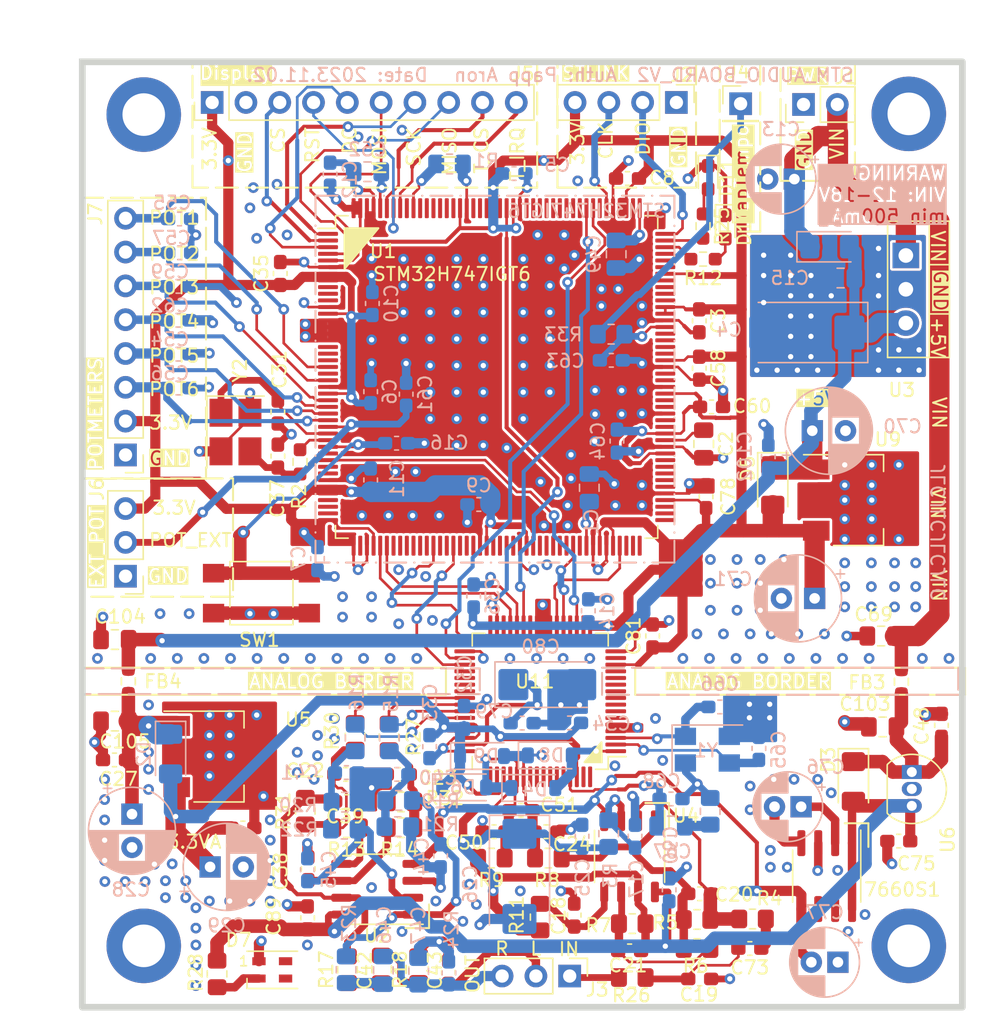
<source format=kicad_pcb>
(kicad_pcb (version 20221018) (generator pcbnew)
  (layers (0 "F.Cu" signal) (1 "In1.Cu" signal) (2 "In2.Cu" signal) (31 "B.Cu" signal) (34 "B.Paste" user) (35 "F.Paste" user) (36 "B.SilkS" user "B.Silkscreen") (37 "F.SilkS" user "F.Silkscreen") (38 "B.Mask" user) (39 "F.Mask" user) (44 "Edge.Cuts" user))
  (property "SHEETTOTAL" "4")
  (net 0 "")
  (net 1 "GND")
  (net 2 "Net-(U1-BOOT0)")
  (net 3 "DISPLAY_CS")
  (net 4 "DISPLAY_RST")
  (net 5 "DISPLAY_DC")
  (net 6 "DISPLAY_MOSI")
  (net 7 "DISPLAY_SCK")
  (net 8 "5V")
  (net 9 "Net-(D2-K)")
  (net 10 "DISPLAY_MISO")
  (net 13 "Net-(7660S1-CAP+)")
  (net 14 "Net-(7660S1-CAP-)")
  (net 15 "TOUCH_CS")
  (net 16 "TOUCH_IRQ")
  (net 17 "Net-(U4A--)")
  (net 18 "Net-(U4B--)")
  (net 19 "+3.3V")
  (net 20 "Net-(U4A-+)")
  (net 21 "AD1939_I2S2_SDO")
  (net 23 "AD1939_I2S1_WS")
  (net 24 "AD1939_I2S1_CK")
  (net 25 "AD1939_I2S1_SDI")
  (net 26 "AD1939_SPI3_MOSI")
  (net 27 "AD1939_I2S2_CK")
  (net 28 "AD1939_I2S2_WS")
  (net 29 "AD1939_SPI3_CLK")
  (net 30 "AD1939_SPI3_MISO")
  (net 31 "AD1939_SPI_CS")
  (net 32 "Net-(U4B-+)")
  (net 33 "Net-(C19-Pad2)")
  (net 34 "Net-(C22-Pad2)")
  (net 35 "ADC1N")
  (net 36 "AD1939_CM")
  (net 37 "+3.3VA")
  (net 38 "Net-(C38-Pad1)")
  (net 39 "Net-(C41-Pad1)")
  (net 40 "GUITAR_OUT_L{slash}MONO")
  (net 41 "Net-(C44-Pad2)")
  (net 42 "GUITAR_OUT_R")
  (net 43 "Net-(D3-K)")
  (net 44 "Net-(C40-Pad2)")
  (net 45 "ADC1P")
  (net 46 "Net-(C42-Pad1)")
  (net 47 "EXT_INT_BUTTON")
  (net 48 "AD1939_MCLKI")
  (net 49 "AD1939_MCLKO")
  (net 50 "Net-(C46-Pad1)")
  (net 51 "Net-(C67-Pad1)")
  (net 52 "AD1939_LF")
  (net 53 "+9V")
  (net 54 "Net-(C73-Pad1)")
  (net 55 "-9V")
  (net 56 "AD1939_FILTR")
  (net 57 "OSC0")
  (net 58 "Net-(D7-A)")
  (net 59 "SWDIO")
  (net 60 "SWCLK")
  (net 61 "GUITAR_IN")
  (net 62 "TAP_TEMPO_INPUT")
  (net 63 "PWR_INPUT_12V-18V")
  (net 64 "DAC2R")
  (net 65 "DAC2L")
  (net 66 "DAC1L")
  (net 67 "DAC1R")
  (net 68 "/MCU/NRST")
  (net 69 "Net-(C20-Pad2)")
  (net 70 "Net-(C21-Pad2)")
  (net 71 "Net-(C23-Pad1)")
  (net 72 "POT5")
  (net 73 "POT1")
  (net 74 "POT6")
  (net 75 "POT2")
  (net 76 "POT3")
  (net 77 "POT_EXT")
  (net 78 "POT4")
  (net 79 "OSC1")
  (net 101 "Net-(U2B--)")
  (net 102 "Net-(U2B-+)")
  (net 103 "Net-(U2A-+)")
  (net 104 "Net-(U2A--)")
  (net 105 "Net-(C1-Pad1)")
  (net 106 "Net-(U1-VCAPDSI)")
  (net 197 "Net-(C49-Pad1)")
  (net 198 "Net-(C52-Pad1)")
  (net 199 "Net-(C37-Pad2)")
  (net 200 "Net-(D10-A)")
  (net 201 "Net-(D11-A)")
  (net 202 "LED1")
  (net 203 "LED2")
  (footprint "Crystal:Crystal_SMD_SeikoEpson_TSX3225-4Pin_3.2x2.5mm_HandSoldering" (layer "F.Cu") (at 194.4925 73.734 -90)
    (fp_text reference "Y2")
    (fp_text value "X1E0000210132")
  )
  (footprint "Capacitor_SMD:C_0603_1608Metric_Pad1.08x0.95mm_HandSolder" (layer "F.Cu") (at 202.851846 101.487 180)
    (fp_text reference "C39")
    (fp_text value "68p")
  )
  (footprint "Capacitor_SMD:C_0603_1608Metric_Pad1.08x0.95mm_HandSolder" (layer "F.Cu") (at 223.957 54.687 180)
    (fp_text reference "C8")
    (fp_text value "100nF")
  )
  (footprint "Resistor_SMD:R_0805_2012Metric_Pad1.20x1.40mm_HandSolder" (layer "F.Cu") (at 206.931 103.457)
    (fp_text reference "R14")
    (fp_text value "1.5k")
  )
  (footprint "Resistor_SMD:R_0603_1608Metric_Pad0.98x0.95mm_HandSolder" (layer "F.Cu") (at 229.635 58.265 -90)
    (fp_text reference "R25")
    (fp_text value "1k")
  )
  (footprint "Capacitor_SMD:C_0603_1608Metric_Pad1.08x0.95mm_HandSolder" (layer "F.Cu") (at 219.953 110.023 90)
    (fp_text reference "C18")
    (fp_text value "68n")
  )
  (footprint "Capacitor_SMD:C_0603_1608Metric_Pad1.08x0.95mm_HandSolder" (layer "F.Cu") (at 199.959568 106.539 -90)
    (fp_text reference "C38")
    (fp_text value "68p")
  )
  (footprint "MountingHole:MountingHole_3.2mm_M3_DIN965_Pad" (layer "F.Cu") (at 245.099 112.333)
    (fp_text reference "H2" hide)
    (fp_text value "MountingHole_Pad")
  )
  (footprint "Capacitor_SMD:C_0603_1608Metric_Pad1.08x0.95mm_HandSolder" (layer "F.Cu") (at 197.859 61.825 90)
    (fp_text reference "C35")
    (fp_text value "100nF")
  )
  (footprint "Capacitor_SMD:C_0603_1608Metric_Pad1.08x0.95mm_HandSolder" (layer "F.Cu") (at 210.495 114.325 -90)
    (fp_text reference "C43")
    (fp_text value "2.2nF")
  )
  (footprint "Package_TO_SOT_THT:TO-220-3_Vertical" (layer "F.Cu") (at 244.877 60.471 -90)
    (fp_text reference "U3")
    (fp_text value "MP-K7805-500R3")
  )
  (footprint "Capacitor_SMD:C_0603_1608Metric_Pad1.08x0.95mm_HandSolder" (layer "F.Cu") (at 229.385 108.421 180)
    (fp_text reference "C20")
    (fp_text value "120p")
  )
  (footprint "Resistor_SMD:R_0603_1608Metric_Pad0.98x0.95mm_HandSolder" (layer "F.Cu") (at 199.345 75.975 -90)
    (fp_text reference "R2")
    (fp_text value "100R NC")
  )
  (footprint "Capacitor_SMD:C_0805_2012Metric_Pad1.18x1.45mm_HandSolder" (layer "F.Cu") (at 243.021 89.057 180)
    (fp_text reference "C69")
    (fp_text value "2u2F")
  )
  (footprint "Capacitor_SMD:C_0603_1608Metric_Pad1.08x0.95mm_HandSolder" (layer "F.Cu") (at 206.731 99.455 180)
    (fp_text reference "C23")
    (fp_text value "560p")
  )
  (footprint "Resistor_SMD:R_0805_2012Metric_Pad1.20x1.40mm_HandSolder" (layer "F.Cu") (at 233.353 110.313)
    (fp_text reference "R4")
    (fp_text value "500k")
  )
  (footprint "Package_TO_SOT_THT:TO-92_Inline" (layer "F.Cu") (at 245.325 99.275 -90)
    (fp_text reference "U6")
    (fp_text value "L7809")
  )
  (footprint "Capacitor_SMD:C_0603_1608Metric_Pad1.08x0.95mm_HandSolder" (layer "F.Cu") (at 225.843 89.051 90)
    (fp_text reference "C81")
    (fp_text value "100nF")
  )
  (footprint "Package_SO:SSOP-8_3.9x5.05mm_P1.27mm" (layer "F.Cu") (at 205.147 108.081 180)
    (fp_text reference "U2")
    (fp_text value "OP275")
  )
  (footprint "Capacitor_SMD:C_0603_1608Metric_Pad1.08x0.95mm_HandSolder" (layer "F.Cu") (at 229.355 68.937 -90)
    (fp_text reference "C58")
    (fp_text value "100nF")
  )
  (footprint "Package_SO:SSOP-8_3.9x5.05mm_P1.27mm" (layer "F.Cu") (at 224.113 105.609 -90)
    (fp_text reference "U4")
    (fp_text value "OP275")
  )
  (footprint "Diode_SMD:D_1206_3216Metric_Pad1.42x1.75mm_HandSolder" (layer "F.Cu") (at 234.875 77.744 -90)
    (fp_text reference "D5")
    (fp_text value "1N4148")
  )
  (footprint "Capacitor_SMD:C_0603_1608Metric_Pad1.08x0.95mm_HandSolder" (layer "F.Cu") (at 185.397 98.365 180)
    (fp_text reference "C27")
    (fp_text value "100nF ")
  )
  (footprint "LED_SMD:LED_0603_1608Metric_Pad1.05x0.95mm_HandSolder" (layer "F.Cu") (at 231.305 58.32 -90)
    (fp_text reference "D10")
    (fp_text value "LED")
  )
  (footprint "Capacitor_SMD:C_0603_1608Metric_Pad1.08x0.95mm_HandSolder" (layer "F.Cu") (at 195.049 103.475)
    (fp_text reference "C30")
    (fp_text value "100nF")
  )
  (footprint "Capacitor_SMD:C_0603_1608Metric_Pad1.08x0.95mm_HandSolder" (layer "F.Cu") (at 202.786154 99.455 180)
    (fp_text reference "C22")
    (fp_text value "270p")
  )
  (footprint "Connector_PinHeader_2.54mm:PinHeader_1x01_P2.54mm_Vertical" (layer "F.Cu") (at 232.457 49.069)
    (fp_text reference "J4")
    (fp_text value "Conn_01x01_taptempo")
  )
  (footprint "Capacitor_SMD:C_0603_1608Metric_Pad1.08x0.95mm_HandSolder" (layer "F.Cu") (at 247.555 95.767476 90)
    (fp_text reference "C48")
    (fp_text value "100nF ")
  )
  (footprint "Package_QFP:LQFP-176_24x24mm_P0.5mm" (layer "F.Cu") (at 214.122 69.596)
    (fp_text reference "U1")
    (fp_text value "STM32H747IGTx")
  )
  (footprint "Connector_PinHeader_2.54mm:PinHeader_1x10_P2.54mm_Vertical" (layer "F.Cu") (at 192.739 48.975 90)
    (fp_text reference "J5")
    (fp_text value "Conn_01x10_display")
  )
  (footprint "Capacitor_SMD:C_0603_1608Metric_Pad1.08x0.95mm_HandSolder" (layer "F.Cu") (at 197.677 72.231 90)
    (fp_text reference "C31")
    (fp_text value "9pF")
  )
  (footprint "Diode_SMD:D_1206_3216Metric_Pad1.42x1.75mm_HandSolder" (layer "F.Cu") (at 240.937 99.981 -90)
    (fp_text reference "D3")
    (fp_text value "1N4148")
  )
  (footprint "Capacitor_SMD:C_0603_1608Metric_Pad1.08x0.95mm_HandSolder" (layer "F.Cu") (at 197.677 75.540334 -90)
    (fp_text reference "C37")
    (fp_text value "9pF")
  )
  (footprint "Button_Switch_SMD:SW_SPST_TL3305A" (layer "F.Cu") (at 196.445 85.837)
    (fp_text reference "SW1")
    (fp_text value "SW_SPST")
  )
  (footprint "Capacitor_SMD:C_0603_1608Metric_Pad1.08x0.95mm_HandSolder" (layer "F.Cu") (at 229.863 78.589 90)
    (fp_text reference "C78")
    (fp_text value "100nF")
  )
  (footprint "Capacitor_SMD:C_0603_1608Metric_Pad1.08x0.95mm_HandSolder" (layer "F.Cu") (at 199.913 110.229 90)
    (fp_text reference "C89")
    (fp_text value "100nF")
  )
  (footprint "LED_SMD:LED_0603_1608Metric_Pad1.05x0.95mm_HandSolder" (layer "F.Cu") (at 230.015 54.62 -90)
    (fp_text reference "D11")
    (fp_text value "LED")
  )
  (footprint "Resistor_SMD:R_0805_2012Metric_Pad1.20x1.40mm_HandSolder" (layer "F.Cu") (at 202.911284 114.125 90)
    (fp_text reference "R17")
    (fp_text value "604")
  )
  (footprint "MountingHole:MountingHole_3.2mm_M3_DIN965_Pad" (layer "F.Cu") (at 187.599 49.887)
    (fp_text reference "H4" hide)
    (fp_text value "MountingHole_Pad")
  )
  (footprint "Resistor_SMD:R_0805_2012Metric_Pad1.20x1.40mm_HandSolder" (layer "F.Cu") (at 218.007 105.741)
    (fp_text reference "R8")
    (fp_text value "240R")
  )
  (footprint "Resistor_SMD:R_0805_2012Metric_Pad1.20x1.40mm_HandSolder" (layer "F.Cu") (at 206.031 96.64158 -90)
    (fp_text reference "R27")
    (fp_text value "5.6k")
  )
  (footprint "Resistor_SMD:R_0805_2012Metric_Pad1.20x1.40mm_HandSolder" (layer "F.Cu") (at 206.931 101.521)
    (fp_text reference "R32")
    (fp_text value "5.6k")
  )
  (footprint "Resistor_SMD:R_0805_2012Metric_Pad1.20x1.40mm_HandSolder" (layer "F.Cu") (at 229.185 110.351)
    (fp_text reference "R5")
    (fp_text value "1M")
  )
  (footprint "Capacitor_SMD:C_0603_1608Metric_Pad1.08x0.95mm_HandSolder" (layer "F.Cu") (at 230.275 71.845)
    (fp_text reference "C60")
    (fp_text value "100nF")
  )
  (footprint "Resistor_SMD:R_0805_2012Metric_Pad1.20x1.40mm_HandSolder" (layer "F.Cu") (at 208.254142 114.125 90)
    (fp_text reference "R18")
    (fp_text value "10k")
  )
  (footprint "Capacitor_SMD:C_0603_1608Metric_Pad1.08x0.95mm_HandSolder" (layer "F.Cu") (at 229.385 114.819 180)
    (fp_text reference "C19")
    (fp_text value "220p")
  )
  (footprint "Resistor_SMD:R_0603_1608Metric_Pad0.98x0.95mm_HandSolder" (layer "F.Cu") (at 186.442 92.463 -90)
    (fp_text reference "FB4")
    (fp_text value "TDK MMZ1608R601ATD25 DB")
  )
  (footprint "Capacitor_SMD:C_0603_1608Metric_Pad1.08x0.95mm_HandSolder" (layer "F.Cu") (at 233.153 112.533 180)
    (fp_text reference "C73")
    (fp_text value "68n")
  )
  (footprint "MountingHole:MountingHole_3.2mm_M3_DIN965_Pad" (layer "F.Cu") (at 245.099 49.833)
    (fp_text reference "H3" hide)
    (fp_text value "MountingHole_Pad")
  )
  (footprint "Resistor_SMD:R_0805_2012Metric_Pad1.20x1.40mm_HandSolder" (layer "F.Cu") (at 224.315 110.663 180)
    (fp_text reference "R7")
    (fp_text value "5.76k")
  )
  (footprint "LED_SMD:LED_SK6805_PLCC4_2.4x2.7mm_P1.3mm" (layer "F.Cu") (at 197.258 114.137)
    (fp_text reference "D7")
    (fp_text value "LED")
  )
  (footprint "Resistor_SMD:R_0805_2012Metric_Pad1.20x1.40mm_HandSolder" (layer "F.Cu") (at 199.739568 102.213846 90)
    (fp_text reference "R31")
    (fp_text value "11k")
  )
  (footprint "Capacitor_SMD:C_0603_1608Metric_Pad1.08x0.95mm_HandSolder" (layer "F.Cu") (at 217.835 103.759 180)
    (fp_text reference "C24")
    (fp_text value "1nF")
  )
  (footprint "Resistor_SMD:R_0805_2012Metric_Pad1.20x1.40mm_HandSolder" (layer "F.Cu") (at 217.391 110.175 -90)
    (fp_text reference "R11")
    (fp_text value "100R")
  )
  (footprint "Capacitor_SMD:C_0603_1608Metric_Pad1.08x0.95mm_HandSolder" (layer "F.Cu") (at 229.355 65.381 -90)
    (fp_text reference "C3")
    (fp_text value "100nF")
  )
  (footprint "Capacitor_SMD:C_0603_1608Metric_Pad1.08x0.95mm_HandSolder" (layer "F.Cu") (at 224.115 112.709)
    (fp_text reference "C21")
    (fp_text value "120p")
  )
  (footprint "MountingHole:MountingHole_3.2mm_M3_DIN965_Pad" (layer "F.Cu") (at 187.599 112.333)
    (fp_text reference "H1" hide)
    (fp_text value "MountingHole_Pad")
  )
  (footprint "Capacitor_SMD:C_0805_2012Metric_Pad1.18x1.45mm_HandSolder" (layer "F.Cu") (at 185.426 89.325 180)
    (fp_text reference "C104")
    (fp_text value "2u2F")
  )
  (footprint "Connector_PinHeader_2.54mm:PinHeader_1x03_P2.54mm_Vertical" (layer "F.Cu") (at 186.229 84.563 180)
    (fp_text reference "J6")
    (fp_text value "Conn_01x03_pot_ext")
  )
  (footprint "Package_SO:SOIC-8_3.9x4.9mm_P1.27mm" (layer "F.Cu") (at 238.929 107.091 -90)
    (fp_text reference "7660S1")
    (fp_text value "~")
  )
  (footprint "Connector_PinHeader_2.54mm:PinHeader_1x08_P2.54mm_Vertical" (layer "F.Cu") (at 186.229 75.455 180)
    (fp_text reference "J7")
    (fp_text value "Conn_01x8_pots_internal")
  )
  (footprint "Package_QFP:LQFP-64_10x10mm_P0.5mm" (layer "F.Cu") (at 217.398 93.96 180)
    (fp_text reference "U11")
    (fp_text value "~")
  )
  (footprint "Resistor_SMD:R_0805_2012Metric_Pad1.20x1.40mm_HandSolder" (layer "F.Cu") (at 193.109 114.441 -90)
    (fp_text reference "R28")
    (fp_text value "10k")
  )
  (footprint "Capacitor_SMD:C_0805_2012Metric_Pad1.18x1.45mm_HandSolder" (layer "F.Cu") (at 205.472426 114.095 90)
    (fp_text reference "C42")
    (fp_text value "2u2")
  )
  (footprint "Resistor_SMD:R_0805_2012Metric_Pad1.20x1.40mm_HandSolder" (layer "F.Cu") (at 203.486154 96.599 -90)
    (fp_text reference "R30")
    (fp_text value "11k")
  )
  (footprint "Capacitor_SMD:C_0805_2012Metric_Pad1.18x1.45mm_HandSolder" (layer "F.Cu") (at 185.426 95.451 180)
    (fp_text reference "C105")
    (fp_text value "2u2F")
  )
  (footprint "Resistor_SMD:R_0603_1608Metric_Pad0.98x0.95mm_HandSolder" (layer "F.Cu") (at 229.635 60.745 180)
    (fp_text reference "R12")
    (fp_text value "1k NC")
  )
  (footprint "Capacitor_SMD:C_0603_1608Metric_Pad1.08x0.95mm_HandSolder" (layer "F.Cu") (at 215.955 102.151)
    (fp_text reference "C51")
    (fp_text value "100pF")
  )
  (footprint "Resistor_SMD:R_0805_2012Metric_Pad1.20x1.40mm_HandSolder" (layer "F.Cu") (at 213.723 105.741 180)
    (fp_text reference "R9")
    (fp_text value "240R")
  )
  (footprint "Capacitor_SMD:C_0603_1608Metric_Pad1.08x0.95mm_HandSolder" (layer "F.Cu") (at 213.923 103.759 180)
    (fp_text reference "C50")
    (fp_text value "1nF")
  )
  (footprint "Capacitor_SMD:C_0603_1608Metric_Pad1.08x0.95mm_HandSolder" (layer "F.Cu") (at 244.345 104.463 180)
    (fp_text reference "C75")
    (fp_text value "100nF")
  )
  (footprint "Capacitor_SMD:C_0805_2012Metric_Pad1.18x1.45mm_HandSolder" (layer "F.Cu") (at 243.135 95.885 180)
    (fp_text reference "C103")
    (fp_text value "2u2F")
  )
  (footprint "Resistor_SMD:R_0805_2012Metric_Pad1.20x1.40mm_HandSolder" (layer "F.Cu") (at 229.185 112.539 180)
    (fp_text reference "R6")
    (fp_text value "5.76k")
  )
  (footprint "Resistor_SMD:R_0603_1608Metric_Pad0.98x0.95mm_HandSolder" (layer "F.Cu") (at 244.545 92.493 -90)
    (fp_text reference "FB3")
    (fp_text value "TDK MMZ1608R601ATD25 DB")
  )
  (footprint "Package_TO_SOT_SMD:SOT-223-3_TabPin2" (layer "F.Cu") (at 241.294 78.846)
    (fp_text reference "U9")
    (fp_text value "MIC2920A-3.3WS-TR")
  )
  (footprint "Package_TO_SOT_SMD:SOT-223-3_TabPin2" (layer "F.Cu") (at 193.225 98.113)
    (fp_text reference "U5")
    (fp_text value "MIC2920A-3.3WS-TR")
  )
  (footprint "Resistor_SMD:R_0805_2012Metric_Pad1.20x1.40mm_HandSolder" (layer "F.Cu") (at 202.842136 103.457 180)
    (fp_text reference "R13")
    (fp_text value "3k")
  )
  (footprint "Connector_PinHeader_2.54mm:PinHeader_1x02_P2.54mm_Vertical" (layer "F.Cu") (at 237.187 49.127 90)
    (fp_text reference "J1")
    (fp_text value "Power conn")
  )
  (footprint "Capacitor_SMD:C_0805_2012Metric_Pad1.18x1.45mm_HandSolder" (layer "F.Cu") (at 229.684 74.63 -90)
    (fp_text reference "C2")
    (fp_text value "2.2uF")
  )
  (footprint "Connector_PinHeader_2.54mm:PinHeader_1x04_P2.54mm_Vertical" (layer "F.Cu") (at 227.633 48.975 -90)
    (fp_text reference "J2")
    (fp_text value "STlink")
  )
  (footprint "Connector_PinHeader_2.54mm:PinHeader_1x03_P2.54mm_Vertical" (layer "F.Cu") (at 219.613 114.601 -90)
    (fp_text reference "J3")
    (fp_text value "Audio_sig")
  )
  (footprint "Resistor_SMD:R_0805_2012Metric_Pad1.20x1.40mm_HandSolder" (layer "F.Cu") (at 224.315 114.713)
    (fp_text reference "R26")
    (fp_text value "100")
  )
  (footprint "Capacitor_SMD:C_0603_1608Metric_Pad1.08x0.95mm_HandSolder" (layer "B.Cu") (at 220.543 104.101024 -90)
    (fp_text reference "C25")
    (fp_text value "100nF")
  )
  (footprint "Capacitor_SMD:C_0603_1608Metric_Pad1.08x0.95mm_HandSolder" (layer "B.Cu") (at 190.177 67.885)
    (fp_text reference "C54")
    (fp_text value "100nF")
  )
  (footprint "Capacitor_SMD:C_0603_1608Metric_Pad1.08x0.95mm_HandSolder" (layer "B.Cu") (at 200.657 83.241 -90)
    (fp_text reference "C7")
    (fp_text value "100nF")
  )
  (footprint "Capacitor_SMD:C_0805_2012Metric_Pad1.18x1.45mm_HandSolder" (layer "B.Cu") (at 239.973 62.163 180)
    (fp_text reference "C15")
    (fp_text value "2u2F")
  )
  (footprint "Capacitor_THT:CP_Radial_D5.0mm_P2.00mm" (layer "B.Cu") (at 236.498241 54.733 180)
    (fp_text reference "C13")
    (fp_text value "22uF 50V poly")
  )
  (footprint "Resistor_SMD:R_0805_2012Metric_Pad1.20x1.40mm_HandSolder" (layer "B.Cu") (at 202.674999 103.569 180)
    (fp_text reference "R22")
    (fp_text value "1.5k")
  )
  (footprint "Crystal:Crystal_SMD_5032-4Pin_5.0x3.2mm" (layer "B.Cu") (at 229.959 97.595)
    (fp_text reference "Y1")
    (fp_text value "Crystal_GND24")
  )
  (footprint "Capacitor_SMD:C_0603_1608Metric_Pad1.08x0.95mm_HandSolder" (layer "B.Cu") (at 222.741 68.346334 180)
    (fp_text reference "C63")
    (fp_text value "100nF")
  )
  (footprint "Diode_SMD:D_1206_3216Metric_Pad1.42x1.75mm_HandSolder" (layer "B.Cu") (at 239.151 59.817)
    (fp_text reference "D1")
    (fp_text value "1N4148")
  )
  (footprint "Resistor_SMD:R_0805_2012Metric_Pad1.20x1.40mm_HandSolder" (layer "B.Cu") (at 206.063664 96.711 -90)
    (fp_text reference "R15")
    (fp_text value "11k")
  )
  (footprint "Resistor_SMD:R_0805_2012Metric_Pad1.20x1.40mm_HandSolder" (layer "B.Cu") (at 202.709665 101.537 180)
    (fp_text reference "R20")
    (fp_text value "5.6k")
  )
  (footprint "Capacitor_THT:CP_Radial_D6.3mm_P2.50mm" (layer "B.Cu") (at 192.583 106.401759)
    (fp_text reference "C29")
    (fp_text value "47uF")
  )
  (footprint "Capacitor_SMD:C_0603_1608Metric_Pad1.08x0.95mm_HandSolder" (layer "B.Cu") (at 202.829 99.315004)
    (fp_text reference "C41")
    (fp_text value "560p")
  )
  (footprint "Capacitor_SMD:C_0603_1608Metric_Pad1.08x0.95mm_HandSolder" (layer "B.Cu") (at 212.781 79.177 180)
    (fp_text reference "C9")
    (fp_text value "100nF")
  )
  (footprint "Capacitor_THT:CP_Radial_D6.3mm_P2.50mm" (layer "B.Cu") (at 186.714241 102.437 -90)
    (fp_text reference "C28")
    (fp_text value "100uF")
  )
  (footprint "Capacitor_SMD:C_0603_1608Metric_Pad1.08x0.95mm_HandSolder" (layer "B.Cu") (at 190.177 70.431)
    (fp_text reference "C56")
    (fp_text value "100nF")
  )
  (footprint "Capacitor_SMD:C_0603_1608Metric_Pad1.08x0.95mm_HandSolder" (layer "B.Cu") (at 234.54 75.585 90)
    (fp_text reference "C102")
    (fp_text value "100nF")
  )
  (footprint "Capacitor_Tantalum_SMD:CP_EIA-7343-31_Kemet-D_Pad2.25x2.55mm_HandSolder" (layer "B.Cu") (at 215.838976 107.113 -90)
    (fp_text reference "C26")
    (fp_text value "47uF tantal")
  )
  (footprint "Capacitor_THT:CP_Radial_D6.3mm_P2.50mm" (layer "B.Cu") (at 237.843 73.635759)
    (fp_text reference "C70")
    (fp_text value "100uF")
  )
  (footprint "Resistor_SMD:R_0805_2012Metric_Pad1.20x1.40mm_HandSolder" (layer "B.Cu") (at 222.541 103.901024 -90)
    (fp_text reference "R3")
    (fp_text value "100R")
  )
  (footprint "Capacitor_SMD:C_0603_1608Metric_Pad1.08x0.95mm_HandSolder" (layer "B.Cu") (at 216.0375 95.6 180)
    (fp_text reference "C79")
    (fp_text value "100nF")
  )
  (footprint "Resistor_SMD:R_0805_2012Metric_Pad1.20x1.40mm_HandSolder" (layer "B.Cu") (at 206.761661 101.409)
    (fp_text reference "R19")
    (fp_text value "11k")
  )
  (footprint "Diode_SMD:D_1206_3216Metric_Pad1.42x1.75mm_HandSolder" (layer "B.Cu") (at 189.617 97.927 -90)
    (fp_text reference "D2")
    (fp_text value "1N4148")
  )
  (footprint "Capacitor_SMD:C_0805_2012Metric_Pad1.18x1.45mm_HandSolder" (layer "B.Cu") (at 223.1074 60.3758 -90)
    (fp_text reference "C49")
    (fp_text value "2.2uF")
  )
  (footprint "Capacitor_SMD:C_0603_1608Metric_Pad1.08x0.95mm_HandSolder" (layer "B.Cu") (at 204.781 64.079 90)
    (fp_text reference "C10")
    (fp_text value "100nF")
  )
  (footprint "Capacitor_SMD:C_0603_1608Metric_Pad1.08x0.95mm_HandSolder" (layer "B.Cu") (at 219.603 95.583 180)
    (fp_text reference "C34")
    (fp_text value "100nF")
  )
  (footprint "Capacitor_SMD:C_0603_1608Metric_Pad1.08x0.95mm_HandSolder" (layer "B.Cu") (at 207.321 70.891 90)
    (fp_text reference "C61")
    (fp_text value "100nF")
  )
  (footprint "Capacitor_Tantalum_SMD:CP_EIA-6032-28_Kemet-C_Pad2.25x2.35mm_HandSolder" (layer "B.Cu") (at 217.932 92.71)
    (fp_text reference "C80")
    (fp_text value "10uF tantal")
  )
  (footprint "Capacitor_SMD:C_0603_1608Metric_Pad1.08x0.95mm_HandSolder" (layer "B.Cu") (at 230.893 94.385 180)
    (fp_text reference "C66")
    (fp_text value "10p")
  )
  (footprint "Resistor_SMD:R_0805_2012Metric_Pad1.20x1.40mm_HandSolder" (layer "B.Cu") (at 210.582 53.594)
    (fp_text reference "R1")
    (fp_text value "10k")
  )
  (footprint "Capacitor_SMD:C_0603_1608Metric_Pad1.08x0.95mm_HandSolder" (layer "B.Cu") (at 224.525 104.101024 90)
    (fp_text reference "C17")
    (fp_text value "68n")
  )
  (footprint "Capacitor_SMD:C_0603_1608Metric_Pad1.08x0.95mm_HandSolder" (layer "B.Cu") (at 190.177 65.339)
    (fp_text reference "C62")
    (fp_text value "100nF")
  )
  (footprint "Capacitor_SMD:C_0603_1608Metric_Pad1.08x0.95mm_HandSolder" (layer "B.Cu") (at 206.623663 99.451)
    (fp_text reference "C40")
    (fp_text value "270p")
  )
  (footprint "Capacitor_SMD:C_0603_1608Metric_Pad1.08x0.95mm_HandSolder" (layer "B.Cu") (at 190.295 60.267)
    (fp_text reference "C57")
    (fp_text value "100nF")
  )
  (footprint "Capacitor_SMD:C_0603_1608Metric_Pad1.08x0.95mm_HandSolder" (layer "B.Cu") (at 209.081 97.369 -90)
    (fp_text reference "C33")
    (fp_text value "100nF")
  )
  (footprint "Resistor_SMD:R_0805_2012Metric_Pad1.20x1.40mm_HandSolder" (layer "B.Cu") (at 203.488998 96.711 -90)
    (fp_text reference "R16")
    (fp_text value "5.6k")
  )
  (footprint "Capacitor_SMD:C_0603_1608Metric_Pad1.08x0.95mm_HandSolder" (layer "B.Cu") (at 212.3934 86.0482 90)
    (fp_text reference "C36")
    (fp_text value "100nF")
  )
  (footprint "Capacitor_SMD:C_0603_1608Metric_Pad1.08x0.95mm_HandSolder" (layer "B.Cu") (at 210.531999 114.364 -90)
    (fp_text reference "C47")
    (fp_text value "2.2nF")
  )
  (footprint "Diode_SMD:D_SOD-123" (layer "B.Cu") (at 211.68 100.425)
    (fp_text reference "D6")
    (fp_text value "BAT42W-V")
  )
  (footprint "Capacitor_SMD:C_0603_1608Metric_Pad1.08x0.95mm_HandSolder" (layer "B.Cu") (at 201.605 54.361 90)
    (fp_text reference "C12")
    (fp_text value "100nF")
  )
  (footprint "Capacitor_SMD:C_0603_1608Metric_Pad1.08x0.95mm_HandSolder" (layer "B.Cu") (at 190.289 57.727)
    (fp_text reference "C55")
    (fp_text value "100nF")
  )
  (footprint "Resistor_SMD:R_0805_2012Metric_Pad1.20x1.40mm_HandSolder" (layer "B.Cu") (at 222.727 66.384334 180)
    (fp_text reference "R33")
    (fp_text value "500k")
  )
  (footprint "Diode_SMD:D_SOD-123" (layer "B.Cu") (at 216.88 100.475)
    (fp_text reference "D4")
    (fp_text value "BAT42W-V")
  )
  (footprint "Resistor_SMD:R_0805_2012Metric_Pad1.20x1.40mm_HandSolder" (layer "B.Cu") (at 202.808996 114.127 90)
    (fp_text reference "R23")
    (fp_text value "604")
  )
  (footprint "Capacitor_SMD:C_0603_1608Metric_Pad1.08x0.95mm_HandSolder" (layer "B.Cu") (at 204.653 77.333 90)
    (fp_text reference "C11")
    (fp_text value "100nF")
  )
  (footprint "Capacitor_SMD:C_0805_2012Metric_Pad1.18x1.45mm_HandSolder" (layer "B.Cu") (at 221.0864 77.9228 90)
    (fp_text reference "C1")
    (fp_text value "2.2uF")
  )
  (footprint "Diode_SMD:D_SOD-123" (layer "B.Cu") (at 213.02 98.075)
    (fp_text reference "D9")
    (fp_text value "BAT42W-V")
  )
  (footprint "Capacitor_SMD:C_0603_1608Metric_Pad1.08x0.95mm_HandSolder" (layer "B.Cu") (at 221.013 87.161 90)
    (fp_text reference "C14")
    (fp_text value "100nF")
  )
  (footprint "Resistor_SMD:R_0805_2012Metric_Pad1.20x1.40mm_HandSolder" (layer "B.Cu") (at 230.173 102.225 90)
    (fp_text reference "R10" hide)
    (fp_text value "562")
  )
  (footprint "Capacitor_THT:CP_Radial_D5.0mm_P2.00mm" (layer "B.Cu") (at 237.006241 101.881 180)
    (fp_text reference "C76")
    (fp_text value "10uF")
  )
  (footprint "Capacitor_THT:CP_Radial_D5.0mm_P2.00mm" (layer "B.Cu") (at 239.773 113.562241 180)
    (fp_text reference "C77")
    (fp_text value "10uF")
  )
  (footprint "Capacitor_SMD:C_0805_2012Metric_Pad1.18x1.45mm_HandSolder" (layer "B.Cu") (at 227.222 103.322 180)
    (fp_text reference "C67")
    (fp_text value "5.6nF")
  )
  (footprint "Resistor_SMD:R_0805_2012Metric_Pad1.20x1.40mm_HandSolder" (layer "B.Cu") (at 208.262996 114.241 90)
    (fp_text reference "R24")
    (fp_text value "10k")
  )
  (footprint "Capacitor_SMD:C_0603_1608Metric_Pad1.08x0.95mm_HandSolder" (layer "B.Cu") (at 209.90833 105.567 90)
    (fp_text reference "C44")
    (fp_text value "68p")
  )
  (footprint "Capacitor_SMD:C_0603_1608Metric_Pad1.08x0.95mm_HandSolder" (layer "B.Cu") (at 190.177 62.793)
    (fp_text reference "C59")
    (fp_text value "100nF")
  )
  (footprint "Capacitor_SMD:C_0603_1608Metric_Pad1.08x0.95mm_HandSolder" (layer "B.Cu") (at 223.163 74.415 -90)
    (fp_text reference "C64")
    (fp_text value "100nF")
  )
  (footprint "Capacitor_SMD:C_0603_1608Metric_Pad1.08x0.95mm_HandSolder" (layer "B.Cu") (at 204.653 70.699 90)
    (fp_text reference "C6")
    (fp_text value "100nF")
  )
  (footprint "Capacitor_Tantalum_SMD:CP_EIA-7343-31_Kemet-D_Pad2.25x2.55mm_HandSolder" (layer "B.Cu") (at 237.433 66.257 180)
    (fp_text reference "C4")
    (fp_text value "22uF tantal")
  )
  (footprint "Capacitor_SMD:C_0805_2012Metric_Pad1.18x1.45mm_HandSolder" (layer "B.Cu") (at 204.4126 54.1782 180)
    (fp_text reference "C52")
    (fp_text value "2.2uF")
  )
  (footprint "Capacitor_SMD:C_0805_2012Metric_Pad1.18x1.45mm_HandSolder" (layer "B.Cu") (at 205.609004 114.173 90)
    (fp_text reference "C46")
    (fp_text value "2u2")
  )
  (footprint "Capacitor_SMD:C_0603_1608Metric_Pad1.08x0.95mm_HandSolder" (layer "B.Cu") (at 206.601 74.575)
    (fp_text reference "C16")
    (fp_text value "100nF ")
  )
  (footprint "Capacitor_SMD:C_0603_1608Metric_Pad1.08x0.95mm_HandSolder" (layer "B.Cu") (at 233.831 97.499 90)
    (fp_text reference "C65")
    (fp_text value "10p")
  )
  (footprint "Capacitor_SMD:C_0603_1608Metric_Pad1.08x0.95mm_HandSolder" (layer "B.Cu") (at 215.426976 54.315)
    (fp_text reference "C5")
    (fp_text value "100nF")
  )
  (footprint "Capacitor_SMD:C_0603_1608Metric_Pad1.08x0.95mm_HandSolder" (layer "B.Cu") (at 199.896996 106.611001 -90)
    (fp_text reference "C45")
    (fp_text value "68p")
  )
  (footprint "Capacitor_THT:CP_Radial_D6.3mm_P2.50mm" (layer "B.Cu") (at 238.022241 86.229 180)
    (fp_text reference "C71")
    (fp_text value "47uf")
  )
  (footprint "Capacitor_SMD:C_0603_1608Metric_Pad1.08x0.95mm_HandSolder" (layer "B.Cu") (at 211.671 95.170994 90)
    (fp_text reference "C32")
    (fp_text value "100nF")
  )
  (footprint "Capacitor_SMD:C_0603_1608Metric_Pad1.08x0.95mm_HandSolder" (layer "B.Cu") (at 227.227 101.297 180)
    (fp_text reference "C68")
    (fp_text value "390pF")
  )
  (footprint "Diode_SMD:D_SOD-123" (layer "B.Cu") (at 218.12 98.025)
    (fp_text reference "D8")
    (fp_text value "BAT42W-V")
  )
  (footprint "Capacitor_SMD:C_0603_1608Metric_Pad1.08x0.95mm_HandSolder" (layer "B.Cu") (at 227.089 108.123 90)
    (fp_text reference "C90")
    (fp_text value "100nF")
  )
  (footprint "Resistor_SMD:R_0805_2012Metric_Pad1.20x1.40mm_HandSolder" (layer "B.Cu") (at 206.693 103.377668 180)
    (fp_text reference "R21")
    (fp_text value "3k")
  )
  (gr_rect (start 200.5066 55.9816) (end 227.4824 83.539667) (stroke (width 0.15) (type dash_dot)) (fill none) (layer "B.SilkS"))
  (gr_rect (start 222.0468 91.44) (end 248.8184 93.472) (stroke (width 0.15) (type dash)) (fill none) (layer "B.SilkS"))
  (gr_rect (start 182.9308 91.4908) (end 212.852 93.4212) (stroke (width 0.15) (type dash)) (fill none) (layer "B.SilkS"))
  (gr_line (start 210.312 91.44) (end 210.312 93.472) (stroke (width 0.15)) (layer "F.SilkS"))
  (gr_line (start 227.076 101.6) (end 227.076 103.378) (stroke (width 0.15)) (layer "F.SilkS"))
  (gr_rect (start 182.88 77.216) (end 194.31 86.106) (stroke (width 0.15) (type dash)) (fill none) (layer "F.SilkS"))
  (gr_line (start 182.88 91.44) (end 210.312 91.44) (stroke (width 0.15)) (layer "F.SilkS"))
  (gr_line (start 209.042 109.22) (end 209.042 110.998) (stroke (width 0.15)) (layer "F.SilkS"))
  (gr_line (start 209.042 110.998) (end 207.264 110.998) (stroke (width 0.15)) (layer "F.SilkS"))
  (gr_line (start 225.298 101.6) (end 227.076 101.6) (stroke (width 0.15)) (layer "F.SilkS"))
  (gr_line (start 240.284 103.124) (end 242.062 103.124) (stroke (width 0.15)) (layer "F.SilkS"))
  (gr_rect (start 182.88 56.134) (end 192.278 77.2414) (stroke (width 0.15) (type dash)) (fill none) (layer "F.SilkS"))
  (gr_rect (start 218.694 45.974) (end 229.108 55.372) (stroke (width 0.15) (type dash)) (fill none) (layer "F.SilkS"))
  (gr_line (start 224.536 93.472) (end 249.3264 93.472) (stroke (width 0.15)) (layer "F.SilkS"))
  (gr_rect (start 235.458 45.974) (end 241.046 54.864) (stroke (width 0.15) (type dash)) (fill none) (layer "F.SilkS"))
  (gr_line (start 249.3264 91.44) (end 224.536 91.44) (stroke (width 0.15)) (layer "F.SilkS"))
  (gr_rect (start 230.886 45.974) (end 233.934 58.674) (stroke (width 0.15) (type dash)) (fill none) (layer "F.SilkS"))
  (gr_line (start 242.062 103.124) (end 242.062 104.902) (stroke (width 0.15)) (layer "F.SilkS"))
  (gr_rect (start 191.262 45.974) (end 217.17 55.372) (stroke (width 0.15) (type dash)) (fill none) (layer "F.SilkS"))
  (gr_line (start 224.536 91.44) (end 224.536 93.472) (stroke (width 0.15)) (layer "F.SilkS"))
  (gr_poly (pts (xy 220.73 98.537016) (xy 222.02082 98.537016) (xy 222 97.038)) (stroke (width 0.15)) (fill solid) (layer "F.SilkS"))
  (gr_poly (pts (xy 205.232 58.42) (xy 202.692 58.42) (xy 202.692 61.468)) (stroke (width 0.15)) (fill solid) (layer "F.SilkS"))
  (gr_line (start 210.312 93.472) (end 182.88 93.472) (stroke (width 0.15)) (layer "F.SilkS"))
  (gr_line (start 249.3264 93.472) (end 249.3264 91.44) (stroke (width 0.15)) (layer "F.SilkS"))
  (gr_line (start 182.88 93.472) (end 182.88 91.44) (stroke (width 0.15)) (layer "F.SilkS"))
  (gr_rect (start 182.9816 45.9232) (end 249.1232 116.9416) (stroke (width 0.5)) (fill none) (layer "Edge.Cuts"))
  (gr_text "JLCJLCJLCJLC" (at 247.912 76.0348 90) (layer "B.SilkS") (effects (font (size 1 1)) (justify left bottom mirror)))
  (gr_text "Date: 2023.11.02." (at 209.042 47.498) (layer "B.SilkS") (effects (font (size 1 1)) (justify left bottom mirror)))
  (gr_text "WARNING!\nVIN: 12-18V\nmin 500mA" (at 247.9548 58.1152) (layer "B.SilkS" knockout) (effects (font (size 1 1)) (justify left bottom mirror)))
  (gr_text "STM32H747IGT6" (at 226.9236 57.7088) (layer "B.SilkS") (effects (font (size 1 1)) (justify left bottom mirror)))
  (gr_text "STM_AUDIO_BOARD_V2" (at 241.046 47.498) (layer "B.SilkS") (effects (font (size 1 1)) (justify left bottom mirror)))
  (gr_text "Auth: Papp Aron" (at 223.266 47.498) (layer "B.SilkS") (effects (font (size 1 1)) (justify left bottom mirror)))
  (gr_text "+5V" (at 236.5 71.8) (layer "F.SilkS" knockout) (effects (font (size 1 1)) (justify left bottom)))
  (gr_text "ANALOG BORDER" (at 226.822 93.0656) (layer "F.SilkS" knockout) (effects (font (size 1 1)) (justify left bottom)))
  (gr_text "TapTempo" (at 233.1212 58.0644 90) (layer "F.SilkS" knockout) (effects (font (size 1 1)) (justify left bottom)))
  (gr_text "R" (at 213.9188 113.1316) (layer "F.SilkS") (effects (font (size 1 1)) (justify left bottom)))
  (gr_text "VIN" (at 246.8 84 270) (layer "F.SilkS") (effects (font (size 1 1)) (justify left bottom)))
  (gr_text "3.3V" (at 188.1632 80.01) (layer "F.SilkS") (effects (font (size 1 1)) (justify left bottom)))
  (gr_text "MOSI" (at 205.898 54.552647 90) (layer "F.SilkS") (effects (font (size 1 1)) (justify left bottom)))
  (gr_text "POT5" (at 187.9092 68.584056) (layer "F.SilkS") (effects (font (size 1 1)) (justify left bottom)))
  (gr_text "DC" (at 203.6572 52.9336 90) (layer "F.SilkS") (effects (font (size 1 1)) (justify left bottom)))
  (gr_text "+3.3VA" (at 188 105.1) (layer "F.SilkS") (effects (font (size 1 1)) (justify left bottom)))
  (gr_text "SCK" (at 208.4832 53.885981 90) (layer "F.SilkS") (effects (font (size 1 1)) (justify left bottom)))
  (gr_text "RST" (at 200.8632 53.647886 90) (layer "F.SilkS") (effects (font (size 1 1)) (justify left bottom)))
  (gr_text "L" (at 216.5604 113.1316) (layer "F.SilkS") (effects (font (size 1 1)) (justify left bottom)))
  (gr_text "POTMETERS" (at 184.5564 76.708 90) (layer "F.SilkS" knockout) (effects (font (size 1 1)) (justify left bottom)))
  (gr_text "3.3V" (at 187.9092 73.615284) (layer "F.SilkS") (effects (font (size 1 1)) (justify left bottom)))
  (gr_text "POT3" (at 187.9092 63.451228) (layer "F.SilkS") (effects (font (size 1 1)) (justify left bottom)))
  (gr_text "VIN" (at 240.284 53.34 90) (layer "F.SilkS") (effects (font (size 1 1)) (justify left bottom)))
  (gr_text "POT2" (at 187.9092 60.935614) (layer "F.SilkS") (effects (font (size 1 1)) (justify left bottom)))
  (gr_text "STM32H747IGT6" (at 204.743336 62.458091) (layer "F.SilkS") (effects (font (size 1 1)) (justify left bottom)))
  (gr_text "ANALOG BORDER" (at 195.4276 93.0656) (layer "F.SilkS" knockout) (effects (font (size 1 1)) (justify left bottom)))
  (gr_text "VIN" (at 246.8 71 270) (layer "F.SilkS") (effects (font (size 1 1)) (justify left bottom)))
  (gr_text "CS" (at 198.2724 52.885981 90) (layer "F.SilkS") (effects (font (size 1 1)) (justify left bottom)))
  (gr_text "DIO" (at 225.7044 53.052533 90) (layer "F.SilkS") (effects (font (size 1 1)) (justify left bottom)))
  (gr_text "POT_EXT" (at 187.9092 82.4484) (layer "F.SilkS") (effects (font (size 1 1)) (justify left bottom)))
  (gr_text "CLK" (at 222.9104 53.338248 90) (layer "F.SilkS") (effects (font (size 1 1)) (justify left bottom)))
  (gr_text "OUT" (at 212.9028 115.9764 90) (layer "F.SilkS") (effects (font (size 1 1)) (justify left bottom)))
  (gr_text "GND" (at 228.395 53.9442 90) (layer "F.SilkS" knockout) (effects (font (size 1 1)) (justify left bottom)))
  (gr_text "PWR" (at 235.8136 47.5996) (layer "F.SilkS" knockout) (effects (font (size 1 1)) (justify left bottom)))
  (gr_text "MISO" (at 211.1756 54.552647 90) (layer "F.SilkS") (effects (font (size 1 1)) (justify left bottom)))
  (gr_text "3.3V" (at 220.7768 53.766819 90) (layer "F.SilkS") (effects (font (size 1 1)) (justify left bottom)))
  (gr_text "T_IRQ" (at 216.2556 54.981219 90) (layer "F.SilkS") (effects (font (size 1 1)) (justify left bottom)))
  (gr_text "POT6" (at 187.9092 71.09967) (layer "F.SilkS") (effects (font (size 1 1)) (justify left bottom)))
  (gr_text "GND" (at 237.8456 54.1528 90) (layer "F.SilkS" knockout) (effects (font (size 1 1)) (justify left bottom)))
  (gr_text "Display" (at 191.7192 47.3456) (layer "F.SilkS" knockout) (effects (font (size 1 1)) (justify left bottom)))
  (gr_text "3.3V" (at 193.1416 54.171695 90) (layer "F.SilkS") (effects (font (size 1 1)) (justify left bottom)))
  (gr_text "GND" (at 246.9 61.5 -90) (layer "F.SilkS" knockout) (effects (font (size 1 1)) (justify left bottom)))
  (gr_text "IN" (at 218.6986 113.1694) (layer "F.SilkS") (effects (font (size 1 1)) (justify left bottom)))
  (gr_text "T_CS" (at 213.5632 54.409791 90) (layer "F.SilkS") (effects (font (size 1 1)) (justify left bottom)))
  (gr_text "VIN" (at 246.7 77.8 270) (layer "F.SilkS") (effects (font (size 1 1)) (justify left bottom)))
  (gr_text "POT1" (at 187.9092 58.2168) (layer "F.SilkS") (effects (font (size 1 1)) (justify left bottom)))
  (gr_text "EXT_POT" (at 184.658 85.598 90) (layer "F.SilkS" knockout) (effects (font (size 1 1)) (justify left bottom)))
  (gr_text "GND" (at 187.9092 76.3016) (layer "F.SilkS" knockout) (effects (font (size 1 1)) (justify left bottom)))
  (gr_text "GND" (at 187.8076 85.1408) (layer "F.SilkS" knockout) (effects (font (size 1 1)) (justify left bottom)))
  (gr_text "POT4" (at 187.9092 66.017642) (layer "F.SilkS") (effects (font (size 1 1)) (justify left bottom)))
  (gr_text "+5V" (at 246.7 65 270) (layer "F.SilkS") (effects (font (size 1 1)) (justify left bottom)))
  (gr_text "GND" (at 195.787 54.349076 90) (layer "F.SilkS" knockout) (effects (font (size 1 1)) (justify left bottom)))
  (gr_text "STLINK" (at 218.948 47.3456) (layer "F.SilkS" knockout) (effects (font (size 1 1)) (justify left bottom)))
  (gr_text "VIN" (at 246.7 58.5 -90) (layer "F.SilkS") (effects (font (size 1 1)) (justify left bottom)))
  (segment (start 231.1155 75.6675) (end 231.14 75.692) (width 0.2) (layer "F.Cu") (net 1))
  (segment (start 213.36 90.678) (end 212.892 90.21) (width 0.2) (layer "F.Cu") (net 1))
  (segment (start 230.2475 114.819) (end 231.637 114.819) (width 0.508) (layer "F.Cu") (net 1))
  (segment (start 200.914 108.458) (end 201.172 108.716) (width 0.3048) (layer "F.Cu") (net 1))
  (segment (start 203.07 77.346) (end 201.447 77.346) (width 0.2) (layer "F.Cu") (net 1))
  (segment (start 221.6 97.7) (end 221.61 97.71) (width 0.2) (layer "F.Cu") (net 1))
  (segment (start 215.872 56.921) (end 215.872 55.908) (width 0.2) (layer "F.Cu") (net 1))
  (segment (start 231.305 54.505) (end 230.545 53.745) (width 0.3048) (layer "F.Cu") (net 1))
  (segment (start 210.1 97.5) (end 210.31 97.71) (width 0.2) (layer "F.Cu") (net 1))
  (segment (start 221.742 84.074) (end 222.372 83.444) (width 0.3048) (layer "F.Cu") (net 1))
  (segment (start 198.628 107.95) (end 199.136 108.458) (width 0.3048) (layer "F.Cu") (net 1))
  (segment (start 210.058 112.014) (end 210.495 112.451) (width 0.762) (layer "F.Cu") (net 1))
  (segment (start 225.31 68.846) (end 225.044 68.58) (width 0.2) (layer "F.Cu") (net 1))
  (segment (start 202.472 108.716) (end 203.704 108.716) (width 0.508) (layer "F.Cu") (net 1))
  (segment (start 200.03 61.346) (end 199.644 60.96) (width 0.2) (layer "F.Cu") (net 1))
  (segment (start 229.455 53.745) (end 228.5 54.7) (width 0.508) (layer "F.Cu") (net 1))
  (segment (start 246.471024 94.904976) (end 246.38 94.996) (width 1.016) (layer "F.Cu") (net 1))
  (segment (start 198.7 73.9) (end 198.454834 73.9) (width 0.508) (layer "F.Cu") (net 1))
  (segment (start 203.2 77.216) (end 203.07 77.346) (width 0.2) (layer "F.Cu") (net 1))
  (segment (start 212.872 81.49067) (end 212.872 82.271) (width 0.2) (layer "F.Cu") (net 1))
  (segment (start 208.439 112.4646) (end 208.8896 112.014) (width 0.762) (layer "F.Cu") (net 1))
  (segment (start 228.7019 66.2435) (end 229.355 66.2435) (width 0.3048) (layer "F.Cu") (net 1))
  (segment (start 222.872 54.9095) (end 222.872 56.921) (width 0.2) (layer "F.Cu") (net 1))
  (segment (start 184.5345 98.365) (end 184.5345 97.6665) (width 0.762) (layer "F.Cu") (net 1))
  (segment (start 204.216 109.228) (end 204.216 110.744) (width 0.508) (layer "F.Cu") (net 1))
  (segment (start 201.447 64.346) (end 199.982 64.346) (width 0.2) (layer "F.Cu") (net 1))
  (segment (start 224.9935 88.1885) (end 225.843 88.1885) (width 0.508) (layer "F.Cu") (net 1))
  (segment (start 199.898 105.614932) (end 199.959568 105.6765) (width 0.762) (layer "F.Cu") (net 1))
  (segment (start 221.742 84.074) (end 221.372 83.704) (width 0.3048) (layer "F.Cu") (net 1))
  (segment (start 204.724 68.58) (end 202.958 70.346) (width 0.2) (layer "F.Cu") (net 1))
  (segment (start 230.325 69.7995) (end 229.355 69.7995) (width 0.635) (layer "F.Cu") (net 1))
  (segment (start 204.372 83.41) (end 203.708 84.074) (width 0.2) (layer "F.Cu") (net 1))
  (segment (start 199.6415 60.9625) (end 199.644 60.96) (width 0.508) (layer "F.Cu") (net 1))
  (segment (start 228.9311 75.6675) (end 229.684 75.6675) (width 0.3048) (layer "F.Cu") (net 1))
  (segment (start 219.9045 109.1605) (end 219.9045 108.5001) (width 0.508) (layer "F.Cu") (net 1))
  (segment (start 198.12 107.442) (end 198.12 102.8506) (width 0.508) (layer "F.Cu") (net 1))
  (segment (start 222.372 83.444) (end 222.372 82.271) (width 0.2) (layer "F.Cu") (net 1))
  (segment (start 215.872 55.908) (end 216.408 55.372) (width 0.2) (layer "F.Cu") (net 1))
  (segment (start 226.797 68.846) (end 227.7484 68.846) (width 0.2) (layer "F.Cu") (net 1))
  (segment (start 228.7019 69.7995) (end 229.355 69.7995) (width 0.2) (layer "F.Cu") (net 1))
  (segment (start 216.408 84.074) (end 215.872 83.538) (width 0.2) (layer "F.Cu") (net 1))
  (segment (start 212.52833 96.71) (end 211.723 96.71) (width 0.2) (layer "F.Cu") (net 1))
  (segment (start 225.23 65.346) (end 225.044 65.532) (width 0.2) (layer "F.Cu") (net 1))
  (segment (start 198.7 73.9) (end 198.4835 73.9) (width 0.508) (layer "F.Cu") (net 1))
  (segment (start 211.872 54.9) (end 211.836 54.864) (width 0.2) (layer "F.Cu") (net 1))
  (segment (start 198.4835 73.9) (end 197.677 73.0935) (width 0.508) (layer "F.Cu") (net 1))
  (segment (start 208.8896 112.014) (end 209.55 112.014) (width 0.762) (layer "F.Cu") (net 1))
  (segment (start 218.8565 103.6) (end 218.6975 103.759) (width 0.762) (layer "F.Cu") (net 1))
  (segment (start 208.439 113.125) (end 208.439 112.4646) (width 0.762) (layer "F.Cu") (net 1))
  (segment (start 226.797 74.846) (end 228.1096 74.846) (width 0.2) (layer "F.Cu") (net 1))
  (segment (start 223.073 90.21) (end 224.242 90.21) (width 0.2) (layer "F.Cu") (net 1))
  (segment (start 216.916 84.074) (end 216.408 84.074) (width 0.2) (layer "F.Cu") (net 1))
  (segment (start 202.958 70.346) (end 201.447 70.346) (width 0.2) (layer "F.Cu") (net 1))
  (segment (start 231.637 114.819) (end 231.648 114.808) (width 0.508) (layer "F.Cu") (net 1))
  (segment (start 225.843 88.1885) (end 226.7715 88.1885) (width 0.508) (layer "F.Cu") (net 1))
  (segment (start 195.58 72.284) (end 195.58 70.8035) (width 0.635) (layer "F.Cu") (net 1))
  (segment (start 227.8044 65.346) (end 226.797 65.346) (width 0.2) (layer "F.Cu") (net 1))
  (segment (start 196.258 112.140228) (end 196.437523 111.960705) (width 0.762) (layer "F.Cu") (net 1))
  (segment (start 212.892 90.21) (end 211.723 90.21) (width 0.2) (layer "F.Cu") (net 1))
  (segment (start 198.12 102.8506) (end 199.4836 101.487) (width 0.508) (layer "F.Cu") (net 1))
  (segment (start 203.372 82.271) (end 203.372 83.738) (width 0.2) (layer "F.Cu") (net 1))
  (segment (start 219.6084 108.204) (end 218.948 108.204) (width 0.508) (layer "F.Cu") (net 1))
  (segment (start 211.9185 80.53717) (end 212.872 81.49067) (width 0.2) (layer "F.Cu") (net 1))
  (segment (start 209.55 112.014) (end 209.804 112.014) (width 0.635) (layer "F.Cu") (net 1))
  (segment (start 230.015 53.745) (end 229.455 53.745) (width 0.508) (layer "F.Cu") (net 1))
  (segment (start 209.804 112.014) (end 210.058 112.014) (width 0.762) (layer "F.Cu") (net 1))
  (segment (start 204.372 82.271) (end 204.372 83.41) (width 0.2) (layer "F.Cu") (net 1))
  (segment (start 212.52833 95.71) (end 212.798 95.97967) (width 0.2) (layer "F.Cu") (net 1))
  (segment (start 211.872 56.921) (end 211.872 54.9) (width 0.2) (layer "F.Cu") (net 1))
  (segment (start 231.305 57.445) (end 231.305 54.505) (width 0.3048) (layer "F.Cu") (net 1))
  (segment (start 210.495 112.451) (end 210.495 113.4625) (width 0.762) (layer "F.Cu") (net 1))
  (segment (start 230.545 53.745) (end 230.015 53.745) (width 0.3048) (layer "F.Cu") (net 1))
  (segment (start 226.797 65.346) (end 225.23 65.346) (width 0.2) (layer "F.Cu") (net 1))
  (segment (start 231.1375 70.612) (end 231.1375 71.337) (width 0.762) (layer "F.Cu") (net 1))
  (segment (start 224.242 90.21) (end 224.536 89.916) (width 0.2) (layer "F.Cu") (net 1))
  (segment (start 211.9185 80.518) (end 211.9185 80.53717) (width 0.2) (layer "F.Cu") (net 1))
  (segment (start 241.9835 95.661) (end 240.441 95.661) (width 1.016) (layer "F.Cu") (net 1))
  (segment (start 225.044 72.346) (end 226.797 72.346) (width 0.2) (layer "F.Cu") (net 1))
  (segment (start 184.3885 95.451) (end 184.3885 96.5355) (width 0.762) (layer "F.Cu") (net 1))
  (segment (start 192.845 87.337) (end 200.045 87.337) (width 1.016) (layer "F.Cu") (net 1))
  (segment (start 199.739568 101.213846) (end 201.716192 101.213846) (width 0.508) (layer "F.Cu") (net 1))
  (segment (start 219.7 103.6) (end 218.8565 103.6) (width 0.762) (layer "F.Cu") (net 1))
  (segment (start 228.219 65.7606) (end 227.8044 65.346) (width 0.2) (layer "F.Cu") (net 1))
  (segment (start 224.536 88.646) (end 224.9935 88.1885) (width 0.508) (layer "F.Cu") (net 1))
  (segment (start 219.9045 108.5001) (end 219.6084 108.204) (width 0.508) (layer "F.Cu") (net 1))
  (segment (start 198.5205 109.3665) (end 198.374 109.22) (width 0.762) (layer "F.Cu") (net 1))
  (segment (start 213.0605 102.9155) (end 213.0605 103.759) (width 0.508) (layer "F.Cu") (net 1))
  (segment (start 224.536 89.154) (end 224.536 88.646) (width 0.508) (layer "F.Cu") (net 1))
  (segment (start 184.531 87.63) (end 184.3885 87.7725) (width 0.762) (layer "F.Cu") (net 1))
  (segment (start 226.797 68.846) (end 225.31 68.846) (width 0.2) (layer "F.Cu") (net 1))
  (segment (start 225.044 70.612) (end 225.31 70.346) (width 0.2) (layer "F.Cu") (net 1))
  (segment (start 210.12767 97.5) (end 210.91767 96.71) (width 0.2) (layer "F.Cu") (net 1))
  (segment (start 201.989346 101.487) (end 199.4836 101.487) (width 0.3048) (layer "F.Cu") (net 1))
  (segment (start 204.216 110.744) (end 202.911284 112.048716) (width 0.508) (layer "F.Cu") (net 1))
  (segment (start 199.913 109.3665) (end 198.5205 109.3665) (width 0.762) (layer "F.Cu") (net 1))
  (segment (start 243.4825 105.8145) (end 243.84 106.172) (width 0.762) (layer "F.Cu") (net 1))
  (segment (start 198.628 107.95) (end 198.12 107.442) (width 0.508) (layer "F.Cu") (net 1))
  (segment (start 224.79 75.184) (end 225.128 74.846) (width 0.2) (layer "F.Cu") (net 1))
  (segment (start 221.372 83.704) (end 221.372 82.271) (width 0.2) (layer "F.Cu") (net 1))
  (segment (start 210.31 97.71) (end 211.723 97.71) (width 0.2) (layer "F.Cu") (net 1))
  (segment (start 191.77 75.184) (end 193.405 75.184) (width 0.762) (layer "F.Cu") (net 1))
  (segment (start 197.859 60.9625) (end 199.6415 60.9625) (width 0.508) (layer "F.Cu") (net 1))
  (segment (start 203.372 83.738) (end 203.708 84.074) (width 0.2) (layer "F.Cu") (net 1))
  (segment (start 228.3968 75.1332) (end 228.9311 75.6675) (width 0.3048) (layer "F.Cu") (net 1))
  (segment (start 223.0945 54.687) (end 223.0945 54.2735) (width 0.508) (layer "F.Cu") (net 1))
  (segment (start 201.172 108.716) (end 202.472 108.716) (width 0.3048) (layer "F.Cu") (net 1))
  (segment (start 224.536 89.916) (end 224.536 89.154) (width 0.2) (layer "F.Cu") (net 1))
  (segment (start 184.3885 87.7725) (end 184.3885 89.325) (width 0.762) (layer "F.Cu") (net 1))
  (segment (start 199.982 64.346) (end 199.644 64.008) (width 0.2) (layer "F.Cu") (net 1))
  (segment (start 212.798 96.44033) (end 212.52833 96.71) (width 0.2) (layer "F.Cu") (net 1))
  (segment (start 195.9115 101.7765) (end 196.596 101.092) (width 0.762) (layer "F.Cu") (net 1))
  (segment (start 211.723 95.71) (end 212.52833 95.71) (width 0.2) (layer "F.Cu") (net 1))
  (segment (start 215.872 83.538) (end 215.872 82.271) (width 0.2) (layer "F.Cu") (net 1))
  (segment (start 247.555 94.904976) (end 246.471024 94.904976) (width 1.016) (layer "F.Cu") (net 1))
  (segment (start 193.405 74.8465) (end 195.58 72.6715) (width 0.2) (layer "F.Cu") (net 1))
  (segment (start 231.1375 70.612) (end 230.325 69.7995) (width 0.635) (layer "F.Cu") (net 1))
  (segment (start 203.704 108.716) (end 204.216 109.228) (width 0.508) (layer "F.Cu") (net 1))
  (segment (start 240.437 89.057) (end 241.9835 89.057) (width 0.635) (layer "F.Cu") (net 1))
  (segment (start 199.898 104.648) (end 199.898 105.614932) (width 0.762) (layer "F.Cu") (net 1))
  (segment (start 201.447 61.346) (end 200.03 61.346) (width 0.2) (layer "F.Cu") (net 1))
  (segment (start 225.31 70.346) (end 226.797 70.346) (width 0.2) (layer "F.Cu") (net 1))
  (segment (start 229.684 75.6675) (end 231.1155 75.6675) (width 0.508) (layer "F.Cu") (net 1))
  (segment (start 184.3885 96.5355) (end 183.896 97.028) (width 0.762) (layer "F.Cu") (net 1))
  (segment (start 184.5345 97.6665) (end 183.896 97.028) (width 0.762) (layer "F.Cu") (net 1))
  (segment (start 228.6 78.346) (end 228.6 77.597) (width 0.2) (layer "F.Cu") (net 1))
  (segment (start 204.872 55.8756) (end 204.559976 55.563576) (width 0.2) (layer "F.Cu") (net 1))
  (segment (start 199.136 108.458) (end 200.914 108.458) (width 0.3048) (layer "F.Cu") (net 1))
  (segment (start 227.7484 68.846) (end 228.7019 69.7995) (width 0.2) (layer "F.Cu") (net 1))
  (segment (start 240.441 95.661) (end 240.284 95.504) (width 1.016) (layer "F.Cu") (net 1))
  (segment (start 228.1096 74.846) (end 228.3968 75.1332) (width 0.2) (layer "F.Cu") (net 1))
  (segment (start 225.128 74.846) (end 226.797 74.846) (width 0.2) (layer "F.Cu") (net 1))
  (segment (start 210.1 97.5) (end 210.12767 97.5) (width 0.2) (layer "F.Cu") (net 1))
  (segment (start 224.4895 95.71) (end 224.698128 95.918628) (width 0.2) (layer "F.Cu") (net 1))
  (segment (start 210.91767 96.71) (end 211.723 96.71) (width 0.2) (layer "F.Cu") (net 1))
  (segment (start 195.9115 103.475) (end 195.9115 101.7765) (width 0.762) (layer "F.Cu") (net 1))
  (segment (start 221.61 97.71) (end 223.073 97.71) (width 0.2) (layer "F.Cu") (net 1))
  (segment (start 212.798 95.97967) (end 212.798 96.44033) (width 0.2) (layer "F.Cu") (net 1))
  (segment (start 223.0945 54.2735) (end 224.028 53.34) (width 0.508) (layer "F.Cu") (net 1))
  (segment (start 228.219 65.7606) (end 228.7019 66.2435) (width 0.3048) (layer "F.Cu") (net 1))
  (segment (start 238.294 104.616) (end 238.294 106.638) (width 0.635) (layer "F.Cu") (net 1))
  (segment (start 198.454834 73.9) (end 197.677 74.677834) (width 0.508) (layer "F.Cu") (net 1))
  (segment (start 204.559976 55.563576) (end 203.708 55.563576) (width 0.3048) (layer "F.Cu") (net 1))
  (segment (start 226.7715 88.1885) (end 227.076 87.884) (width 0.508) (layer "F.Cu") (net 1))
  (segment (start 204.872 56.921) (end 204.872 55.8756) (width 0.2) (layer "F.Cu") (net 1))
  (segment (start 196.258 113.487) (end 196.258 112.140228) (width 0.762) (layer "F.Cu") (net 1))
  (segment (start 243.4825 104.463) (end 243.4825 105.8145) (width 0.762) (layer "F.Cu") (net 1))
  (segment (start 228.6 78.346) (end 226.797 78.346) (width 0.2) (layer "F.Cu") (net 1))
  (segment (start 202.911284 112.048716) (end 202.911284 113.125) (width 0.508) (layer "F.Cu") (net 1))
  (via (at 197.612 55.118) (size 0.8) (drill 0.4) (layers "F.Cu" "B.Cu") (net 1))
  (via (at 210.1 97.5) (size 0.8) (drill 0.4) (layers "F.Cu" "B.Cu") (net 1))
  (via (at 216.12 70.74) (size 0.8) (drill 0.4) (layers "F.Cu" "B.Cu") (net 1))
  (via (at 225.044 72.346) (size 0.8) (drill 0.4) (layers "F.Cu" "B.Cu") (net 1))
  (via (at 213.12 60.74) (size 0.8) (drill 0.4) (layers "F.Cu" "B.Cu") (net 1))
  (via (at 207.12 60.74) (size 0.8) (drill 0.4) (layers "F.Cu" "B.Cu") (net 1))
  (via (at 242.316 80.264) (size 0.8) (drill 0.4) (layers "F.Cu" "B.Cu") (net 1))
  (via (at 248.12 90.74) (size 0.8) (drill 0.4) (layers "F.Cu" "B.Cu") (net 1))
  (via (at 207.3148 68.58) (size 0.8) (drill 0.4) (layers "F.Cu" "B.Cu") (net 1))
  (via (at 200.66 96.52) (size 0.8) (drill 0.4) (layers "F.Cu" "B.Cu") (net 1))
  (via (at 245.618 85.344) (size 0.8) (drill 0.4) (layers "F.Cu" "B.Cu") (net 1))
  (via (at 217.12 90.74) (size 0.8) (drill 0.4) (layers "F.Cu" "B.Cu") (net 1))
  (via (at 240.284 77.724) (size 0.8) (drill 0.4) (layers "F.Cu" "B.Cu") (net 1))
  (via (at 209.296 87.884) (size 0.8) (drill 0.4) (layers "F.Cu" "B.Cu") (net 1))
  (via (at 208.026 76.708) (size 0.8) (drill 0.4) (layers "F.Cu" "B.Cu") (net 1))
  (via (at 204.724 66.802) (size 0.8) (drill 0.4) (layers "F.Cu" "B.Cu") (net 1))
  (via (at 196.12 90.74) (size 0.8) (drill 0.4) (layers "F.Cu" "B.Cu") (net 1))
  (via (at 199.898 112.268) (size 0.8) (drill 0.4) (layers "F.Cu" "B.Cu") (net 1))
  (via (at 211.12 74.74) (size 0.8) (drill 0.4) (layers "F.Cu" "B.Cu") (net 1))
  (via (at 201.93 84.582) (size 0.8) (drill 0.4) (layers "F.Cu" "B.Cu") (net 1))
  (via (at 240.284 85.344) (size 0.8) (drill 0.4) (layers "F.Cu" "B.Cu") (net 1))
  (via (at 237.744 68.072) (size 0.8) (drill 0.4) (layers "F.Cu" "B.Cu") (net 1))
  (via (at 192.532 108.966) (size 0.8) (drill 0.4) (layers "F.Cu" "B.Cu") (net 1))
  (via (at 187.96 99.06) (size 0.8) (drill 0.4) (layers "F.Cu" "B.Cu") (net 1))
  (via (at 196.088 59.182) (size 0.8) (drill 0.4) (layers "F.Cu" "B.Cu") (net 1))
  (via (at 244.03 83.566) (size 0.8) (drill 0.4) (layers "F.Cu" "B.Cu") (net 1))
  (via (at 213.12 66.74) (size 0.8) (drill 0.4) (layers "F.Cu" "B.Cu") (net 1))
  (via (at 194.056 94.996) (size 0.8) (drill 0.4) (layers "F.Cu" "B.Cu") (net 1))
  (via (at 232.12 90.74) (size 0.8) (drill 0.4) (layers "F.Cu" "B.Cu") (net 1))
  (via (at 233.934 85.09) (size 0.8) (drill 0.4) (layers "F.Cu" "B.Cu") (net 1))
  (via (at 226.822 56.896) (size 0.8) (drill 0.4) (layers "F.Cu" "B.Cu") (net 1))
  (via (at 207.12 66.74) (size 0.8) (drill 0.4) (layers "F.Cu" "B.Cu") (net 1))
  (via (at 238.76 88.9) (size 0.8) (drill 0.4) (layers "F.Cu" "B.Cu") (net 1))
  (via (at 234.696 106.426) (size 0.8) (drill 0.4) (layers "F.Cu" "B.Cu") (net 1))
  (via (at 207.12 64.74) (size 0.8) (drill 0.4) (layers "F.Cu" "B.Cu") (net 1))
  (via (at 192.4812 70.358) (size 0.8) (drill 0.4) (layers "F.Cu" "B.Cu") (net 1))
  (via (at 231.172 88.9) (size 0.8) (drill 0.4) (layers "F.Cu" "B.Cu") (net 1))
  (via (at 211.12 68.74) (size 0.8) (drill 0.4) (layers "F.Cu" "B.Cu") (net 1))
  (via (at 235.204 69.088) (size 0.8) (drill 0.4) (layers "F.Cu" "B.Cu") (net 1))
  (via (at 200.12 90.74) (size 0.8) (drill 0.4) (layers "F.Cu" "B.Cu") (net 1))
  (via (at 240.12 90.74) (size 0.8) (drill 0.4) (layers "F.Cu" "B.Cu") (net 1))
  (via (at 233.1212 94.1832) (size 0.8) (drill 0.4) (layers "F.Cu" "B.Cu") (net 1))
  (via (at 221.996 62.992) (size 0.8) (drill 0.4) (layers "F.Cu" "B.Cu") (net 1))
  (via (at 240.284 86.868) (size 0.8) (drill 0.4) (layers "F.Cu" "B.Cu") (net 1))
  (via (at 204.724 87.63) (size 0.8) (drill 0.4) (layers "F.Cu" "B.Cu") (net 1))
  (via (at 221.52 70.612) (size 0.8) (drill 0.4) (layers "F.Cu" "B.Cu") (net 1))
  (via (at 197.104 108.966) (size 0.8) (drill 0.4) (layers "F.Cu" "B.Cu") (net 1))
  (via (at 189.23 107.442) (size 0.8) (drill 0.4) (layers "F.Cu" "B.Cu") (net 1))
  (via (at 192.532 98.044) (size 0.8) (drill 0.4) (layers "F.Cu" "B.Cu") (net 1))
  (via (at 190.754 107.442) (size 0.8) (drill 0.4) (layers "F.Cu" "B.Cu") (net 1))
  (via (at 237.744 61.976) (size 0.8) (drill 0.4) (layers "F.Cu" "B.Cu") (net 1))
  (via (at 233.172 100.33) (size 0.8) (drill 0.4) (layers "F.Cu" "B.Cu") (net 1))
  (via (at 242.316 76.2) (size 0.8) (drill 0.4) (layers "F.Cu" "B.Cu") (net 1))
  (via (at 213.12 90.74) (size 0.8) (drill 0.4) (layers "F.Cu" "B.Cu") (net 1))
  (via (at 223.266 62.992) (size 0.8) (drill 0.4) (layers "F.Cu" "B.Cu") (net 1))
  (via (at 211.836 54.864) (size 0.8) (drill 0.4) (layers "F.Cu" "B.Cu") (net 1))
  (via (at 234.6452 94.1832) (size 0.8) (drill 0.4) (layers "F.Cu" "B.Cu") (net 1))
  (via (at 204.724 60.706) (size 0.8) (drill 0.4) (layers "F.Cu" "B.Cu") (net 1))
  (via (at 240.284 81.788) (size 0.8) (drill 0.4) (layers "F.Cu" "B.Cu") (net 1))
  (via (at 230.12 90.74) (size 0.8) (drill 0.4) (layers "F.Cu" "B.Cu") (net 1))
  (via (at 216.12 60.74) (size 0.8) (drill 0.4) (layers "F.Cu" "B.Cu") (net 1))
  (via (at 207.804 80.01) (size 0.8) (drill 0.4) (layers "F.Cu" "B.Cu") (net 1))
  (via (at 222.4532 86.3092) (size 0.8) (drill 0.4) (layers "F.Cu" "B.Cu") (net 1))
  (via (at 232.188 83.312) (size 0.8) (drill 0.4) (layers "F.Cu" "B.Cu") (net 1))
  (via (at 195.58 108.966) (size 0.8) (drill 0.4) (layers "F.Cu" "B.Cu") (net 1))
  (via (at 198.374 109.22) (size 0.8) (drill 0.4) (layers "F.Cu" "B.Cu") (net 1))
  (via (at 241.808 109.982) (size 0.8) (drill 0.4) (layers "F.Cu" "B.Cu") (net 1))
  (via (at 209.12 64.74) (size 0.8) (drill 0.4) (layers "F.Cu" "B.Cu") (net 1))
  (via (at 191.516 113.792) (size 0.8) (drill 0.4) (layers "F.Cu" "B.Cu") (net 1))
  (via (at 236.22 65.024) (size 0.8) (drill 0.4) (layers "F.Cu" "B.Cu") (net 1))
  (via (at 221.52 72.39) (size 0.8) (drill 0.4) (layers "F.Cu" "B.Cu") (net 1))
  (via (at 213.12 74.74) (size 0.8) (drill 0.4) (layers "F.Cu" "B.Cu") (net 1))
  (via (at 199.644 64.008) (size 0.8) (drill 0.4) (layers "F.Cu" "B.Cu") (net 1))
  (via (at 242.824 61.976) (size 0.8) (drill 0.4) (layers "F.Cu" "B.Cu") (net 1))
  (via (at 219.12 90.74) (size 0.8) (drill 0.4) (layers "F.Cu" "B.Cu") (net 1))
  (via (at 231.14 75.692) (size 0.8) (drill 0.4) (layers "F.Cu" "B.Cu") (net 1))
  (via (at 223.044 79.248) (size 0.8) (drill 0.4) (layers "F.Cu" "B.Cu") (net 1))
  (via (at 192.532 94.996) (size 0.8) (drill 0.4) (layers "F.Cu" "B.Cu") (net 1))
  (via (at 244.03 85.344) (size 0.8) (drill 0.4) (layers "F.Cu" "B.Cu") (net 1))
  (via (at 245.618 86.868) (size 0.8) (drill 0.4) (layers "F.Cu" "B.Cu") (net 1))
  (via (at 238.252 99.822) (size 0.8) (drill 0.4) (layers "F.Cu" "B.Cu") (net 1))
  (via (at 243.84 106.172) (size 0.8) (drill 0.4) (layers "F.Cu" "B.Cu") (net 1))
  (via (at 244.348 76.2) (size 0.8) (drill 0.4) (layers "F.Cu" "B.Cu") (net 1))
  (via (at 236.22 63.5) (size 0.8) (drill 0.4) (layers "F.Cu" "B.Cu") (net 1))
  (via (at 213.12 64.74) (size 0.8) (drill 0.4) (layers "F.Cu" "B.Cu") (net 1))
  (via (at 209.12 66.74) (size 0.8) (drill 0.4) (layers "F.Cu" "B.Cu") (net 1))
  (via (at 213.4 93.8) (size 0.8) (drill 0.4) (layers "F.Cu" "B.Cu") (net 1))
  (via (at 234.188 64.008) (size 0.8) (drill 0.4) (layers "F.Cu" "B.Cu") (net 1))
  (via (at 218.12 60.74) (size 0.8) (drill 0.4) (layers "F.Cu" "B.Cu") (net 1))
  (via (at 242.824 59.944) (size 0.8) (drill 0.4) (layers "F.Cu" "B.Cu") (net 1))
  (via (at 217.424 77.47) (size 0.8) (drill 0.4) (layers "F.Cu" "B.Cu") (net 1))
  (via (at 220.218 54.864) (size 0.8) (drill 0.4) (layers "F.Cu" "B.Cu") (net 1))
  (via (at 202.12 90.74) (size 0.8) (drill 0.4) (layers "F.Cu" "B.Cu") (net 1))
  (via (at 195.58 70.8035) (size 0.8) (drill 0.4) (layers "F.Cu" "B.Cu") (net 1))
  (via (at 218.12 70.74) (size 0.8) (drill 0.4) (layers "F.Cu" "B.Cu") (net 1))
  (via (at 184.658 102.87) (size 0.8) (drill 0.4) (layers "F.Cu" "B.Cu") (net 1))
  (via (at 231.648 114.808) (size 0.8) (drill 0.4) (layers "F.Cu" "B.Cu") (net 1))
  (via (at 231.1375 70.612) (size 0.8) (drill 0.4) (layers "F.Cu" "B.Cu") (net 1))
  (via (at 208.687 74.575) (size 0.8) (drill 0.4) (layers "F.Cu" "B.Cu") (net 1))
  (via (at 184.676 107.5) (size 0.8) (drill 0.4) (layers "F.Cu" "B.Cu") (net 1))
  (via (at 202.5396 87.63) (size 0.8) (drill 0.4) (layers "F.Cu" "B.Cu") (net 1))
  (via (at 216.916 84.074) (size 0.8) (drill 0.4) (layers "F.Cu" "B.Cu") (net 1))
  (via (at 242.316 81.788) (size 0.8) (drill 0.4) (layers "F.Cu" "B.Cu") (net 1))
  (via (at 194.056 98.044) (size 0.8) (drill 0.4) (layers "F.Cu" "B.Cu") (net 1))
  (via (at 236.22 68.072) (size 0.8) (drill 0.4) (layers "F.Cu" "B.Cu") (net 1))
  (via (at 194.564 64.008) (size 0.8) (drill 0.4) (layers "F.Cu" "B.Cu") (net 1))
  (via (at 218.12 62.74) (size 0.8) (drill 0.4) (layers "F.Cu" "B.Cu") (net 1))
  (via (at 197.104 102.87) (size 0.8) (drill 0.4) (layers "F.Cu" "B.Cu") (net 1))
  (via (at 233.172 102.108) (size 0.8) (drill 0.4) (layers "F.Cu" "B.Cu") (net 1))
  (via (at 216.408 55.372) (size 0.8) (drill 0.4) (layers "F.Cu" "B.Cu") (net 1))
  (via (at 207.01 111.252) (size 0.8) (drill 0.4) (layers "F.Cu" "B.Cu") (net 1))
  (via (at 228.5 54.7) (size 0.8) (drill 0.4) (layers "F.Cu" "B.Cu") (net 1))
  (via (at 239.268 63.5) (size 0.8) (drill 0.4) (layers "F.Cu" "B.Cu") (net 1))
  (via (at 195.58 87.376) (size 0.8) (drill 0.4) (layers "F.Cu" "B.Cu") (net 1))
  (via (at 206.502 76.708) (size 0.8) (drill 0.4) (layers "F.Cu" "B.Cu") (net 1))
  (via (at 187.96 94.234) (size 0.8) (drill 0.4) (layers "F.Cu" "B.Cu") (net 1))
  (via (at 218.948 94.234) (size 0.8) (drill 0.4) (layers "F.Cu" "B.Cu") (net 1))
  (via (at 246.12 90.74) (size 0.8) (drill 0.4) (layers "F.Cu" "B.Cu") (net 1))
  (via (at 221.6 97.7) (size 0.8) (drill 0.4) (layers "F.Cu" "B.Cu") (net 1))
  (via (at 242.284 86.868) (size 0.8) (drill 0.4) (layers "F.Cu" "B.Cu") (net 1))
  (via (at 216.12 68.74) (size 0.8) (drill 0.4) (layers "F.Cu" "B.Cu") (net 1))
  (via (at 234.188 60.452) (size 0.8) (drill 0.4) (layers "F.Cu" "B.Cu") (net 1))
  (via (at 203.2 77.216) (size 0.8) (drill 0.4) (layers "F.Cu" "B.Cu") (net 1))
  (via (at 217.202 58.928) (size 0.8) (drill 0.4) (layers "F.Cu" "B.Cu") (net 1))
  (via (at 191.516 110.998) (size 0.8) (drill 0.4) (layers "F.Cu" "B.Cu") (net 1))
  (via (at 211.9185 80.518) (size 0.8) (drill 0.4) (layers "F.Cu" "B.Cu") (net 1))
  (via (at 233.934 83.312) (size 0.8) (drill 0.4) (layers "F.Cu" "B.Cu") (net 1))
  (via (at 232.188 87.122) (size 0.8) (drill 0.4) (layers "F.Cu" "B.Cu") (net 1))
  (via (at 238.252 106.68) (size 0.8) (drill 0.4) (layers "F.Cu" "B.Cu") (net 1))
  (via (at 187.96 100.584) (size 0.8) (drill 0.4) (layers "F.Cu" "B.Cu") (net 1))
  (via (at 219.71 77.216) (size 0.8) (drill 0.4) (layers "F.Cu" "B.Cu") (net 1))
  (via (at 203.708 51.562) (size 0.8) (drill 0.4) (layers "F.Cu" "B.Cu") (net 1))
  (via (at 208.788 84.582) (size 0.8) (drill 0.4) (layers "F.Cu" "B.Cu") (net 1))
  (via (at 213.6648 84.6445) (size 0.8) (drill 0.4) (layers "F.Cu" "B.Cu") (net 1))
  (via (at 212.598 109.22) (size 0.8) (drill 0.4) (layers "F.Cu" "B.Cu") (net 1))
  (via (at 230.188 83.312) (size 0.8) (drill 0.4) (layers "F.Cu" "B.Cu") (net 1))
  (via (at 211.12 66.74) (size 0.8) (drill 0.4) (layers "F.Cu" "B.Cu") (net 1))
  (via (at 224.79 75.184) (size 0.8) (drill 0.4) (layers "F.Cu" "B.Cu") (net 1))
  (via (at 221.742 84.074) (size 0.8) (drill 0.4) (layers "F.Cu" "B.Cu") (net 1))
  (via (at 211.12 64.74) (size 0.8) (drill 0.4) (layers "F.Cu" "B.Cu") (net 1))
  (via (at 244.348 69.088) (size 0.8) (drill 0.4) (layers "F.Cu" "B.Cu") (net 1))
  (via (at 209.804 80.01) (size 0.8) (drill 0.4) (layers "F.Cu" "B.Cu") (net 1))
  (via (at 211.12 60.74) (size 0.8) (drill 0.4) (layers "F.Cu" "B.Cu") (net 1))
  (via (at 244.348 81.788) (size 0.8) (drill 0.4) (layers "F.Cu" "B.Cu") (net 1))
  (via (at 228.12 90.74) (size 0.8) (drill 0.4) (layers "F.Cu" "B.Cu") (net 1))
  (via (at 221.488 74.422) (size 0.8) (drill 0.4) (layers "F.Cu" "B.Cu") (net 1))
  (via (at 206.756 84.074) (size 0.8) (drill 0.4) (layers "F.Cu" "B.Cu") (net 1))
  (via (at 190.754 108.712) (size 0.8) (drill 0.4) (layers "F.Cu" "B.Cu") (net 1))
  (via (at 209.804 112.014) (size 0.8) (drill 0.4) (layers "F.Cu" "B.Cu") (net 1))
  (via (at 208.12 90.74) (size 0.8) (drill 0.4) (layers "F.Cu" "B.Cu") (net 1))
  (via (at 219.202 58.928) (size 0.8) (drill 0.4) (layers "F.Cu" "B.Cu") (net 1))
  (via (at 192.532 99.568) (size 0.8) (drill 0.4) (layers "F.Cu" "B.Cu") (net 1))
  (via (at 184.12 90.74) (size 0.8) (drill 0.4) (layers "F.Cu" "B.Cu") (net 1))
  (via (at 228.6 77.597) (size 0.8) (drill 0.4) (layers "F.Cu" "B.Cu") (net 1))
  (via (at 237.744 66.548) (size 0.8) (drill 0.4) (layers "F.Cu" "B.Cu") (net 1))
  (via (at 236.474 99.822) (size 0.8) (drill 0.4) (layers "F.Cu" "B.Cu") (net 1))
  (via (at 232.188 85.09) (size 0.8) (drill 0.4) (layers "F.Cu" "B.Cu") (net 1))
  (via (at 198.12 90.74) (size 0.8) (drill 0.4) (layers "F.Cu" "B.Cu") (net 1))
  (via (at 199.898 104.648) (size 0.8) (drill 0.4) (layers "F.Cu" "B.Cu") (net 1))
  (via (at 187.96 97.79) (size 0.8) (drill 0.4) (layers "F.Cu" "B.Cu") (net 1))
  (via (at 234.188 73.152) (size 0.8) (drill 0.4) (layers "F.Cu" "B.Cu") (net 1))
  (via (at 226.6 98.4) (size 0.8) (drill 0.4) (layers "F.Cu" "B.Cu") (net 1))
  (via (at 209.12 60.74) (size 0.8) (drill 0.4) (layers "F.Cu" "B.Cu") (net 1))
  (via (at 201.93 96.774) (size 0.8) (drill 0.4) (layers "F.Cu" "B.Cu") (net 1))
  (via (at 236.728 69.088) (size 0.8) (drill 0.4) (layers "F.Cu" "B.Cu") (net 1))
  (via (at 234.12 90.74) (size 0.8) (drill 0.4) (layers "F.Cu" "B.Cu") (net 1))
  (via (at 230.188 87.122) (size 0.8) (drill 0.4) (layers "F.Cu" "B.Cu") (net 1))
  (via (at 236.22 66.548) (size 0.8) (drill 0.4) (layers "F.Cu" "B.Cu") (net 1))
  (via (at 224.3328 101.092) (size 0.8) (drill 0.4) (layers "F.Cu" "B.Cu") (net 1))
  (via (at 203.994 80.01) (size 0.8) (drill 0.4) (layers "F.Cu" "B.Cu") (net 1))
  (via (at 211.12 70.74) (size 0.8) (drill 0.4) (layers "F.Cu" "B.Cu") (net 1))
  (via (at 200.66 98.044) (size 0.8) (drill 0.4) (layers "F.Cu" "B.Cu") (net 1))
  (via (at 233.934 87.122) (size 0.8) (drill 0.4) (layers "F.Cu" "B.Cu") (net 1))
  (via (at 187.7 107.5) (size 0.8) (drill 0.4) (layers "F.Cu" "B.Cu") (net 1))
  (via (at 204.724 86.106) (size 0.8) (drill 0.4) (layers "F.Cu" "B.Cu") (net 1))
  (via (at 209.12 72.74) (size 0.8) (drill 0.4) (layers "F.Cu" "B.Cu") (net 1))
  (via (at 194.12 90.74) (size 0.8) (drill 0.4) (layers "F.Cu" "B.Cu") (net 1))
  (via (at 211.582 110.49) (size 0.8) (drill 0.4) (layers "F.Cu" "B.Cu") (net 1))
  (via (at 199.136 99.314) (size 0.8) (drill 0.4) (layers "F.Cu" "B.Cu") (net 1))
  (via (at 242.12 90.74) (size 0.8) (drill 0.4) (layers "F.Cu" "B.Cu") (net 1))
  (via (at 233.68 69.088) (size 0.8) (drill 0.4) (layers "F.Cu" "B.Cu") (net 1))
  (via (at 221.996 64.262) (size 0.8) (drill 0.4) (layers "F.Cu" "B.Cu") (net 1))
  (via (at 225.044 70.612) (size 0.8) (drill 0.4) (layers "F.Cu" "B.Cu") (net 1))
  (via (at 240.538 111.252) (size 0.8) (drill 0.4) (layers "F.Cu" "B.Cu") (net 1))
  (via (at 213.0605 102.9155) (size 0.8) (drill 0.4) (layers "F.Cu" "B.Cu") (net 1))
  (via (at 219.7 103.6) (size 0.8) (drill 0.4) (layers "F.Cu" "B.Cu") (net 1))
  (via (at 206.12 90.74) (size 0.8) (drill 0.4) (layers "F.Cu" "B.Cu") (net 1))
  (via (at 199.7456 65.6336) (size 0.8) (drill 0.4) (layers "F.Cu" "B.Cu") (net 1))
  (via (at 242.316 77.724) (size 0.8) (drill 0.4) (layers "F.Cu" "B.Cu") (net 1))
  (via (at 219.71 75.438) (size 0.8) (drill 0.4) (layers "F.Cu" "B.Cu") (net 1))
  (via (at 216.12 62.74) (size 0.8) (drill 0.4) (layers "F.Cu" "B.Cu") (net 1))
  (via (at 217.678 80.772) (size 0.8) (drill 0.4) (layers "F.Cu" "B.Cu") (net 1))
  (via (at 215.12 90.74) (size 0.8) (drill 0.4) (layers "F.Cu" "B.Cu") (net 1))
  (via (at 223.52 72.39) (size 0.8) (drill 0.4) (layers "F.Cu" "B.Cu") (net 1))
  (via (at 237.744 63.5) (size 0.8) (drill 0.4) (layers "F.Cu" "B.Cu") (net 1))
  (via (at 234.95 99.822) (size 0.8) (drill 0.4) (layers "F.Cu" "B.Cu") (net 1))
  (via (at 236.22 60.452) (size 0.8) (drill 0.4) (layers "F.Cu" "B.Cu") (net 1))
  (via (at 226.06 95.25) (size 0.8) (drill 0.4) (layers "F.Cu" "B.Cu") (net 1))
  (via (at 188.4 106.2) (size 0.8) (drill 0.4) (layers "F.Cu" "B.Cu") (net 1))
  (via (at 189.738 106.172) (size 0.8) (drill 0.4) (layers "F.Cu" "B.Cu") (net 1))
  (via (at 191.516 109.474) (size 0.8) (drill 0.4) (layers "F.Cu" "B.Cu") (net 1))
  (via (at 184.531 87.63) (size 0.8) (drill 0.4) (layers "F.Cu" "B.Cu") (net 1))
  (via (at 219.456 80.772) (size 0.8) (drill 0.4) (layers "F.Cu" "B.Cu") (net 1))
  (via (at 209.55 108.966) (size 0.8) (drill 0.4) (layers "F.Cu" "B.Cu") (net 1))
  (via (at 219.456 79.248) (size 0.8) (drill 0.4) (layers "F.Cu" "B.Cu") (net 1))
  (via (at 229.172 88.9) (size 0.8) (drill 0.4) (layers "F.Cu" "B.Cu") (net 1))
  (via (at 242.284 85.344) (size 0.8) (drill 0.4) (layers "F.Cu" "B.Cu") (net 1))
  (via (at 198.7 73.9) (size 0.8) (drill 0.4) (layers "F.Cu" "B.Cu") (net 1))
  (via (at 188.8236 87.376) (size 0.8) (drill 0.4) (layers "F.Cu" "B.Cu") (net 1))
  (via (at 184.658 101.346) (size 0.8) (drill 0.4) (layers "F.Cu" "B.Cu") (net 1))
  (via (at 202.5396 86.106) (size 0.8) (drill 0.4) (layers "F.Cu" "B.Cu") (net 1))
  (via (at 240.284 83.566) (size 0.8) (drill 0.4) (layers "F.Cu" "B.Cu") (net 1))
  (via (at 234.6452 95.1992) (size 0.8) (drill 0.4) (layers "F.Cu" "B.Cu") (net 1))
  (via (at 195.834 55.372) (size 0.8) (drill 0.4) (layers "F.Cu" "B.Cu") (net 1))
  (via (at 225.044 64.262) (size 0.8) (drill 0.4) (layers "F.Cu" "B.Cu") (net 1))
  (via (at 236.12 90.74) (size 0.8) (drill 0.4) (layers "F.Cu" "B.Cu") (net 1))
  (via (at 238.12 90.74) (size 0.8) (drill 0.4) (layers "F.Cu" "B.Cu") (net 1))
  (via (at 209.12 70.74) (size 0.8) (drill 0.4) (layers "F.Cu" "B.Cu") (net 1))
  (via (at 225.044 77.724) (size 0.8) (drill 0.4) (layers "F.Cu" "B.Cu") (net 1))
  (via (at 191.77 75.184) (size 0.8) (drill 0.4) (layers "F.Cu" "B.Cu") (net 1))
  (via (at 220.345 94.234) (size 0.8) (drill 0.4) (layers "F.Cu" "B.Cu") (net 1))
  (via (at 217.5764 86.7156) (size 0.8) (drill 0.4) (layers "F.Cu" "B.Cu") (net 1))
  (via (at 245.618 83.566) (size 0.8) (drill 0.4) (layers "F.Cu" "B.Cu") (net 1))
  (via (at 196.437523 111.960705) (size 0.8) (drill 0.4) (layers "F.Cu" "B.Cu") (net 1))
  (via (at 215.9 108.204) (size 0.8) (drill 0.4) (layers "F.Cu" "B.Cu") (net 1))
  (via (at 222.9612 77.6224) (size 0.8) (drill 0.4) (layers "F.Cu" "B.Cu") (net 1))
  (via (at 225.044 79.248) (size 0.8) (drill 0.4) (layers "F.Cu" "B.Cu") (net 1))
  (via (at 228.4 106.4) (size 0.8) (drill 0.4) (layers "F.Cu" "B.Cu") (net 1))
  (via (at 237.744 65.024) (size 0.8) (drill 0.4) (layers "F.Cu" "B.Cu") (net 1))
  (via (at 204.724 100.457) (size 0.8) (drill 0.4) (layers "F.Cu" "B.Cu") (net 1))
  (via (at 199.7456 66.548) (size 0.8) (drill 0.4) (layers "F.Cu" "B.Cu") (net 1))
  (via (at 206.756 88.138) (size 0.8) (drill 0.4) (layers "F.Cu" "B.Cu") (net 1))
  (via (at 194.056 96.52) (size 0.8) (drill 0.4) (layers "F.Cu" "B.Cu") (net 1))
  (via (at 205.994 80.01) (size 0.8) (drill 0.4) (layers "F.Cu" "B.Cu") (net 1))
  (via (at 234.76 88.9) (size 0.8) (drill 0.4) (layers "F.Cu" "B.Cu") (net 1))
  (via (at 214.884 74.93) (size 0.8) (drill 0.4) (layers "F.Cu" "B.Cu") (net 1))
  (via (at 242.824 67.564) (size 0.8) (drill 0.4) (layers "F.Cu" "B.Cu") (net 1))
  (via (at 246.38 94.996) (size 0.8) (drill 0.4) (layers "F.Cu" "B.Cu") (net 1))
  (via (at 236.76 88.9) (size 0.8) (drill 0.4) (layers "F.Cu" "B.Cu") (net 1))
  (via (at 240.284 95.504) (size 0.8) (drill 0.4) (layers "F.Cu" "B.Cu") (net 1))
  (via (at 217.9 83.7) (size 0.8) (drill 0.4) (layers "F.Cu" "B.Cu") (net 1))
  (via (at 218.12 64.74) (size 0.8) (drill 0.4) (layers "F.Cu" "B.Cu") (net 1))
  (via (at 218.12 68.74) (size 0.8) (drill 0.4) (layers "F.Cu" "B.Cu") (net 1))
  (via (at 209.12 68.74) (size 0.8) (drill 0.4) (layers "F.Cu" "B.Cu") (net 1))
  (via (at 245.872 69.088) (size 0.8) (drill 0.4) (layers "F.Cu" "B.Cu") (net 1))
  (via (at 184.658 105.918) (size 0.8) (drill 0.4) (layers "F.Cu" "B.Cu") (net 1))
  (via (at 219.202 61.468) (size 0.8) (drill 0.4) (layers "F.Cu" "B.Cu") (net 1))
  (via (at 218.948 108.204) (size 0.8) (drill 0.4) (layers "F.Cu" "B.Cu") (net 1))
  (via (at 235.966 106.426) (size 0.8) (drill 0.4) (layers "F.Cu" "B.Cu") (net 1))
  (via (at 198.374 58.928) (size 0.8) (drill 0.4) (layers "F.Cu" "B.Cu") (net 1))
  (via (at 223.52 70.612) (size 0.8) (drill 0.4) (layers "F.Cu" "B.Cu") (net 1))
  (via (at 236.22 61.976) (size 0.8) (drill 0.4) (layers "F.Cu" "B.Cu") (net 1))
  (via (at 211.12 72.74) (size 0.8) (drill 0.4) (layers "F.Cu" "B.Cu") (net 1))
  (via (at 191.516 112.268) (size 0.8) (drill 0.4) (layers "F.Cu" "B.Cu") (net 1))
  (via (at 196.088 94.996) (size 0.8) (drill 0.4) (layers "F.Cu" "B.Cu") (net 1))
  (via (at 223.012 98.806) (size 0.8) (drill 0.4) (layers "F.Cu" "B.Cu") (net 1))
  (via (at 209.12 62.74) (size 0.8) (drill 0.4) (layers "F.Cu" "B.Cu") (net 1))
  (via (at 203.708 55.563576) (size 0.8) (drill 0.4) (layers "F.Cu" "B.Cu") (net 1))
  (via (at 216.12 72.74) (size 0.8) (drill 0.4) (layers "F.Cu" "B.Cu") (net 1))
  (via (at 245.872 67.564) (size 0.8) (drill 0.4) (layers "F.Cu" "B.Cu") (net 1))
  (via (at 239.754879 106.658879) (size 0.8) (drill 0.4) (layers "F.Cu" "B.Cu") (net 1))
  (via (at 234.188 61.976) (size 0.8) (drill 0.4) (layers "F.Cu" "B.Cu") (net 1))
  (via (at 221.12 90.74) (size 0.8) (drill 0.4) (layers "F.Cu" "B.Cu") (net 1))
  (via (at 199.644 60.96) (size 0.8) (drill 0.4) (layers "F.Cu" "B.Cu") (net 1))
  (via (at 191.008 87.376) (size 0.8) (drill 0.4) (layers "F.Cu" "B.Cu") (net 1))
  (via (at 207.772 97.536) (size 0.8) (drill 0.4) (layers "F.Cu" "B.Cu") (net 1))
  (via (at 199.136 97.79) (size 0.8) (drill 0.4) (layers "F.Cu" "B.Cu") (net 1))
  (via (at 244.348 67.564) (size 0.8) (drill 0.4) (layers "F.Cu" "B.Cu") (net 1))
  (via (at 197.104 107.442) (size 0.8) (drill 0.4) (layers "F.Cu" "B.Cu") (net 1))
  (via (at 240.284 76.2) (size 0.8) (drill 0.4) (layers "F.Cu" "B.Cu") (net 1))
  (via (at 213.12 68.74) (size 0.8) (drill 0.4) (layers "F.Cu" "B.Cu") (net 1))
  (via (at 230.188 85.09) (size 0.8) (drill 0.4) (layers "F.Cu" "B.Cu") (net 1))
  (via (at 213.12 70.74) (size 0.8) (drill 0.4) (layers "F.Cu" "B.Cu") (net 1))
  (via (at 224.028 53.34) (size 0.8) (drill 0.4) (layers "F.Cu" "B.Cu") (net 1))
  (via (at 204.12 90.74) (size 0.8) (drill 0.4) (layers "F.Cu" "B.Cu") (net 1))
  (via (at 212.09 107.696) (size 0.8) (drill 0.4) (layers "F.Cu" "B.Cu") (net 1))
  (via (at 224.698128 95.918628) (size 0.8) (drill 0.4) (layers "F.Cu" "B.Cu") (net 1))
  (via (at 213.12 72.74) (size 0.8) (drill 0.4) (layers "F.Cu" "B.Cu") (net 1))
  (via (at 219.964 60.452) (size 0.8) (drill 0.4) (layers "F.Cu" "B.Cu") (net 1))
  (via (at 200.406 99.822) (size 0.8) (drill 0.4) (layers "F.Cu" "B.Cu") (net 1))
  (via (at 192.786 65.532) (size 0.8) (drill 0.4) (layers "F.Cu" "B.Cu") (net 1))
  (via (at 195.58 56.896) (size 0.8) (drill 0.4) (layers "F.Cu" "B.Cu") (net 1))
  (via (at 188.12 90.74) (size 0.8) (drill 0.4) (layers "F.Cu" "B.Cu") (net 1))
  (via (at 216.12 64.74) (size 0.8) (drill 0.4) (layers "F.Cu" "B.Cu") (net 1))
  (via (at 212.852 110.744) (size 0.8) (drill 0.4) (layers "F.Cu" "B.Cu") (net 1))
  (via (at 211.12 62.74) (size 0.8) (drill 0.4) (layers "F.Cu" "B.Cu") (net 1))
  (via (at 227.076 87.884) (size 0.8) (drill 0.4) (layers "F.Cu" "B.Cu") (net 1))
  (via (at 192.532 96.52) (size 0.8) (drill 0.4) (layers "F.Cu" "B.Cu") (net 1))
  (via (at 234.696 105.156) (size 0.8) (drill 0.4) (layers "F.Cu" "B.Cu") (net 1))
  (via (at 242.284 83.566) (size 0.8) (drill 0.4) (layers "F.Cu" "B.Cu") (net 1))
  (via (at 216.12 66.74) (size 0.8) (drill 0.4) (layers "F.Cu" "B.Cu") (net 1))
  (via (at 192.12 90.74) (size 0.8) (drill 0.4) (layers "F.Cu" "B.Cu") (net 1))
  (via (at 242.824 69.088) (size 0.8) (drill 0.4) (layers "F.Cu" "B.Cu") (net 1))
  (via (at 196.596 101.092) (size 0.8) (drill 0.4) (layers "F.Cu" "B.Cu") (net 1))
  (via (at 240.284 80.264) (size 0.8) (drill 0.4) (layers "F.Cu" "B.Cu") (net 1))
  (via (at 233.1212 95.1992) (size 0.8) (drill 0.4) (layers "F.Cu" "B.Cu") (net 1))
  (via (at 197.104 105.918) (size 0.8) (drill 0.4) (layers "F.Cu" "B.Cu") (net 1))
  (via (at 197.104 104.394) (size 0.8) (drill 0.4) (layers "F.Cu" "B.Cu") (net 1))
  (via (at 189.23 108.712) (size 0.8) (drill 0.4) (layers "F.Cu" "B.Cu") (net 1))
  (via (at 194.056 108.966) (size 0.8) (drill 0.4) (layers "F.Cu" "B.Cu") (net 1))
  (via (at 235.712 83.312) (size 0.8) (drill 0.4) (layers "F.Cu" "B.Cu") (net 1))
  (via (at 184.658 104.394) (size 0.8) (drill 0.4) (layers "F.Cu" "B.Cu") (net 1))
  (via (at 233.172 88.9) (size 0.8) (drill 0.4) (layers "F.Cu" "B.Cu") (net 1))
  (via (at 218.12 66.74) (size 0.8) (drill 0.4) (layers "F.Cu" "B.Cu") (net 1))
  (via (at 207.01 51.054) (size 0.8) (drill 0.4) (layers "F.Cu" "B.Cu") (net 1))
  (via (at 204.724 61.976) (size 0.8) (drill 0.4) (layers "F.Cu" "B.Cu") (net 1))
  (via (at 186.2 107.5) (size 0.8) (drill 0.4) (layers "F.Cu" "B.Cu") (net 1))
  (via (at 204.724 107.95) (size 0.8) (drill 0.4) (layers "F.Cu" "B.Cu") (net 1))
  (via (at 197.358 87.376) (size 0.8) (drill 0.4) (layers "F.Cu" "B.Cu") (net 1))
  (via (at 244.03 86.868) (size 0.8) (drill 0.4) (layers "F.Cu" "B.Cu") (net 1))
  (via (at 191.516 115.316) (size 0.8) (drill 0.4) (layers "F.Cu" "B.Cu") (net 1))
  (via (at 203.708 84.074) (size 0.8) (drill 0.4) (layers "F.Cu" "B.Cu") (net 1))
  (via (at 213.12 62.74) (size 0.8) (drill 0.4) (layers "F.Cu" "B.Cu") (net 1))
  (via (at 201.93 95.25) (size 0.8) (drill 0.4) (layers "F.Cu" "B.Cu") (net 1))
  (via (at 204.724 68.58) (size 0.8) (drill 0.4) (layers "F.Cu" "B.Cu") (net 1))
  (via (at 190.12 90.74) (size 0.8) (drill 0.4) (layers "F.Cu" "B.Cu") (net 1))
  (via (at 225.044 65.532) (size 0.8) (drill 0.4) (layers "F.Cu" "B.Cu") (net 1))
  (via (at 229.20925 100.17725) (size 0.8) (drill 0.4) (layers "F.Cu" "B.Cu") (net 1))
  (via (at 225.044 68.58) (size 0.8) (drill 0.4) (layers "F.Cu" "B.Cu") (net 1))
  (via (at 238.252 69.088) (size 0.8) (drill 0.4) (layers "F.Cu" "B.Cu") (net 1))
  (via (at 240.437 89.057) (size 0.8) (drill 0.4) (layers "F.Cu" "B.Cu") (net 1))
  (via (at 242.316 78.846) (size 0.8) (drill 0.4) (layers "F.Cu" "B.Cu") (net 1))
  (via (at 184.658 99.822) (size 0.8) (drill 0.4) (layers "F.Cu" "B.Cu") (net 1))
  (via (at 207.12 62.74) (size 0.8) (drill 0.4) (layers "F.Cu" "B.Cu") (net 1))
  (via (at 183.896 97.028) (size 0.8) (drill 0.4) (layers "F.Cu" "B.Cu") (net 1))
  (via (at 191.516 58.928) (size 0.8) (drill 0.4) (layers "F.Cu" "B.Cu") (net 1))
  (via (at 192.532 67.818) (size 0.8) (drill 0.4) (layers "F.Cu" "B.Cu") (net 1))
  (via (at 242.824 63.5) (size 0.8) (drill 0.4) (layers "F.Cu" "B.Cu") (net 1))
  (via (at 240.284 78.846) (size 0.8) (drill 0.4) (layers "F.Cu" "B.Cu") (net 1))
  (via (at 224.8408 60.7568) (size 0.8) (drill 0.4) (layers "F.Cu" "B.Cu") (net 1))
  (via (at 239.268 100.838) (size 0.8) (drill 0.4) (layers "F.Cu" "B.Cu") (net 1))
  (segment (start 211.671 94.308494) (end 212.891506 94.308494) (width 0.508) (layer "B.Cu") (net 1))
  (segment (start 234.188 73.152) (end 234.569 73.533) (width 0.762) (layer "B.Cu") (net 1))
  (segment (start 202.6954 53.4985) (end 203.3751 54.1782) (width 0.508) (layer "B.Cu") (net 1))
  (segment (start 223.6035 68.346334) (end 224.810334 68.346334) (width 0.508) (layer "B.Cu") (net 1))
  (segment (start 224.1843 61.4133) (end 224.8408 60.7568) (width 0.762) (layer "B.Cu") (net 1))
  (segment (start 229.20925 100.17725) (end 228.0895 101.297) (width 0.508) (layer "B.Cu") (net 1))
  (segment (start 201.605 53.4985) (end 202.6954 53.4985) (width 0.508) (layer "B.Cu") (net 1))
  (segment (start 211.582 53.594) (end 211.582 54.61) (width 0.762) (layer "B.Cu") (net 1))
  (segment (start 204.781 62.033) (end 204.724 61.976) (width 0.508) (layer "B.Cu") (net 1))
  (segment (start 224.79 75.184) (end 223.2565 75.184) (width 0.635) (layer "B.Cu") (net 1))
  (segment (start 229.22525 100.17725) (end 230.373 101.325) (width 0.508) (layer "B.Cu") (net 1))
  (segment (start 207.321 68.5862) (end 207.321 70.0285) (width 0.635) (layer "B.Cu") (net 1))
  (segment (start 199.898 104.648) (end 199.896996 104.649004) (width 0.508) (layer "B.Cu") (net 1))
  (segment (start 208.687 74.575) (end 207.4635 74.575) (width 0.762) (layer "B.Cu") (net 1))
  (segment (start 191.1515 58.5635) (end 191.516 58.928) (width 0.508) (layer "B.Cu") (net 1))
  (segment (start 194.564 64.008) (end 193.349 62.793) (width 0.508) (layer "B.Cu") (net 1))
  (segment (start 208.28 112.944) (end 208.28 112.4712) (width 0.762) (layer "B.Cu") (net 1))
  (segment (start 191.516 58.928) (end 191.1575 59.2865) (width 0.508) (layer "B.Cu") (net 1))
  (segment (start 204.781 63.2165) (end 204.781 62.033) (width 0.508) (layer "B.Cu") (net 1))
  (segment (start 201.93 84.582) (end 201.1355 84.582) (width 0.635) (layer "B.Cu") (net 1))
  (segment (start 218.625 100.475) (end 219.77 99.33) (width 0.762) (layer "B.Cu") (net 1))
  (segment (start 216.408 55.372) (end 216.408 54.433524) (width 0.508) (layer "B.Cu") (net 1))
  (segment (start 229.20925 100.17725) (end 229.22525 100.17725) (width 0.508) (layer "B.Cu") (net 1))
  (segment (start 224.810334 68.346334) (end 225.044 68.58) (width 0.508) (layer "B.Cu") (net 1))
  (segment (start 204.653 68.651) (end 204.724 68.58) (width 0.508) (layer "B.Cu") (net 1))
  (segment (start 211.582 54.61) (end 211.836 54.864) (width 0.762) (layer "B.Cu") (net 1))
  (segment (start 204.653 69.8365) (end 204.653 68.651) (width 0.508) (layer "B.Cu") (net 1))
  (segment (start 213.6648 85.0392) (end 213.5183 85.1857) (width 0.508) (layer "B.Cu") (net 1))
  (segment (start 216.408 54.433524) (end 216.289476 54.315) (width 0.508) (layer "B.Cu") (net 1))
  (segment (start 234.569 74.6935) (end 234.54 74.7225) (width 0.762) (layer "B.Cu") (net 1))
  (segment (start 219.77 98.025) (end 219.775 98.025) (width 0.508) (layer "B.Cu") (net 1))
  (segment (start 207.3148 68.58) (end 207.321 68.5862) (width 0.635) (layer "B.Cu") (net 1))
  (segment (start 209.302 98.298) (end 209.1475 98.298) (width 0.508) (layer "B.Cu") (net 1))
  (segment (start 227.5395 107.2605) (end 228.4 106.4) (width 0.635) (layer "B.Cu") (net 1))
  (segment (start 228.309 99.277) (end 228.309 98.595) (width 0.508) (layer "B.Cu") (net 1))
  (segment (start 220.5228 103.218324) (end 220.543 103.238524) (width 0.635) (layer "B.Cu") (net 1))
  (segment (start 222.4532 86.3092) (end 222.4425 86.2985) (width 0.508) (layer "B.Cu") (net 1))
  (segment (start 208.577 113.241) (end 208.28 112.944) (width 0.762) (layer "B.Cu") (net 1))
  (segment (start 219.775 98.025) (end 220.1 97.7) (width 0.508) (layer "B.Cu") (net 1))
  (segment (start 219.7 103.6) (end 220.061476 103.238524) (width 0.635) (layer "B.Cu") (net 1))
  (segment (start 208.7372 112.014) (end 209.804 112.014) (width 0.762) (layer "B.Cu") (net 1))
  (segment (start 238.9355 62.163) (end 237.931 62.163) (width 0.762) (layer "B.Cu") (net 1))
  (segment (start 208.28 112.4712) (end 208.7372 112.014) (width 0.762) (layer "B.Cu") (net 1))
  (segment (start 220.061476 103.238524) (end 220.543 103.238524) (width 0.635) (layer "B.Cu") (net 1))
  (segment (start 212.891506 94.308494) (end 213.4 93.8) (width 0.508) (layer "B.Cu") (net 1))
  (segment (start 210.531999 113.5015) (end 210.531999 112.741999) (width 0.762) (layer "B.Cu") (net 1))
  (segment (start 215.838976 110.313) (end 213.283 110.313) (width 0.762) (layer "B.Cu") (net 1))
  (segment (start 210.531999 112.741999) (end 209.804 112.014) (width 0.762) (layer "B.Cu") (net 1))
  (segment (start 191.1575 59.2865) (end 191.1575 60.267) (width 0.508) (layer "B.Cu") (net 1))
  (segment (start 221.0864 76.8853) (end 222.2241 76.8853) (width 0.508) (layer "B.Cu") (net 1))
  (segment (start 192.593 65.339) (end 192.786 65.532) (width 0.762) (layer "B.Cu") (net 1))
  (segment (start 219.77 99.33) (end 219.77 98.025) (width 0.762) (layer "B.Cu") (net 1))
  (segment (start 191.1515 57.727) (end 191.1515 58.5635) (width 0.508) (layer "B.Cu") (net 1))
  (segment (start 227.089 107.2605) (end 227.5395 107.2605) (width 0.635) (layer "B.Cu") (net 1))
  (segment (start 204.653 76.4705) (end 203.9455 76.4705) (width 0.508) (layer "B.Cu") (net 1))
  (segment (start 222.4425 86.2985) (end 221.013 86.2985) (width 0.508) (layer "B.Cu") (net 1))
  (segment (start 218.7235 95.6) (end 218.7405 95.583) (width 0.508) (layer "B.Cu") (net 1))
  (segment (start 213.6648 84.6445) (end 213.6648 85.0392) (width 0.508) (layer "B.Cu") (net 1))
  (segment (start 199.896996 104.649004) (end 199.896996 105.748501) (width 0.635) (layer "B.Cu") (net 1))
  (segment (start 218.53 100.475) (end 218.625 100.475) (width 0.762) (layer "B.Cu") (net 1))
  (segment (start 193.349 62.793) (end 191.0395 62.793) (width 0.508) (layer "B.Cu") (net 1))
  (segment (start 213.283 110.313) (end 212.852 110.744) (width 0.762) (layer "B.Cu") (net 1))
  (segment (start 229.20925 100.17725) (end 228.309 99.277) (width 0.508) (layer "B.Cu") (net 1))
  (segment (start 192.4812 70.358) (end 192.4082 70.431) (width 0.508) (layer "B.Cu") (net 1))
  (segment (start 203.3751 55.230676) (end 203.3751 54.1782) (width 0.508) (layer "B.Cu") (net 1))
  (segment (start 234.233 64.053) (end 234.188 64.008) (width 0.762) (layer "B.Cu") (net 1))
  (segment (start 216.9 95.6) (end 218.7235 95.6) (width 0.508) (layer "B.Cu") (net 1))
  (segment (start 224.3328 101.092) (end 224.525 101.2842) (width 0.635) (layer "B.Cu") (net 1))
  (segment (start 192.4082 70.431) (end 191.0395 70.431) (width 0.508) (layer "B.Cu") (net 1))
  (segment (start 220.1 97.7) (end 221.6 97.7) (width 0.508) (layer "B.Cu") (net 1))
  (segment (start 223.1074 61.4133) (end 224.1843 61.4133) (width 0.762) (layer "B.Cu") (net 1))
  (segment (start 201.1355 84.582) (end 200.657 84.1035) (width 0.635) (layer "B.Cu") (net 1))
  (segment (start 192.532 67.818) (end 191.1065 67.818) (width 0.635) (layer "B.Cu") (net 1))
  (segment (start 211.9185 80.518) (end 211.9185 79.177) (width 0.635) (layer "B.Cu") (net 1))
  (segment (start 191.0395 65.339) (end 192.593 65.339) (width 0.762) (layer "B.Cu") (net 1))
  (segment (start 203.708 55.563576) (end 203.3751 55.230676) (width 0.508) (layer "B.Cu") (net 1))
  (segment (start 234.233 66.257) (end 234.233 64.053) (width 1.524) (layer "B.Cu") (net 1))
  (segment (start 210.1 97.5) (end 209.302 98.298) (width 0.508) (layer "B.Cu") (net 1))
  (segment (start 224.525 101.2842) (end 224.525 103.238524) (width 0.635) (layer "B.Cu") (net 1))
  (segment (start 222.2241 76.8853) (end 222.9612 77.6224) (width 0.508) (layer "B.Cu") (net 1))
  (segment (start 203.9455 76.4705) (end 203.2 77.216) (width 0.508) (layer "B.Cu") (net 1))
  (segment (start 213.5183 85.1857) (end 212.3934 85.1857) (width 0.508) (layer "B.Cu") (net 1))
  (segment (start 234.569 73.533) (end 234.569 74.6935) (width 0.762) (layer "B.Cu") (net 1))
  (segment (start 191.1065 67.818) (end 191.0395 67.885) (width 0.508) (layer "B.Cu") (net 1))
  (segment (start 237.931 62.163) (end 237.744 61.976) (width 0.762) (layer "B.Cu") (net 1))
  (segment (start 208.28 55.4228) (end 207.872 55.8308) (width 0.2) (layer "F.Cu") (net 2))
  (segment (start 207.872 55.8308) (end 207.872 56.921) (width 0.2) (layer "F.Cu") (net 2))
  (segment (start 208.28 55.4228) (end 208.28 55.043658) (width 0.2) (layer "F.Cu") (net 2))
  (segment (start 208.28 55.043658) (end 208.4715 54.852158) (width 0.2) (layer "F.Cu") (net 2))
  (via (at 208.4715 54.852158) (size 0.8) (drill 0.4) (layers "F.Cu" "B.Cu") (net 2))
  (segment (start 209.582 53.594) (end 209.582 53.741658) (width 1.016) (layer "B.Cu") (net 2))
  (segment (start 209.582 53.741658) (end 208.4715 54.852158) (width 0.762) (layer "B.Cu") (net 2))
  (segment (start 200.062 59.346) (end 201.447 59.346) (width 0.2) (layer "F.Cu") (net 3))
  (segment (start 196.85 56.388) (end 197.104 56.388) (width 0.3048) (layer "F.Cu") (net 3))
  (segment (start 197.104 56.388) (end 200.062 59.346) (width 0.3048) (layer "F.Cu") (net 3))
  (via (at 196.85 56.388) (size 0.8) (drill 0.4) (layers "F.Cu" "B.Cu") (net 3))
  (segment (start 196.85 49.944) (end 197.819 48.975) (width 0.3048) (layer "B.Cu") (net 3))
  (segment (start 196.85 56.388) (end 196.85 49.944) (width 0.3048) (layer "B.Cu") (net 3))
  (segment (start 206.360613 58.42) (end 206.360613 56.932387) (width 0.2) (layer "F.Cu") (net 4))
  (via (at 206.360613 58.42) (size 0.8) (drill 0.4) (layers "F.Cu" "B.Cu") (net 4))
  (segment (start 202.946 52.578) (end 200.359 49.991) (width 0.2) (layer "B.Cu") (net 4))
  (segment (start 206.360613 58.42) (end 206.360613 53.198613) (width 0.2) (layer "B.Cu") (net 4))
  (segment (start 206.360613 53.198613) (end 205.74 52.578) (width 0.2) (layer "B.Cu") (net 4))
  (segment (start 200.359 49.991) (end 200.359 48.975) (width 0.2) (layer "B.Cu") (net 4))
  (segment (start 205.74 52.578) (end 202.946 52.578) (width 0.2) (layer "B.Cu") (net 4))
  (segment (start 197.104 58.928) (end 198.022 59.846) (width 0.2) (layer "F.Cu") (net 5))
  (segment (start 198.022 59.846) (end 201.447 59.846) (width 0.2) (layer "F.Cu") (net 5))
  (segment (start 197.104 58.42) (end 197.104 58.928) (width 0.2) (layer "F.Cu") (net 5))
  (via (at 197.104 58.42) (size 0.8) (drill 0.4) (layers "F.Cu" "B.Cu") (net 5))
  (segment (start 199.882654 47.825) (end 199.136 48.571654) (width 0.2) (layer "B.Cu") (net 5))
  (segment (start 199.136 56.134) (end 199.136 51.816) (width 0.3048) (layer "B.Cu") (net 5))
  (segment (start 201.749 47.825) (end 199.882654 47.825) (width 0.2) (layer "B.Cu") (net 5))
  (segment (start 197.104 58.166) (end 199.136 56.134) (width 0.3048) (layer "B.Cu") (net 5))
  (segment (start 197.104 58.42) (end 197.104 58.166) (width 0.3048) (layer "B.Cu") (net 5))
  (segment (start 202.899 48.975) (end 201.749 47.825) (width 0.2) (layer "B.Cu") (net 5))
  (segment (start 199.136 48.571654) (end 199.136 51.816) (width 0.2) (layer "B.Cu") (net 5))
  (segment (start 203.708 59.182) (end 203.708 60.452) (width 0.2) (layer "F.Cu") (net 6))
  (segment (start 203.708 60.452) (end 203.314 60.846) (width 0.2) (layer "F.Cu") (net 6))
  (segment (start 205.439 53.641) (end 204.724 54.356) (width 0.2) (layer "F.Cu") (net 6))
  (segment (start 203.314 60.846) (end 201.447 60.846) (width 0.2) (layer "F.Cu") (net 6))
  (segment (start 200.152 55.118) (end 200.152 55.626) (width 0.2) (layer "F.Cu") (net 6))
  (segment (start 205.439 48.975) (end 205.439 53.641) (width 0.2) (layer "F.Cu") (net 6))
  (segment (start 204.724 54.356) (end 200.914 54.356) (width 0.2) (layer "F.Cu") (net 6))
  (segment (start 200.152 55.626) (end 203.708 59.182) (width 0.2) (layer "F.Cu") (net 6))
  (segment (start 200.914 54.356) (end 200.152 55.118) (width 0.2) (layer "F.Cu") (net 6))
  (segment (start 202.946 50.8) (end 199.644 50.8) (width 0.3048) (layer "F.Cu") (net 7))
  (segment (start 200.152 58.42) (end 200.578 58.846) (width 0.2) (layer "F.Cu") (net 7))
  (segment (start 200.578 58.846) (end 201.447 58.846) (width 0.2) (layer "F.Cu") (net 7))
  (segment (start 198.374 56.642) (end 200.152 58.42) (width 0.3048) (layer "F.Cu") (net 7))
  (segment (start 198.374 52.07) (end 198.374 56.642) (width 0.3048) (layer "F.Cu") (net 7))
  (segment (start 199.644 50.8) (end 198.374 52.07) (width 0.3048) (layer "F.Cu") (net 7))
  (via (at 202.946 50.8) (size 0.8) (drill 0.4) (layers "F.Cu" "B.Cu") (net 7))
  (segment (start 202.946 50.8) (end 206.154 50.8) (width 0.2) (layer "B.Cu") (net 7))
  (segment (start 206.154 50.8) (end 207.979 48.975) (width 0.2) (layer "B.Cu") (net 7))
  (segment (start 238.144 76.546) (end 235.1645 76.546) (width 1.524) (layer "F.Cu") (net 8))
  (segment (start 188.893 89.325) (end 186.4635 89.325) (width 1.016) (layer "F.Cu") (net 8))
  (segment (start 237.843 73.635759) (end 237.843 76.245) (width 1.524) (layer "F.Cu") (net 8))
  (segment (start 235.1645 76.546) (end 234.875 76.2565) (width 1.524) (layer "F.Cu") (net 8))
  (segment (start 186.442 89.3465) (end 186.4635 89.325) (width 0.762) (layer "F.Cu") (net 8))
  (segment (start 186.442 91.5505) (end 186.442 89.3465) (width 1.016) (layer "F.Cu") (net 8))
  (segment (start 188.976 89.408) (end 188.893 89.325) (width 0.762) (layer "F.Cu") (net 8))
  (via (at 188.976 89.408) (size 0.8) (drill 0.4) (layers "F.Cu" "B.Cu") (net 8))
  (segment (start 225.171 87.376) (end 223.139 89.408) (width 1.016) (layer "B.Cu") (net 8))
  (segment (start 241.046 62.1275) (end 241.0105 62.163) (width 1.016) (layer "B.Cu") (net 8))
  (segment (start 240.633 66.257) (end 242.204841 66.257) (width 1.524) (layer "B.Cu") (net 8))
  (segment (start 240.284 69.596) (end 240.284 66.606) (width 1.016) (layer "B.Cu") (net 8))
  (segment (start 225.171 86.604344) (end 225.171 87.376) (width 1.016) (layer "B.Cu") (net 8))
  (segment (start 237.843 74.577) (end 237.843 73.635759) (width 1.016) (layer "B.Cu") (net 8))
  (segment (start 242.910841 65.551) (end 244.877 65.551) (width 1.524) (layer "B.Cu") (net 8))
  (segment (start 241.0105 65.8795) (end 240.633 66.257) (width 0.762) (layer "B.Cu") (net 8))
  (segment (start 240.6385 59.817) (end 241.046 60.2245) (width 1.016) (layer "B.Cu") (net 8))
  (segment (start 223.139 89.408) (end 188.976 89.408) (width 1.016) (layer "B.Cu") (net 8))
  (segment (start 234.54 77.235344) (end 225.171 86.604344) (width 1.016) (layer "B.Cu") (net 8))
  (segment (start 234.54 76.4475) (end 235.9725 76.4475) (width 1.016) (layer "B.Cu") (net 8))
  (segment (start 241.0105 62.163) (end 241.0105 65.8795) (width 0.762) (layer "B.Cu") (net 8))
  (segment (start 242.204841 66.257) (end 242.910841 65.551) (width 1.524) (layer "B.Cu") (net 8))
  (segment (start 235.9725 76.4475) (end 237.843 74.577) (width 1.016) (layer "B.Cu") (net 8))
  (segment (start 237.744 73.536759) (end 237.744 72.136) (width 1.016) (layer "B.Cu") (net 8))
  (segment (start 241.046 60.2245) (end 241.046 62.1275) (width 1.016) (layer "B.Cu") (net 8))
  (segment (start 237.744 72.136) (end 240.284 69.596) (width 1.016) (layer "B.Cu") (net 8))
  (segment (start 234.54 76.4475) (end 234.54 77.235344) (width 1.016) (layer "B.Cu") (net 8))
  (segment (start 186.714241 102.437) (end 186.714241 98.819741) (width 1.016) (layer "F.Cu") (net 9))
  (segment (start 190.075 95.813) (end 187.96 95.813) (width 1.524) (layer "F.Cu") (net 9))
  (segment (start 187.96 95.813) (end 186.8255 95.813) (width 1.524) (layer "F.Cu") (net 9))
  (segment (start 186.442 93.3755) (end 186.442 95.4295) (width 1.016) (layer "F.Cu") (net 9))
  (segment (start 186.4635 98.161) (end 186.2595 98.365) (width 1.016) (layer "F.Cu") (net 9))
  (segment (start 186.8255 95.813) (end 186.4635 95.451) (width 1.524) (layer "F.Cu") (net 9))
  (segment (start 186.714241 98.819741) (end 186.2595 98.365) (width 1.016) (layer "F.Cu") (net 9))
  (segment (start 186.4635 95.451) (end 186.4635 98.161) (width 1.016) (layer "F.Cu") (net 9))
  (via (at 187.96 95.813) (size 0.8) (drill 0.4) (layers "F.Cu" "B.Cu") (net 9))
  (segment (start 189.617 96.4395) (end 188.5865 96.4395) (width 1.524) (layer "B.Cu") (net 9))
  (segment (start 188.5865 96.4395) (end 187.96 95.813) (width 1.524) (layer "B.Cu") (net 9))
  (segment (start 199.39 56.388) (end 200.914 57.912) (width 0.2) (layer "F.Cu") (net 10))
  (segment (start 204.7395 51.8785) (end 204.04 52.578) (width 0.2) (layer "F.Cu") (net 10))
  (segment (start 200.914 57.912) (end 201.79333 57.912) (width 0.2) (layer "F.Cu") (net 10))
  (segment (start 199.39 54.356) (end 199.39 56.388) (width 0.2) (layer "F.Cu") (net 10))
  (segment (start 201.79333 57.912) (end 202.740314 58.858984) (width 0.2) (layer "F.Cu") (net 10))
  (segment (start 202.740314 60.346) (end 201.447 60.346) (width 0.2) (layer "F.Cu") (net 10))
  (segment (start 202.740314 58.858984) (end 202.740314 60.346) (width 0.2) (layer "F.Cu") (net 10))
  (segment (start 201.168 52.578) (end 199.39 54.356) (width 0.2) (layer "F.Cu") (net 10))
  (segment (start 204.04 52.578) (end 201.168 52.578) (width 0.2) (layer "F.Cu") (net 10))
  (via (at 204.7395 51.8785) (size 0.8) (drill 0.4) (layers "F.Cu" "B.Cu") (net 10))
  (segment (start 204.7395 51.8785) (end 204.802 51.816) (width 0.2) (layer "B.Cu") (net 10))
  (segment (start 204.802 51.816) (end 207.678 51.816) (width 0.2) (layer "B.Cu") (net 10))
  (segment (start 207.678 51.816) (end 210.519 48.975) (width 0.2) (layer "B.Cu") (net 10))
  (segment (start 238.568241 101.881) (end 239.564 102.876759) (width 0.635) (layer "F.Cu") (net 13))
  (segment (start 237.006241 101.881) (end 238.568241 101.881) (width 0.635) (layer "F.Cu") (net 13))
  (segment (start 239.564 102.876759) (end 239.564 104.616) (width 0.635) (layer "F.Cu") (net 13))
  (segment (start 235.7628 104.4956) (end 236.9036 104.4956) (width 0.762) (layer "F.Cu") (net 14))
  (segment (start 236.9036 104.4956) (end 237.024 104.616) (width 0.508) (layer "F.Cu") (net 14))
  (segment (start 235.006241 103.739041) (end 235.7628 104.4956) (width 0.762) (layer "F.Cu") (net 14))
  (segment (start 235.006241 101.881) (end 235.006241 103.739041) (width 0.762) (layer "F.Cu") (net 14))
  (segment (start 213.059 50.085) (end 213.059 48.975) (width 0.3048) (layer "F.Cu") (net 15))
  (segment (start 206.756 52.574743) (end 208.276743 51.054) (width 0.3048) (layer "F.Cu") (net 15))
  (segment (start 206.756 55.2196) (end 205.872 56.1036) (width 0.2) (layer "F.Cu") (net 15))
  (segment (start 206.756 53.841487) (end 206.756 52.574743) (width 0.3048) (layer "F.Cu") (net 15))
  (segment (start 212.09 51.054) (end 213.059 50.085) (width 0.3048) (layer "F.Cu") (net 15))
  (segment (start 208.276743 51.054) (end 212.09 51.054) (width 0.3048) (layer "F.Cu") (net 15))
  (segment (start 206.756 53.841487) (end 206.756 55.2196) (width 0.2) (layer "F.Cu") (net 15))
  (segment (start 205.872 56.1036) (end 205.872 56.921) (width 0.2) (layer "F.Cu") (net 15))
  (segment (start 207.772 53.837091) (end 207.772 54.895636) (width 0.2) (layer "F.Cu") (net 16))
  (segment (start 207.772 53.837091) (end 207.772 53.721) (width 0.3048) (layer "F.Cu") (net 16))
  (segment (start 207.772 53.721) (end 209.423 52.07) (width 0.3048) (layer "F.Cu") (net 16))
  (segment (start 209.423 52.07) (end 213.36 52.07) (width 0.3048) (layer "F.Cu") (net 16))
  (segment (start 207.772 54.895636) (end 206.872 55.795636) (width 0.2) (layer "F.Cu") (net 16))
  (segment (start 213.36 52.07) (end 215.599 49.831) (width 0.3048) (layer "F.Cu") (net 16))
  (segment (start 206.872 55.795636) (end 206.872 56.921) (width 0.2) (layer "F.Cu") (net 16))
  (segment (start 215.599 49.831) (end 215.599 48.975) (width 0.3048) (layer "F.Cu") (net 16))
  (segment (start 224.748 102.326624) (end 224.748 102.0484) (width 0.25) (layer "F.Cu") (net 17))
  (segment (start 230.185 108.4835) (end 230.2475 108.421) (width 1.016) (layer "F.Cu") (net 17))
  (segment (start 232.353 110.313) (end 230.223 110.313) (width 1.016) (layer "F.Cu") (net 17))
  (segment (start 229.377 104.373624) (end 229.377 107.5505) (width 0.25) (layer "F.Cu") (net 17))
  (segment (start 230.185 110.351) (end 230.185 108.4835) (width 1.016) (layer "F.Cu") (net 17))
  (segment (start 225.1964 101.6) (end 226.603376 101.6) (width 0.25) (layer "F.Cu") (net 17))
  (segment (start 224.748 102.0484) (end 225.1964 101.6) (width 0.25) (layer "F.Cu") (net 17))
  (segment (start 226.603376 101.6) (end 229.377 104.373624) (width 0.25) (layer "F.Cu") (net 17))
  (segment (start 229.377 107.5505) (end 230.2475 108.421) (width 0.25) (layer "F.Cu") (net 17))
  (segment (start 223.52 110.458) (end 223.52 108.326) (width 0.508) (layer "F.Cu") (net 18))
  (segment (start 228.970814 113.539) (end 229.785 112.724814) (width 0.2) (layer "F.Cu") (net 18))
  (segment (start 224.0825 113.539) (end 228.970814 113.539) (width 0.2) (layer "F.Cu") (net 18))
  (segment (start 223.2525 112.709) (end 224.0825 113.539) (width 0.2) (layer "F.Cu") (net 18))
  (segment (start 223.315 110.663) (end 223.315 112.6465) (width 0.635) (layer "F.Cu") (net 18))
  (segment (start 215.372 58.2205) (end 215.5715 58.42) (width 0.2) (layer "F.Cu") (net 19))
  (segment (start 223.119 88.285) (end 224.028 87.376) (width 0.762) (layer "F.Cu") (net 19))
  (segment (start 219.964 51.816) (end 220.013 51.767) (width 0.762) (layer "F.Cu") (net 19))
  (segment (start 232.527 68.072) (end 232.527 64.516) (width 0.762) (layer "F.Cu") (net 19))
  (segment (start 198.6788 80.3148) (end 199.644 81.28) (width 0.762) (layer "F.Cu") (net 19))
  (segment (start 202.058288 56.262288) (end 202.058288 56.259712) (width 0.508) (layer "F.Cu") (net 19))
  (segment (start 215.9 80.772) (end 216.372 81.244) (width 0.2) (layer "F.Cu") (net 19))
  (segment (start 204.724 59.436) (end 203.872 58.584) (width 0.2) (layer "F.Cu") (net 19))
  (segment (start 221.872 81.15) (end 221.872 82.271) (width 0.2) (layer "F.Cu") (net 19))
  (segment (start 225.843 89.9135) (end 227.1801 89.9135) (width 0.762) (layer "F.Cu") (net 19))
  (segment (start 229.863 79.4515) (end 229.2575 78.846) (width 0.2) (layer "F.Cu") (net 19))
  (segment (start 198.9325 62.6875) (end 199.543 62.077) (width 0.762) (layer "F.Cu") (net 19))
  (segment (start 212.491 88.285) (end 212.344 88.138) (width 0.2) (layer "F.Cu") (net 19))
  (segment (start 201.447 64.846) (end 203.022 64.846) (width 0.2) (layer "F.Cu") (net 19))
  (segment (start 229.3525 68.072) (end 229.355 68.0745) (width 0.2) (layer "F.Cu") (net 19))
  (segment (start 224.8916 76.07235) (end 224.8916 76.073) (width 0.2) (layer "F.Cu") (net 19))
  (segment (start 202.793 62.077) (end 203.2 62.484) (width 0.762) (layer "F.Cu") (net 19))
  (segment (start 222.25 80.518) (end 222.25 80.772) (width 0.2) (layer "F.Cu") (net 19))
  (segment (start 191.77 77.47) (end 193.802 79.502) (width 0.762) (layer "F.Cu") (net 19))
  (segment (start 232.527 61.976) (end 232.527 53.327) (width 0.762) (layer "F.Cu") (net 19))
  (segment (start 193.9544 53.34) (end 193.9544 62.2808) (width 0.762) (layer "F.Cu") (net 19))
  (segment (start 213.648 88.285) (end 212.491 88.285) (width 0.2) (layer "F.Cu") (net 19))
  (segment (start 203.022 64.846) (end 203.2 65.024) (width 0.2) (layer "F.Cu") (net 19))
  (segment (start 229.4125 71.845) (end 229.4125 71.1705) (width 0.3048) (layer "F.Cu") (net 19))
  (segment (start 202.828656 78.232) (end 203.2 78.232) (width 0.762) (layer "F.Cu") (net 19))
  (segment (start 232.527 72.644) (end 232.527 68.072) (width 0.762) (layer "F.Cu") (net 19))
  (segment (start 188.468 77.47) (end 191.77 77.47) (width 0.762) (layer "F.Cu") (net 19))
  (segment (start 232.527 64.516) (end 232.527 61.976) (width 0.762) (layer "F.Cu") (net 19))
  (segment (start 204.872 82.271) (end 204.872 81.3772) (width 0.2) (layer "F.Cu") (net 19))
  (segment (start 225.23 73.846) (end 225.044 73.66) (width 0.2) (layer "F.Cu") (net 19))
  (segment (start 202.673656 78.077) (end 202.828656 78.232) (width 0.762) (layer "F.Cu") (net 19))
  (segment (start 234.442 81.146) (end 232.664 81.146) (width 1.016) (layer "F.Cu") (net 19))
  (segment (start 218.694 53.34) (end 219.964 52.07) (width 0.762) (layer "F.Cu") (net 19))
  (segment (start 229.088 70.846) (end 226.797 70.846) (width 0.2) (layer "F.Cu") (net 19))
  (segment (start 227.9568 73.846) (end 226.797 73.846) (width 0.2) (layer "F.Cu") (net 19))
  (segment (start 213.868 54.102) (end 213.868 55.372) (width 0.762) (layer "F.Cu") (net 19))
  (segment (start 229.4125 71.845) (end 229.4125 72.44755) (width 0.3048) (layer "F.Cu") (net 19))
  (segment (start 228.637 71.845) (end 228.1936 72.2884) (width 0.3048) (layer "F.Cu") (net 19))
  (segment (start 220.013 51.767) (end 220.013 48.975) (width 0.762) (layer "F.Cu") (net 19))
  (segment (start 188.468 72.915) (end 186.229 72.915) (width 0.762) (layer "F.Cu") (net 19))
  (segment (start 231.681845 72.6724) (end 231.710245 72.644) (width 0.3048) (layer "F.Cu") (net 19))
  (segment (start 229.496 81.146) (end 228.6 82.042) (width 1.016) (layer "F.Cu") (net 19))
  (segment (start 227.111 51.851) (end 225.552 51.851) (width 0.762) (layer "F.Cu") (net 19))
  (segment (start 213.372 80.8225) (end 213.372 82.271) (width 0.2) (layer "F.Cu") (net 19))
  (segment (start 193.802 79.502) (end 197.866 79.502) (width 0.762) (layer "F.Cu") (net 19))
  (segment (start 204.724 59.436) (end 210.312 59.436) (width 0.3048) (layer "F.Cu") (net 19))
  (segment (start 219.964 52.07) (end 219.964 51.816) (width 0.762) (layer "F.Cu") (net 19))
  (segment (start 228.092 89.0016) (end 228.092 85.09) (width 0.762) (layer "F.Cu") (net 19))
  (segment (start 224.663 73.66) (end 225.044 73.66) (width 0.508) (layer "F.Cu") (net 19))
  (segment (start 193.9544 52.0192) (end 192.739 50.8038) (width 0.762) (layer "F.Cu") (net 19))
  (segment (start 211.372 58.376) (end 211.328 58.42) (width 0.2) (layer "F.Cu") (net 19))
  (segment (start 200.1038 78.077) (end 202.673656 78.077) (width 0.762) (layer "F.Cu") (net 19))
  (segment (start 224.766 91.21) (end 223.073 91.21) (width 0.2) (layer "F.Cu") (net 19))
  (segment (start 234.875 79.2315) (end 234.875 80.713) (width 1.524) (layer "F.Cu") (net 19))
  (segment (start 224.8916 76.073) (end 224.155 76.073) (width 0.3048) (layer "F.Cu") (net 19))
  (segment (start 198.6788 79.502) (end 198.6788 80.3148) (width 0.762) (layer "F.Cu") (net 19))
  (segment (start 226.797 64.346) (end 228.176 64.346) (width 0.2) (layer "F.Cu") (net 19))
  (segment (start 222.25 80.518) (end 222.872 81.14) (width 0.2) (layer "F.Cu") (net 19))
  (segment (start 216.372 81.244) (end 216.372 82.271) (width 0.2) (layer "F.Cu") (net 19))
  (segment (start 203.3025 56.921) (end 202.717 56.921) (width 0.508) (layer "F.Cu") (net 19))
  (segment (start 213.9305 80.772) (end 213.6765 80.518) (width 0.508) (layer "F.Cu") (net 19))
  (segment (start 228.1936 73.6092) (end 227.9568 73.846) (width 0.2) (layer "F.Cu") (net 19))
  (segment (start 226.797 75.346) (end 225.61795 75.346) (width 0.2) (layer "F.Cu") (net 19))
  (segment (start 204.872 81.3772) (end 204.47 80.9752) (width 0.2) (layer "F.Cu") (net 19))
  (segment (start 231.710245 72.644) (end 232.527 72.644) (width 0.3048) (layer "F.Cu") (net 19))
  (segment (start 215.9 80.772) (end 213.9305 80.772) (width 0.508) (layer "F.Cu") (net 19))
  (segment (start 211.328 58.42) (end 213.868 58.42) (width 0.3048) (layer "F.Cu") (net 19))
  (segment (start 227.318999 82.55) (end 227.33 82.55) (width 0.762) (layer "F.Cu") (net 19))
  (segment (start 232.527 81.009) (end 232.664 81.146) (width 0.762) (layer "F.Cu") (net 19))
  (segment (start 229.2575 78.846) (end 226.797 78.846) (width 0.2) (layer "F.Cu") (net 19))
  (segment (start 197.866 79.502) (end 198.6788 79.502) (width 0.762) (layer "F.Cu") (net 19))
  (segment (start 228.4984 68.072) (end 228.2244 68.346) (width 0.2) (layer "F.Cu") (net 19))
  (segment (start 211.372 56.921) (end 211.372 58.376) (width 0.2) (layer "F.Cu") (net 19))
  (segment (start 193.9544 53.34) (end 193.9544 52.0192) (width 0.762) (layer "F.Cu") (net 19))
  (segment (start 228.6 82.042) (end 228.6 83.058) (width 1.016) (layer "F.Cu") (net 19))
  (segment (start 224.155 76.073) (end 223.774 75.692) (width 0.508) (layer "F.Cu") (net 19))
  (segment (start 229.4125 72.44755) (end 229.60895 72.644) (width 0.3048) (layer "F.Cu") (net 19))
  (segment (start 227.076 51.816) (end 227.111 51.851) (width 0.762) (layer "F.Cu") (net 19))
  (segment (start 197.859 62.6875) (end 190.8045 62.6875) (width 0.762) (layer "F.Cu") (net 19))
  (segment (start 199.543 62.077) (end 202.793 62.077) (width 0.762) (layer "F.Cu") (net 19))
  (segment (start 232.527 64.516) (end 229.3575 64.516) (width 0.762) (layer "F.Cu") (net 19))
  (segment (start 223.872 55.6345) (end 223.872 56.921) (width 0.2) (layer "F.Cu") (net 19))
  (segment (start 235.338 81.146) (end 234.442 81.146) (width 1.016) (layer "F.Cu") (net 19))
  (segment (start 228.3485 64.5185) (end 229.355 64.5185) (width 0.3048) (layer "F.Cu") (net 19))
  (segment (start 226.797 64.846) (end 226.797 64.346) (width 0.2) (layer "F.Cu") (net 19))
  (segment (start 232.527 53.327) (end 231.051 51.851) (width 0.762) (layer "F.Cu") (net 19))
  (segment (start 201.447 70.846) (end 202.926 70.846) (width 0.2) (layer "F.Cu") (net 19))
  (segment (start 222.474344 88.285) (end 223.119 88.285) (width 0.762) (layer "F.Cu") (net 19))
  (segment (start 229.863 80.885) (end 230.124 81.146) (width 0.635) (layer "F.Cu") (net 19))
  (segment (start 202.438 56.642) (end 202.058288 56.262288) (width 0.508) (layer "F.Cu") (net 19))
  (segment (start 228.47 61.846) (end 226.797 61.846) (width 0.2) (layer "F.Cu") (net 19))
  (segment (start 223.774 74.549) (end 224.663 73.66) (width 0.508) (layer "F.Cu") (net 19))
  (segment (start 232.664 81.146) (end 230.124 81.146) (width 1.016) (layer "F.Cu") (net 19))
  (segment (start 225.61795 75.346) (end 224.8916 76.07235) (width 0.2) (layer "F.Cu") (net 19))
  (segment (start 230.124 81.146) (end 229.496 81.146) (width 1.016) (layer "F.Cu") (net 19))
  (segment (start 199.644 81.28) (end 199.703 81.221) (width 0.2) (layer "F.Cu") (net 19))
  (segment (start 225.552 51.851) (end 225.552 53.9545) (width 0.762) (layer "F.Cu") (net 19))
  (segment (start 217.678 53.34) (end 218.694 53.34) (width 0.762) (layer "F.Cu") (net 19))
  (segment (start 229.4125 71.1705) (end 229.088 70.846) (width 0.3048) (layer "F.Cu") (net 19))
  (segment (start 222.474344 88.285) (end 221.379 88.285) (width 0.762) (layer "F.Cu") (net 19))
  (segment (start 215.372 56.921) (end 215.372 58.2205) (width 0.2) (layer "F.Cu") (net 19))
  (segment (start 210.312 59.436) (end 211.328 58.42) (width 0.3048) (layer "F.Cu") (net 19))
  (segment (start 190.8045 62.6875) (end 188.468 65.024) (width 0.762) (layer "F.Cu") (net 19))
  (segment (start 192.739 50.8038) (end 192.739 48.975) (width 0.762) (layer "F.Cu") (net 19))
  (segment (start 232.527 68.072) (end 229.3575 68.072) (width 0.762) (layer "F.Cu") (net 19))
  (segment (start 228.4984 68.072) (end 229.3525 68.072) (width 0.2) (layer "F.Cu") (net 19))
  (segment (start 224.028 87.376) (end 224.028 85.852) (width 0.762) (layer "F.Cu") (net 19))
  (segment (start 230.564755 72.644) (end 230.593155 72.6724) (width 0.3048) (layer "F.Cu") (net 19))
  (segment (start 238.022241 86.229) (end 238.022241 81.267759) (width 1.524) (layer "F.Cu") (net 19))
  (segment (start 188.468 78.6892) (end 187.6742 79.483) (width 0.762) (layer "F.Cu") (net 19))
  (segment (start 202.926 70.846) (end 203.2 71.12) (width 0.2) (layer "F.Cu") (net 19))
  (segment (start 231.051 51.851) (end 227.111 51.851) (width 0.762) (layer "F.Cu") (net 19))
  (segment (start 228.176 64.346) (end 228.3485 64.5185) (width 0.2) (layer "F.Cu") (net 19))
  (segment (start 213.6765 80.518) (end 213.372 80.8225) (width 0.3048) (layer "F.Cu") (net 19))
  (segment (start 227.1801 89.9135) (end 228.092 89.0016) (width 0.762) (layer "F.Cu") (net 19))
  (segment (start 225.552 53.9545) (end 224.8195 54.687) (width 0.762) (layer "F.Cu") (net 19))
  (segment (start 202.717 56.921) (end 202.438 56.642) (width 0.508) (layer "F.Cu") (net 19))
  (segment (start 188.468 77.47) (end 188.468 78.6892) (width 0.762) (layer "F.Cu") (net 19))
  (segment (start 230.593155 72.6724) (end 231.681845 72.6724) (width 0.3048) (layer "F.Cu") (net 19))
  (segment (start 187.6742 79.483) (end 186.229 79.483) (width 0.762) (layer "F.Cu") (net 19))
  (segment (start 224.8195 54.687) (end 223.872 55.6345) (width 0.2) (layer "F.Cu") (net 19))
  (segment (start 223.774 75.692) (end 223.774 74.549) (width 0.508) (layer "F.Cu") (net 19))
  (segment (start 224.028 85.852) (end 225.806 84.074) (width 0.762) (layer "F.Cu") (net 19))
  (segment (start 228.6 61.976) (end 232.527 61.976) (width 0.508) (layer "F.Cu") (net 19))
  (segment (start 228.2244 68.346) (end 226.797 68.346) (width 0.2) (layer "F.Cu") (net 19))
  (segment (start 203.872 58.584) (end 203.872 56.921) (width 0.2) (layer "F.Cu") (net 19))
  (segment (start 197.859 62.6875) (end 198.9325 62.6875) (width 0.762) (layer "F.Cu") (net 19))
  (segment (start 203.2 65.024) (end 203.2 62.484) (width 0.508) (layer "F.Cu") (net 19))
  (segment (start 225.806 84.074) (end 227.33 84.074) (width 0.762) (layer "F.Cu") (net 19))
  (segment (start 219.964 51.816) (end 227.076 51.816) (width 0.762) (layer "F.Cu") (net 19))
  (segment (start 232.527 72.644) (end 232.527 81.009) (width 0.762) (layer "F.Cu") (net 19))
  (segment (start 228.1936 72.2884) (end 228.1936 73.6092) (width 0.2) (layer "F.Cu") (net 19))
  (segment (start 229.4125 71.845) (end 228.637 71.845) (width 0.3048) (layer "F.Cu") (net 19))
  (segment (start 214.63 53.34) (end 213.868 54.102) (width 0.762) (layer "F.Cu") (net 19))
  (segment (start 188.468 65.024) (end 188.468 72.915) (width 0.762) (layer "F.Cu") (net 19))
  (segment (start 217.678 53.34) (end 214.63 53.34) (width 0.762) (layer "F.Cu") (net 19))
  (segment (start 238.144 81.146) (end 235.338 81.146) (width 1.016) (layer "F.Cu") (net 19))
  (segment (start 188.468 72.915) (end 188.468 77.47) (width 0.762) (layer "F.Cu") (net 19))
  (segment (start 225.286999 80.518) (end 227.318999 82.55) (width 0.762) (layer "F.Cu") (net 19))
  (segment (start 229.60895 72.644) (end 230.564755 72.644) (width 0.3048) (layer "F.Cu") (net 19))
  (segment (start 226.797 73.846) (end 225.23 73.846) (width 0.2) (layer "F.Cu") (net 19))
  (segment (start 222.25 80.772) (end 221.872 81.15) (width 0.2) (layer "F.Cu") (net 19))
  (segment (start 228.6 61.976) (end 228.47 61.846) (width 0.2) (layer "F.Cu") (net 19))
  (segment (start 222.872 81.14) (end 222.872 82.271) (width 0.2) (layer "F.Cu") (net 19))
  (segment (start 222.25 80.518) (end 225.286999 80.518) (width 0.762) (layer "F.Cu") (net 19))
  (segment (start 204.47 80.9752) (end 202.0152 80.9752) (width 0.2) (layer "F.Cu") (net 19))
  (segment (start 203.086 78.346) (end 203.2 78.232) (width 0.2) (layer "F.Cu") (net 19))
  (segment (start 229.863 79.4515) (end 229.863 80.885) (width 0.635) (layer "F.Cu") (net 19))
  (segment (start 198.6788 79.502) (end 200.1038 78.077) (width 0.762) (layer "F.Cu") (net 19))
  (segment (start 225.843 90.133) (end 224.766 91.21) (width 0.508) (layer "F.Cu") (net 19))
  (via (at 222.474344 88.285) (size 0.8) (drill 0.4) (layers "F.Cu" "B.Cu") (net 19))
  (via (at 203.2 65.024) (size 0.8) (drill 0.4) (layers "F.Cu" "B.Cu") (net 19))
  (via (at 203.2 71.12) (size 0.8) (drill 0.4) (layers "F.Cu" "B.Cu") (net 19))
  (via (at 213.868 55.372) (size 0.8) (drill 0.4) (layers "F.Cu" "B.Cu") (net 19))
  (via (at 193.9544 53.34) (size 0.8) (drill 0.4) (layers "F.Cu" "B.Cu") (net 19))
  (via (at 215.5715 58.42) (size 0.8) (drill 0.4) (layers "F.Cu" "B.Cu") (net 19))
  (via (at 202.058288 56.259712) (size 0.8) (drill 0.4) (layers "F.Cu" "B.Cu") (net 19))
  (via (at 225.044 73.66) (size 0.8) (drill 0.4) (layers "F.Cu" "B.Cu") (net 19))
  (via (at 199.644 81.28) (size 0.8) (drill 0.4) (layers "F.Cu" "B.Cu") (net 19))
  (via (at 217.678 53.34) (size 0.8) (drill 0.4) (layers "F.Cu" "B.Cu") (net 19))
  (via (at 212.344 88.138) (size 0.8) (drill 0.4) (layers "F.Cu" "B.Cu") (net 19))
  (via (at 213.6765 80.518) (size 0.8) (drill 0.4) (layers "F.Cu" "B.Cu") (net 19))
  (via (at 203.2 78.232) (size 0.8) (drill 0.4) (layers "F.Cu" "B.Cu") (net 19))
  (via (at 213.868 58.42) (size 0.8) (drill 0.4) (layers "F.Cu" "B.Cu") (net 19))
  (segment (start 222.474344 88.285) (end 222.212844 88.0235) (width 0.2) (layer "B.Cu") (net 19))
  (segment (start 204.6895 78.232) (end 209.042 78.232) (width 1.524) (layer "B.Cu") (net 19))
  (segment (start 212.868 77.74) (end 213.6435 78.5155) (width 1.524) (layer "B.Cu") (net 19))
  (segment (start 212.344 86.9601) (end 212.3934 86.9107) (width 0.635) (layer "B.Cu") (net 19))
  (segment (start 212.491 88.285) (end 212.344 88.138) (width 0.635) (layer "B.Cu") (net 19))
  (segment (start 204.653 71.5615) (end 203.6415 71.5615) (width 0.508) (layer "B.Cu") (net 19))
  (segment (start 222.212844 88.0235) (end 221.013 88.0235) (width 0.2) (layer "B.Cu") (net 19))
  (segment (start 213.868 55.372) (end 213.868 55.011476) (width 0.762) (layer "B.Cu") (net 19))
  (segment (start 203.2 71.12) (end 203.2 65.024) (width 0.635) (layer "B.Cu") (net 19))
  (segment (start 212.344 88.138) (end 212.344 86.9601) (width 0.635) (layer "B.Cu") (net 19))
  (segment (start 222.474344 88.285) (end 212.491 88.285) (width 0.635) (layer "B.Cu") (net 19))
  (segment (start 201.605 55.2235) (end 201.605 55.806424) (width 0.508) (layer "B.Cu") (net 19))
  (segment (start 209.042 78.232) (end 209.534 77.74) (width 1.524) (layer "B.Cu") (net 19))
  (segment (start 204.653 78.1955) (end 204.6895 78.232) (width 1.524) (layer "B.Cu") (net 19))
  (segment (start 199.644 81.3655) (end 200.657 82.3785) (width 0.635) (layer "B.Cu") (net 19))
  (segment (start 213.868 58.42) (end 215.5715 58.42) (width 0.508) (layer "B.Cu") (net 19))
  (segment (start 209.534 77.74) (end 212.868 77.74) (width 1.524) (layer "B.Cu") (net 19))
  (segment (start 203.6415 71.5615) (end 203.2 71.12) (width 0.508) (layer "B.Cu") (net 19))
  (segment (start 213.868 55.372) (end 213.868 58.42) (width 0.762) (layer "B.Cu") (net 19))
  (segment (start 213.6435 78.5155) (end 213.6435 79.177) (width 1.524) (layer "B.Cu") (net 19))
  (segment (start 213.6765 79.21) (end 213.6435 79.177) (width 0.635) (layer "B.Cu") (net 19))
  (segment (start 213.868 55.011476) (end 214.564476 54.315) (width 0.762) (layer "B.Cu") (net 19))
  (segment (start 201.605 55.806424) (end 202.058288 56.259712) (width 0.508) (layer "B.Cu") (net 19))
  (segment (start 225.044 73.66) (end 223.2705 73.66) (width 0.635) (layer "B.Cu") (net 19))
  (segment (start 213.6765 80.518) (end 213.6765 79.21) (width 0.635) (layer "B.Cu") (net 19))
  (segment (start 199.644 81.28) (end 199.644 81.3655) (width 0.635) (layer "B.Cu") (net 19))
  (segment (start 203.2 78.232) (end 204.6165 78.232) (width 0.762) (layer "B.Cu") (net 19))
  (segment (start 203.2 65.024) (end 204.3555 65.024) (width 0.508) (layer "B.Cu") (net 19))
  (segment (start 223.478 101.812) (end 223.012 101.346) (width 0.508) (layer "F.Cu") (net 20))
  (segment (start 223.478 102.934) (end 223.478 101.812) (width 0.508) (layer "F.Cu") (net 20))
  (via (at 223.012 101.346) (size 0.8) (drill 0.4) (layers "F.Cu" "B.Cu") (net 20))
  (segment (start 222.541 102.901024) (end 222.541 101.817) (width 0.508) (layer "B.Cu") (net 20))
  (segment (start 222.541 102.979524) (end 224.525 104.963524) (width 0.4) (layer "B.Cu") (net 20))
  (segment (start 222.541 101.817) (end 223.012 101.346) (width 0.508) (layer "B.Cu") (net 20))
  (segment (start 216.662 78.232) (end 215.646 78.232) (width 0.2) (layer "F.Cu") (net 21))
  (segment (start 219.9385 86.36) (end 220.148 86.5695) (width 0.2) (layer "F.Cu") (net 21))
  (segment (start 220.148 86.5695) (end 220.148 88.285) (width 0.2) (layer "F.Cu") (net 21))
  (segment (start 218.44 80.01) (end 216.662 78.232) (width 0.2) (layer "F.Cu") (net 21))
  (segment (start 213.26 75.846) (end 201.447 75.846) (width 0.2) (layer "F.Cu") (net 21))
  (segment (start 215.646 78.232) (end 213.26 75.846) (width 0.2) (layer "F.Cu") (net 21))
  (via (at 219.9385 86.36) (size 0.8) (drill 0.4) (layers "F.Cu" "B.Cu") (net 21))
  (via (at 218.44 80.01) (size 0.8) (drill 0.4) (layers "F.Cu" "B.Cu") (net 21))
  (segment (start 219.964 83.058) (end 219.964 86.3345) (width 0.3048) (layer "B.Cu") (net 21))
  (segment (start 218.44 80.01) (end 218.44 81.534) (width 0.3048) (layer "B.Cu") (net 21))
  (segment (start 219.964 86.3345) (end 219.9385 86.36) (width 0.2) (layer "B.Cu") (net 21))
  (segment (start 218.44 81.534) (end 219.964 83.058) (width 0.3048) (layer "B.Cu") (net 21))
  (segment (start 206.502 85.852) (end 205.372 84.722) (width 0.2) (layer "F.Cu") (net 23))
  (segment (start 213.948165 85.852) (end 206.502 85.852) (width 0.2) (layer "F.Cu") (net 23))
  (segment (start 205.372 84.722) (end 205.372 82.271) (width 0.2) (layer "F.Cu") (net 23))
  (segment (start 215.148 87.051835) (end 213.948165 85.852) (width 0.2) (layer "F.Cu") (net 23))
  (segment (start 215.148 88.285) (end 215.148 87.051835) (width 0.2) (layer "F.Cu") (net 23))
  (segment (start 215.648 86.616) (end 214.376 85.344) (width 0.2) (layer "F.Cu") (net 24))
  (segment (start 205.872 84.206) (end 205.872 82.271) (width 0.2) (layer "F.Cu") (net 24))
  (segment (start 214.376 85.344) (end 207.01 85.344) (width 0.2) (layer "F.Cu") (net 24))
  (segment (start 215.648 88.285) (end 215.648 86.616) (width 0.2) (layer "F.Cu") (net 24))
  (segment (start 207.01 85.344) (end 205.872 84.206) (width 0.2) (layer "F.Cu") (net 24))
  (segment (start 218.694 78.232) (end 218.694 77.216) (width 0.3048) (layer "F.Cu") (net 25))
  (segment (start 216.148 85.592) (end 215.9 85.344) (width 0.2) (layer "F.Cu") (net 25))
  (segment (start 214.872 73.394) (end 214.872 59.182) (width 0.3048) (layer "F.Cu") (net 25))
  (segment (start 216.148 88.285) (end 216.148 85.592) (width 0.2) (layer "F.Cu") (net 25))
  (segment (start 214.872 59.182) (end 214.872 56.921) (width 0.2) (layer "F.Cu") (net 25))
  (segment (start 218.694 77.216) (end 214.872 73.394) (width 0.3048) (layer "F.Cu") (net 25))
  (via (at 218.694 78.232) (size 0.8) (drill 0.4) (layers "F.Cu" "B.Cu") (net 25))
  (via (at 215.9 85.344) (size 0.8) (drill 0.4) (layers "F.Cu" "B.Cu") (net 25))
  (segment (start 216.916 81.788) (end 215.9 82.804) (width 0.3048) (layer "B.Cu") (net 25))
  (segment (start 215.9 82.804) (end 215.9 85.344) (width 0.3048) (layer "B.Cu") (net 25))
  (segment (start 216.916 80.01) (end 216.916 81.788) (width 0.3048) (layer "B.Cu") (net 25))
  (segment (start 218.694 78.232) (end 216.916 80.01) (width 0.3048) (layer "B.Cu") (net 25))
  (segment (start 209.042 83.82) (end 209.372 83.49) (width 0.2) (layer "F.Cu") (net 26))
  (segment (start 211.12 88.74) (end 211.74 89.36) (width 0.2) (layer "F.Cu") (net 26))
  (segment (start 211.12 87.168) (end 211.12 88.74) (width 0.2) (layer "F.Cu") (net 26))
  (segment (start 210.692 86.74) (end 211.12 87.168) (width 0.2) (layer "F.Cu") (net 26))
  (segment (start 207.772 84.328) (end 208.28 83.82) (width 0.2) (layer "F.Cu") (net 26))
  (segment (start 206.4365 86.74) (end 210.692 86.74) (width 0.2) (layer "F.Cu") (net 26))
  (segment (start 214.648 89.09033) (end 214.648 88.285) (width 0.2) (layer "F.Cu") (net 26))
  (segment (start 206.248 86.5515) (end 206.4365 86.74) (width 0.2) (layer "F.Cu") (net 26))
  (segment (start 208.28 83.82) (end 209.042 83.82) (width 0.2) (layer "F.Cu") (net 26))
  (segment (start 209.372 83.49) (end 209.372 82.271) (width 0.2) (layer "F.Cu") (net 26))
  (segment (start 214.37833 89.36) (end 214.648 89.09033) (width 0.2) (layer "F.Cu") (net 26))
  (segment (start 211.74 89.36) (end 214.37833 89.36) (width 0.2) (layer "F.Cu") (net 26))
  (via (at 207.772 84.328) (size 0.8) (drill 0.4) (layers "F.Cu" "B.Cu") (net 26))
  (via (at 206.248 86.5515) (size 0.8) (drill 0.4) (layers "F.Cu" "B.Cu") (net 26))
  (segment (start 206.248 86.5515) (end 206.248 85.852) (width 0.3048) (layer "B.Cu") (net 26))
  (segment (start 206.248 85.852) (end 207.772 84.328) (width 0.3048) (layer "B.Cu") (net 26))
  (segment (start 219.148 85.625244) (end 219.148 88.285) (width 0.2) (layer "F.Cu") (net 27))
  (segment (start 218.948 84.1365) (end 219.872 83.2125) (width 0.2) (layer "F.Cu") (net 27))
  (segment (start 219.872 83.2125) (end 219.872 82.271) (width 0.2) (layer "F.Cu") (net 27))
  (segment (start 219.188622 85.584622) (end 219.148 85.625244) (width 0.2) (layer "F.Cu") (net 27))
  (via (at 219.188622 85.584622) (size 0.8) (drill 0.4) (layers "F.Cu" "B.Cu") (net 27))
  (via (at 218.948 84.1365) (size 0.8) (drill 0.4) (layers "F.Cu" "B.Cu") (net 27))
  (segment (start 218.948 85.344) (end 218.948 84.1365) (width 0.508) (layer "B.Cu") (net 27))
  (segment (start 219.188622 85.584622) (end 218.948 85.344) (width 0.508) (layer "B.Cu") (net 27))
  (segment (start 218.948 84.836) (end 222.504 84.836) (width 0.2) (layer "F.Cu") (net 28))
  (segment (start 222.504 84.836) (end 223.372 83.968) (width 0.2) (layer "F.Cu") (net 28))
  (segment (start 223.372 83.968) (end 223.372 82.271) (width 0.2) (layer "F.Cu") (net 28))
  (segment (start 218.488622 85.295378) (end 218.948 84.836) (width 0.2) (layer "F.Cu") (net 28))
  (segment (start 218.488622 86.205422) (end 218.488622 85.295378) (width 0.2) (layer "F.Cu") (net 28))
  (segment (start 218.648 86.3648) (end 218.488622 86.205422) (width 0.2) (layer "F.Cu") (net 28))
  (segment (start 218.648 88.285) (end 218.648 86.3648) (width 0.2) (layer "F.Cu") (net 28))
  (segment (start 222.25 59.69) (end 222.25 59.134665) (width 0.2) (layer "F.Cu") (net 29))
  (segment (start 221.372 58.256665) (end 221.372 56.921) (width 0.2) (layer "F.Cu") (net 29))
  (segment (start 210.312 88.138) (end 210.312 90.424) (width 0.2) (layer "F.Cu") (net 29))
  (segment (start 222.25 59.134665) (end 221.372 58.256665) (width 0.2) (layer "F.Cu") (net 29))
  (segment (start 210.312 90.424) (end 210.598 90.71) (width 0.2) (layer "F.Cu") (net 29))
  (segment (start 210.598 90.71) (end 211.723 90.71) (width 0.2) (layer "F.Cu") (net 29))
  (segment (start 219.456 62.484) (end 222.25 59.69) (width 0.2) (layer "F.Cu") (net 29))
  (via (at 210.312 88.138) (size 0.8) (drill 0.4) (layers "F.Cu" "B.Cu") (net 29))
  (via (at 219.456 62.484) (size 0.8) (drill 0.4) (layers "F.Cu" "B.Cu") (net 29))
  (segment (start 219.456 71.628) (end 215.138 75.946) (width 0.3048) (layer "B.Cu") (net 29))
  (segment (start 219.456 62.484) (end 219.456 71.628) (width 0.3048) (layer "B.Cu") (net 29))
  (segment (start 215.138 75.946) (end 215.138 80.3656) (width 0.3048) (layer "B.Cu") (net 29))
  (segment (start 212.317955 83.846045) (end 211.328 84.836) (width 0.3048) (layer "B.Cu") (net 29))
  (segment (start 215.138 80.3656) (end 212.317955 83.185645) (width 0.3048) (layer "B.Cu") (net 29))
  (segment (start 211.328 87.122) (end 210.312 88.138) (width 0.3048) (layer "B.Cu") (net 29))
  (segment (start 211.328 84.836) (end 211.328 87.122) (width 0.3048) (layer "B.Cu") (net 29))
  (segment (start 212.317955 83.185645) (end 212.317955 83.846045) (width 0.3048) (layer "B.Cu") (net 29))
  (segment (start 214.148 87.041078) (end 213.763211 86.656289) (width 0.2) (layer "F.Cu") (net 30))
  (segment (start 214.148 88.285) (end 214.148 87.041078) (width 0.2) (layer "F.Cu") (net 30))
  (segment (start 220.872 59.328) (end 220.872 56.921) (width 0.2) (layer "F.Cu") (net 30))
  (segment (start 220.98 59.436) (end 220.872 59.328) (width 0.2) (layer "F.Cu") (net 30))
  (via (at 213.763211 86.656289) (size 0.8) (drill 0.4) (layers "F.Cu" "B.Cu") (net 30))
  (via (at 220.98 59.436) (size 0.8) (drill 0.4) (layers "F.Cu" "B.Cu") (net 30))
  (segment (start 220.98 64.516) (end 220.472 65.024) (width 0.3048) (layer "B.Cu") (net 30))
  (segment (start 214.884 82.55) (end 214.884 85.5355) (width 0.3048) (layer "B.Cu") (net 30))
  (segment (start 220.472 65.024) (end 220.472 72.39) (width 0.3048) (layer "B.Cu") (net 30))
  (segment (start 216.154 81.28) (end 214.884 82.55) (width 0.3048) (layer "B.Cu") (net 30))
  (segment (start 220.472 72.39) (end 216.154 76.708) (width 0.3048) (layer "B.Cu") (net 30))
  (segment (start 216.154 76.708) (end 216.154 81.28) (width 0.3048) (layer "B.Cu") (net 30))
  (segment (start 220.98 59.436) (end 220.98 64.516) (width 0.3048) (layer "B.Cu") (net 30))
  (segment (start 214.884 85.5355) (end 213.763211 86.656289) (width 0.3048) (layer "B.Cu") (net 30))
  (segment (start 208.12 89.248) (end 210.082 91.21) (width 0.2) (layer "F.Cu") (net 31))
  (segment (start 210.082 91.21) (end 211.723 91.21) (width 0.2) (layer "F.Cu") (net 31))
  (segment (start 208.12 87.74) (end 208.12 89.248) (width 0.2) (layer "F.Cu") (net 31))
  (segment (start 210.005833 84.529833) (end 210.872 83.663666) (width 0.2) (layer "F.Cu") (net 31))
  (segment (start 210.872 83.663666) (end 210.872 82.271) (width 0.2) (layer "F.Cu") (net 31))
  (via (at 208.12 87.74) (size 0.8) (drill 0.4) (layers "F.Cu" "B.Cu") (net 31))
  (via (at 210.005833 84.529833) (size 0.8) (drill 0.4) (layers "F.Cu" "B.Cu") (net 31))
  (segment (start 208.12 87.298) (end 208.12 87.74) (width 0.3048) (layer "B.Cu") (net 31))
  (segment (start 210.005833 84.529833) (end 209.55 84.985666) (width 0.3048) (layer "B.Cu") (net 31))
  (segment (start 209.55 84.985666) (end 209.55 85.868) (width 0.3048) (layer "B.Cu") (net 31))
  (segment (start 209.55 85.868) (end 208.12 87.298) (width 0.3048) (layer "B.Cu") (net 31))
  (segment (start 222.208 109.516) (end 220.8385 110.8855) (width 0.508) (layer "F.Cu") (net 32))
  (segment (start 219.6991 110.8855) (end 219.953 110.8855) (width 0.508) (layer "F.Cu") (net 32))
  (segment (start 217.9886 109.175) (end 219.6991 110.8855) (width 0.508) (layer "F.Cu") (net 32))
  (segment (start 222.208 108.284) (end 222.208 109.516) (width 0.508) (layer "F.Cu") (net 32))
  (segment (start 217.391 109.175) (end 217.9886 109.175) (width 0.508) (layer "F.Cu") (net 32))
  (segment (start 220.8385 110.8855) (end 219.953 110.8855) (width 0.508) (layer "F.Cu") (net 32))
  (segment (start 232.2905 113.1495) (end 232.2905 112.533) (width 0.2) (layer "F.Cu") (net 33))
  (segment (start 228.5225 114.819) (end 225.421 114.819) (width 0.508) (layer "F.Cu") (net 33))
  (segment (start 229.2835 113.792) (end 231.648 113.792) (width 0.2) (layer "F.Cu") (net 33))
  (segment (start 228.2565 114.819) (end 229.2835 113.792) (width 0.2) (layer "F.Cu") (net 33))
  (segment (start 231.648 113.792) (end 232.2905 113.1495) (width 0.2) (layer "F.Cu") (net 33))
  (segment (start 202.826846 103.192354) (end 202.5622 103.457) (width 0.2) (layer "F.Cu") (net 34))
  (segment (start 202.629 97.599) (end 203.486154 97.599) (width 0.508) (layer "F.Cu") (net 34))
  (segment (start 202.826846 100.820446) (end 202.826846 103.192354) (width 0.2) (layer "F.Cu") (net 34))
  (segment (start 201.923654 100.222054) (end 202.184 100.4824) (width 0.2) (layer "F.Cu") (net 34))
  (segment (start 202.4888 100.4824) (end 202.826846 100.820446) (width 0.2) (layer "F.Cu") (net 34))
  (segment (start 201.923654 99.455) (end 201.923654 98.304346) (width 0.508) (layer "F.Cu") (net 34))
  (segment (start 201.923654 98.304346) (end 202.629 97.599) (width 0.508) (layer "F.Cu") (net 34))
  (segment (start 202.5622 103.457) (end 201.842136 103.457) (width 0.2) (layer "F.Cu") (net 34))
  (segment (start 202.184 100.4824) (end 202.4888 100.4824) (width 0.2) (layer "F.Cu") (net 34))
  (segment (start 201.923654 99.455) (end 201.923654 100.222054) (width 0.2) (layer "F.Cu") (net 34))
  (segment (start 199.739568 103.213846) (end 201.598982 103.213846) (width 0.508) (layer "F.Cu") (net 34))
  (segment (start 216.148 99.635) (end 216.148 100.748) (width 0.2) (layer "F.Cu") (net 35))
  (segment (start 216.8175 102.151) (end 216.8175 103.604) (width 0.762) (layer "F.Cu") (net 35))
  (segment (start 217.007 105.741) (end 217.007 103.7935) (width 0.762) (layer "F.Cu") (net 35))
  (segment (start 216.3 100.9) (end 216.3 101.6335) (width 0.2) (layer "F.Cu") (net 35))
  (segment (start 216.6 98) (end 217.5 98) (width 0.2) (layer "F.Cu") (net 35))
  (segment (start 216.148 99.635) (end 216.148 98.452) (width 0.2) (layer "F.Cu") (net 35))
  (segment (start 216.3 101.6335) (end 216.8175 102.151) (width 0.2) (layer "F.Cu") (net 35))
  (segment (start 216.148 98.452) (end 216.6 98) (width 0.2) (layer "F.Cu") (net 35))
  (segment (start 216.148 100.748) (end 216.3 100.9) (width 0.2) (layer "F.Cu") (net 35))
  (via (at 217.5 98) (size 0.8) (drill 0.4) (layers "F.Cu" "B.Cu") (net 35))
  (segment (start 217.5 98) (end 216.495 98) (width 0.2) (layer "B.Cu") (net 35))
  (segment (start 216.42 98.075) (end 216.47 98.025) (width 0.762) (layer "B.Cu") (net 35))
  (segment (start 216.495 98) (end 216.47 98.025) (width 0.2) (layer "B.Cu") (net 35))
  (segment (start 214.67 98.075) (end 216.42 98.075) (width 0.762) (layer "B.Cu") (net 35))
  (segment (start 212.5 102.1) (end 213.748999 102.1) (width 0.2) (layer "F.Cu") (net 36))
  (segment (start 215.148 100.700999) (end 215.148 99.635) (width 0.2) (layer "F.Cu") (net 36))
  (segment (start 213.868 109.22) (end 215.823 111.175) (width 0.762) (layer "F.Cu") (net 36))
  (segment (start 211.601 102.999) (end 211.601 104.413) (width 0.635) (layer "F.Cu") (net 36))
  (segment (start 213.868 108.204) (end 213.868 109.22) (width 0.762) (layer "F.Cu") (net 36))
  (segment (start 212.5 102.1) (end 211.601 102.999) (width 0.635) (layer "F.Cu") (net 36))
  (segment (start 213.748999 102.1) (end 215.148 100.700999) (width 0.2) (layer "F.Cu") (net 36))
  (segment (start 215.823 111.175) (end 217.391 111.175) (width 0.762) (layer "F.Cu") (net 36))
  (via (at 213.868 108.204) (size 0.8) (drill 0.4) (layers "F.Cu" "B.Cu") (net 36))
  (via (at 211.601 104.413) (size 0.8) (drill 0.4) (layers "F.Cu" "B.Cu") (net 36))
  (segment (start 215.838976 103.913) (end 217.705 103.913) (width 0.635) (layer "B.Cu") (net 36))
  (segment (start 213.5362 103.913) (end 215.838976 103.913) (width 0.635) (layer "B.Cu") (net 36))
  (segment (start 213.868 107.188) (end 211.601 104.921) (width 0.762) (layer "B.Cu") (net 36))
  (segment (start 211.601 104.921) (end 211.601 104.413) (width 0.762) (layer "B.Cu") (net 36))
  (segment (start 218.755524 104.963524) (end 220.543 104.963524) (width 0.635) (layer "B.Cu") (net 36))
  (segment (start 211.601 104.413) (end 213.0362 104.413) (width 0.635) (layer "B.Cu") (net 36))
  (segment (start 222.4785 104.963524) (end 220.543 104.963524) (width 0.5) (layer "B.Cu") (net 36))
  (segment (start 217.705 103.913) (end 218.755524 104.963524) (width 0.635) (layer "B.Cu") (net 36))
  (segment (start 213.868 108.204) (end 213.868 107.188) (width 0.762) (layer "B.Cu") (net 36))
  (segment (start 213.0362 104.413) (end 213.5362 103.913) (width 0.635) (layer "B.Cu") (net 36))
  (segment (start 220.148 97.348) (end 219.5 96.7) (width 0.508) (layer "F.Cu") (net 37))
  (segment (start 189.992 102.616) (end 189.992 100.496) (width 1.524) (layer "F.Cu") (net 37))
  (segment (start 213.3 100.9) (end 214.3 100.9) (width 0.2) (layer "F.Cu") (net 37))
  (segment (start 219.5 96.7) (end 214.5 96.7) (width 0.508) (layer "F.Cu") (net 37))
  (segment (start 189.992 100.496) (end 190.075 100.413) (width 1.524) (layer "F.Cu") (net 37))
  (segment (start 214.3 100.9) (end 214.648 100.552) (width 0.2) (layer "F.Cu") (net 37))
  (segment (start 210.171622 95.9095) (end 210.472122 96.21) (width 0.2) (layer "F.Cu") (net 37))
  (segment (start 210.472122 96.21) (end 211.723 96.21) (width 0.2) (layer "F.Cu") (net 37))
  (segment (start 220.148 98.148) (end 220.148 99.635) (width 0.2) (layer "F.Cu") (net 37))
  (segment (start 213.3 100.9) (end 212.6 100.9) (width 0.3048) (layer "F.Cu") (net 37))
  (segment (start 214.63 99.617) (end 214.648 99.635) (width 0.2) (layer "F.Cu") (net 37))
  (segment (start 214.4 96.6) (end 214.648 96.848) (width 0.2) (layer "F.Cu") (net 37))
  (segment (start 212.6 100.9) (end 211.9 100.2) (width 0.3048) (layer "F.Cu") (net 37))
  (segment (start 220.148 98.148) (end 220.148 97.348) (width 0.508) (layer "F.Cu") (net 37))
  (segment (start 190.327759 103.475) (end 189.992 103.810759) (width 0.762) (layer "F.Cu") (net 37))
  (segment (start 194.1865 103.475) (end 192.5874 103.475) (width 1.016) (layer "F.Cu") (net 37))
  (segment (start 191.12182 104.94058) (end 192.583 106.401759) (width 1.524) (layer "F.Cu") (net 37))
  (segment (start 189.992 103.810759) (end 191.12182 104.94058) (width 1.524) (layer "F.Cu") (net 37))
  (segment (start 189.992 102.616) (end 189.992 103.810759) (width 1.524) (layer "F.Cu") (net 37))
  (segment (start 192.5874 103.475) (end 191.12182 104.94058) (width 1.016) (layer "F.Cu") (net 37))
  (segment (start 214.5 96.7) (end 214.4 96.6) (width 0.508) (layer "F.Cu") (net 37))
  (segment (start 214.648 100.552) (end 214.648 99.635) (width 0.2) (layer "F.Cu") (net 37))
  (via (at 210.171622 95.9095) (size 0.8) (drill 0.4) (layers "F.Cu" "B.Cu") (net 37))
  (via (at 211.9 100.2) (size 0.8) (drill 0.4) (layers "F.Cu" "B.Cu") (net 37))
  (via (at 189.992 102.616) (size 0.8) (drill 0.4) (layers "F.Cu" "B.Cu") (net 37))
  (via (at 214.4 96.6) (size 0.8) (drill 0.4) (layers "F.Cu" "B.Cu") (net 37))
  (segment (start 211.37 98.075) (end 211.37 96.334494) (width 0.762) (layer "B.Cu") (net 37))
  (segment (start 210.171622 95.469463) (end 210.171622 95.9095) (width 0.762) (layer "B.Cu") (net 37))
  (segment (start 189.617 102.241) (end 189.992 102.616) (width 1.016) (layer "B.Cu") (net 37))
  (segment (start 213.833494 96.033494) (end 211.671 96.033494) (width 0.508) (layer "B.Cu") (net 37))
  (segment (start 208.602159 93.9) (end 210.171622 95.469463) (width 0.762) (layer "B.Cu") (net 37))
  (segment (start 189.617 99.4145) (end 189.617 102.241) (width 1.016) (layer "B.Cu") (net 37))
  (segment (start 211.37 96.334494) (end 211.671 96.033494) (width 0.762) (layer "B.Cu") (net 37))
  (segment (start 210.171622 95.9095) (end 211.547006 95.9095) (width 0.762) (layer "B.Cu") (net 37))
  (segment (start 214.4 96.6) (end 213.833494 96.033494) (width 0.508) (layer "B.Cu") (net 37))
  (segment (start 200.74 93.9) (end 208.602159 93.9) (width 0.762) (layer "B.Cu") (net 37))
  (segment (start 209.081 96.5065) (end 209.574622 96.5065) (width 0.508) (layer "B.Cu") (net 37))
  (segment (start 192.024 102.616) (end 200.74 93.9) (width 0.762) (layer "B.Cu") (net 37))
  (segment (start 210.9775 99.4775) (end 210.03 100.425) (width 0.762) (layer "B.Cu") (net 37))
  (segment (start 189.992 99.7895) (end 189.617 99.4145) (width 0.762) (layer "B.Cu") (net 37))
  (segment (start 209.574622 96.5065) (end 210.171622 95.9095) (width 0.508) (layer "B.Cu") (net 37))
  (segment (start 211.671 96.033494) (end 211.671 95.689058) (width 0.508) (layer "B.Cu") (net 37))
  (segment (start 192.024 102.616) (end 189.992 102.616) (width 1.016) (layer "B.Cu") (net 37))
  (segment (start 219.4485 96.6) (end 214.4 96.6) (width 0.508) (layer "B.Cu") (net 37))
  (segment (start 220.4655 95.583) (end 219.4485 96.6) (width 0.508) (layer "B.Cu") (net 37))
  (segment (start 211.1775 99.4775) (end 210.9775 99.4775) (width 0.2) (layer "B.Cu") (net 37))
  (segment (start 211.37 99.085) (end 210.9775 99.4775) (width 0.762) (layer "B.Cu") (net 37))
  (segment (start 211.37 98.075) (end 211.37 99.085) (width 0.762) (layer "B.Cu") (net 37))
  (segment (start 211.9 100.2) (end 211.1775 99.4775) (width 0.508) (layer "B.Cu") (net 37))
  (segment (start 211.547006 95.9095) (end 211.671 96.033494) (width 0.762) (layer "B.Cu") (net 37))
  (segment (start 201.709665 101.537) (end 201.709665 103.534334) (width 0.508) (layer "B.Cu") (net 39))
  (segment (start 203.002999 97.711) (end 203.488998 97.711) (width 0.508) (layer "B.Cu") (net 39))
  (segment (start 201.709665 101.537) (end 201.709665 99.571839) (width 0.508) (layer "B.Cu") (net 39))
  (segment (start 201.9665 98.747499) (end 203.002999 97.711) (width 0.508) (layer "B.Cu") (net 39))
  (segment (start 201.9665 99.233498) (end 201.9665 98.747499) (width 0.508) (layer "B.Cu") (net 39))
  (segment (start 213.5805 112.776) (end 216.408 112.776) (width 0.635) (layer "F.Cu") (net 40))
  (segment (start 217.073 113.441) (end 217.073 114.601) (width 0.635) (layer "F.Cu") (net 40))
  (segment (start 205.472426 113.0575) (end 206.3771 113.0575) (width 0.508) (layer "F.Cu") (net 40))
  (segment (start 211.169 115.1875) (end 213.5805 112.776) (width 0.635) (layer "F.Cu") (net 40))
  (segment (start 206.9084 113.5888) (end 206.9084 114.9096) (width 0.508) (layer "F.Cu") (net 40))
  (segment (start 206.3771 113.0575) (end 206.9084 113.5888) (width 0.508) (layer "F.Cu") (net 40))
  (segment (start 208.191142 115.062) (end 208.254142 115.125) (width 0.508) (layer "F.Cu") (net 40))
  (segment (start 207.0608 115.062) (end 208.191142 115.062) (width 0.508) (layer "F.Cu") (net 40))
  (segment (start 206.9084 114.9096) (end 207.0608 115.062) (width 0.508) (layer "F.Cu") (net 40))
  (segment (start 216.408 112.776) (end 217.073 113.441) (width 0.635) (layer "F.Cu") (net 40))
  (segment (start 210.495 115.1875) (end 211.169 115.1875) (width 0.635) (layer "F.Cu") (net 40))
  (segment (start 210.495 115.1875) (end 208.316642 115.1875) (width 0.635) (layer "F.Cu") (net 40))
  (segment (start 211.074 108.966) (end 210.054 109.986) (width 0.508) (layer "F.Cu") (net 41))
  (segment (start 206.248 110.236) (end 206.498 109.986) (width 0.508) (layer "F.Cu") (net 41))
  (segment (start 206.498 109.986) (end 207.822 109.986) (width 0.508) (layer "F.Cu") (net 41))
  (segment (start 210.054 109.986) (end 207.822 109.986) (width 0.508) (layer "F.Cu") (net 41))
  (via (at 206.248 110.236) (size 0.8) (drill 0.4) (layers "F.Cu" "B.Cu") (net 41))
  (via (at 211.074 108.966) (size 0.8) (drill 0.4) (layers "F.Cu" "B.Cu") (net 41))
  (segment (start 209.804 104.60017) (end 209.2 103.99617) (width 0.508) (layer "B.Cu") (net 41))
  (segment (start 203.4032 111.7092) (end 204.7748 111.7092) (width 0.508) (layer "B.Cu") (net 41))
  (segment (start 202.808996 112.303404) (end 203.4032 111.7092) (width 0.508) (layer "B.Cu") (net 41))
  (segment (start 209.2 103.99617) (end 209.2 102.1) (width 0.508) (layer "B.Cu") (net 41))
  (segment (start 209.90833 104.7045) (end 211.074 105.87017) (width 0.508) (layer "B.Cu") (net 41))
  (segment (start 211.074 105.87017) (end 211.074 108.966) (width 0.508) (layer "B.Cu") (net 41))
  (segment (start 202.808996 113.127) (end 202.808996 112.303404) (width 0.508) (layer "B.Cu") (net 41))
  (segment (start 209.2 102.1) (end 208.509 101.409) (width 0.508) (layer "B.Cu") (net 41))
  (segment (start 204.7748 111.7092) (end 206.248 110.236) (width 0.508) (layer "B.Cu") (net 41))
  (segment (start 208.509 101.409) (end 207.761661 101.409) (width 0.508) (layer "B.Cu") (net 41))
  (segment (start 213.059 114.601) (end 212.344 115.316) (width 0.762) (layer "B.Cu") (net 42))
  (segment (start 214.533 114.601) (end 213.059 114.601) (width 0.762) (layer "B.Cu") (net 42))
  (segment (start 206.9592 114.7572) (end 207.443 115.241) (width 0.508) (layer "B.Cu") (net 42))
  (segment (start 207.443 115.241) (end 208.262996 115.241) (width 0.508) (layer "B.Cu") (net 42))
  (segment (start 206.5059 113.1355) (end 206.9592 113.5888) (width 0.508) (layer "B.Cu") (net 42))
  (segment (start 206.9592 113.5888) (end 206.9592 114.7572) (width 0.508) (layer "B.Cu") (net 42))
  (segment (start 210.531999 115.2265) (end 208.277496 115.2265) (width 0.762) (layer "B.Cu") (net 42))
  (segment (start 212.344 115.316) (end 210.621499 115.316) (width 0.762) (layer "B.Cu") (net 42))
  (segment (start 205.609004 113.1355) (end 206.5059 113.1355) (width 0.508) (layer "B.Cu") (net 42))
  (segment (start 244.1725 96.9033) (end 245.325 98.0558) (width 1.016) (layer "F.Cu") (net 43))
  (segment (start 245.325 98.0558) (end 245.325 99.275) (width 1.016) (layer "F.Cu") (net 43))
  (segment (start 244.545 93.4055) (end 244.545 95.5125) (width 1.016) (layer "F.Cu") (net 43))
  (segment (start 247.555 96.629976) (end 247.555 98.3422) (width 1.016) (layer "F.Cu") (net 43))
  (segment (start 243.9026 99.275) (end 243.1211 98.4935) (width 1.016) (layer "F.Cu") (net 43))
  (segment (start 247.555 98.3422) (end 246.6222 99.275) (width 1.016) (layer "F.Cu") (net 43))
  (segment (start 244.1725 95.885) (end 244.1725 96.9033) (width 1.016) (layer "F.Cu") (net 43))
  (segment (start 243.1211 98.4935) (end 240.937 98.4935) (width 1.016) (layer "F.Cu") (net 43))
  (segment (start 245.325 99.275) (end 243.9026 99.275) (width 1.016) (layer "F.Cu") (net 43))
  (segment (start 244.545 95.5125) (end 244.1725 95.885) (width 1.016) (layer "F.Cu") (net 43))
  (segment (start 246.6222 99.275) (end 245.325 99.275) (width 1.016) (layer "F.Cu") (net 43))
  (segment (start 207.486163 99.684498) (end 205.761661 101.409) (width 0.508) (layer "B.Cu") (net 44))
  (segment (start 206.423 97.711) (end 206.063664 97.711) (width 0.508) (layer "B.Cu") (net 44))
  (segment (start 205.761661 101.409) (end 205.761661 103.309007) (width 0.635) (layer "B.Cu") (net 44))
  (segment (start 207.486163 99.133499) (end 207.486163 98.774163) (width 0.508) (layer "B.Cu") (net 44))
  (segment (start 207.486163 98.774163) (end 206.423 97.711) (width 0.508) (layer "B.Cu") (net 44))
  (segment (start 215.0364 102.2071) (end 215.0925 102.151) (width 0.762) (layer "F.Cu") (net 45))
  (segment (start 215.648 100.766685) (end 215.5 100.914685) (width 0.2) (layer "F.Cu") (net 45))
  (segment (start 215.648 99.635) (end 215.648 100.766685) (width 0.2) (layer "F.Cu") (net 45))
  (segment (start 215.5 101.7435) (end 215.0925 102.151) (width 0.2) (layer "F.Cu") (net 45))
  (segment (start 214.7855 103.759) (end 215.0364 103.5081) (width 0.762) (layer "F.Cu") (net 45))
  (segment (start 215.648 98.548) (end 215.648 99.635) (width 0.2) (layer "F.Cu") (net 45))
  (segment (start 215.5 100.914685) (end 215.5 101.7435) (width 0.2) (layer "F.Cu") (net 45))
  (segment (start 214.982 106) (end 214.723 105.741) (width 0.2) (layer "F.Cu") (net 45))
  (segment (start 215.0364 103.5081) (end 215.0364 102.2071) (width 0.762) (layer "F.Cu") (net 45))
  (segment (start 215.4 98.3) (end 215.648 98.548) (width 0.2) (layer "F.Cu") (net 45))
  (segment (start 214.7855 105.6785) (end 214.7855 103.759) (width 0.762) (layer "F.Cu") (net 45))
  (segment (start 213.3 98.3) (end 215.4 98.3) (width 0.2) (layer "F.Cu") (net 45))
  (via (at 213.3 98.3) (size 0.8) (drill 0.4) (layers "F.Cu" "B.Cu") (net 45))
  (segment (start 215.18 100.425) (end 215.23 100.475) (width 0.762) (layer "B.Cu") (net 45))
  (segment (start 213.3 100.395) (end 213.33 100.425) (width 0.2) (layer "B.Cu") (net 45))
  (segment (start 213.33 100.425) (end 215.18 100.425) (width 0.762) (layer "B.Cu") (net 45))
  (segment (start 213.3 98.3) (end 213.3 100.395) (width 0.508) (layer "B.Cu") (net 45))
  (segment (start 205.472426 115.1325) (end 202.918784 115.1325) (width 0.762) (layer "F.Cu") (net 46))
  (segment (start 226.797 65.846) (end 225.71995 65.846) (width 0.2) (layer "F.Cu") (net 47))
  (segment (start 225.01795 66.548) (end 225.044 66.548) (width 0.2) (layer "F.Cu") (net 47))
  (segment (start 225.71995 65.846) (end 225.01795 66.548) (width 0.2) (layer "F.Cu") (net 47))
  (via (at 225.044 66.548) (size 0.8) (drill 0.4) (layers "F.Cu" "B.Cu") (net 47))
  (segment (start 225.044 66.548) (end 223.890666 66.548) (width 0.508) (layer "B.Cu") (net 47))
  (segment (start 223.727 66.497834) (end 221.8785 68.346334) (width 0.508) (layer "B.Cu") (net 47))
  (segment (start 225.171 97.645) (end 224.736 97.21) (width 0.2) (layer "F.Cu") (net 48))
  (segment (start 224.736 97.21) (end 223.073 97.21) (width 0.2) (layer "F.Cu") (net 48))
  (via (at 225.171 97.645) (size 0.8) (drill 0.4) (layers "F.Cu" "B.Cu") (net 48))
  (segment (start 231.609 98.595) (end 233.5975 98.595) (width 0.635) (layer "B.Cu") (net 48))
  (segment (start 225.171 97.645) (end 230.659 97.645) (width 0.2) (layer "B.Cu") (net 48))
  (segment (start 230.659 97.645) (end 231.609 98.595) (width 0.2) (layer "B.Cu") (net 48))
  (segment (start 226.187 96.774) (end 226.123 96.71) (width 0.2) (layer "F.Cu") (net 49))
  (segment (start 226.123 96.71) (end 223.073 96.71) (width 0.2) (layer "F.Cu") (net 49))
  (via (at 226.187 96.774) (size 0.8) (drill 0.4) (layers "F.Cu" "B.Cu") (net 49))
  (segment (start 228.309 96.595) (end 228.309 95.287) (width 0.635) (layer "B.Cu") (net 49))
  (segment (start 226.187 96.774) (end 226.366 96.595) (width 0.3048) (layer "B.Cu") (net 49))
  (segment (start 226.366 96.595) (end 228.309 96.595) (width 0.3048) (layer "B.Cu") (net 49))
  (segment (start 229.211 94.385) (end 230.0305 94.385) (width 0.635) (layer "B.Cu") (net 49))
  (segment (start 228.309 95.287) (end 229.211 94.385) (width 0.635) (layer "B.Cu") (net 49))
  (segment (start 202.808996 115.127) (end 205.525504 115.127) (width 0.762) (layer "B.Cu") (net 50))
  (segment (start 228.0845 103.322) (end 230.37 103.322) (width 0.762) (layer "B.Cu") (net 51))
  (segment (start 224.058 100.3) (end 223.774 100.584) (width 0.3048) (layer "F.Cu") (net 52))
  (segment (start 221.397 100.71) (end 221.523 100.584) (width 0.2) (layer "F.Cu") (net 52))
  (segment (start 225.2 100.3) (end 224.058 100.3) (width 0.3048) (layer "F.Cu") (net 52))
  (segment (start 223.774 100.584) (end 223.266 100.584) (width 0.3048) (layer "F.Cu") (net 52))
  (segment (start 219.7852 100.71) (end 221.397 100.71) (width 0.2) (layer "F.Cu") (net 52))
  (segment (start 219.648 99.635) (end 219.648 100.5728) (width 0.2) (layer "F.Cu") (net 52))
  (segment (start 221.523 100.584) (end 223.266 100.584) (width 0.2) (layer "F.Cu") (net 52))
  (segment (start 219.648 100.5728) (end 219.7852 100.71) (width 0.2) (layer "F.Cu") (net 52))
  (via (at 225.2 100.3) (size 0.8) (drill 0.4) (layers "F.Cu" "B.Cu") (net 52))
  (segment (start 225.2 100.3) (end 226.1824 100.3) (width 0.508) (layer "B.Cu") (net 52))
  (segment (start 226.3648 101.2967) (end 226.3645 101.297) (width 0.508) (layer "B.Cu") (net 52))
  (segment (start 226.3648 100.4824) (end 226.3648 101.2967) (width 0.508) (layer "B.Cu") (net 52))
  (segment (start 226.3645 101.297) (end 226.3645 103.317) (width 0.635) (layer "B.Cu") (net 52))
  (segment (start 226.1824 100.3) (end 226.3648 100.4824) (width 0.508) (layer "B.Cu") (net 52))
  (segment (start 201.6212 109.986) (end 201.4728 110.1344) (width 0.508) (layer "F.Cu") (net 53))
  (segment (start 240.834 104.616) (end 240.834 101.5715) (width 0.635) (layer "F.Cu") (net 53))
  (segment (start 199.913 111.0915) (end 199.9049 111.0996) (width 1.016) (layer "F.Cu") (net 53))
  (segment (start 202.472 109.986) (end 201.6212 109.986) (width 0.508) (layer "F.Cu") (net 53))
  (segment (start 241.2835 101.815) (end 240.937 101.4685) (width 1.016) (layer "F.Cu") (net 53))
  (segment (start 193.109 112.0974) (end 193.109 113.441) (width 1.016) (layer "F.Cu") (net 53))
  (segment (start 226.996 112.164) (end 226.8 112.36) (width 0.508) (layer "F.Cu") (net 53))
  (segment (start 198.12 111.0996) (end 197.873105 110.852705) (width 1.016) (layer "F.Cu") (net 53))
  (segment (start 245.325 101.815) (end 241.2835 101.815) (width 1.016) (layer "F.Cu") (net 53))
  (segment (start 201.4728 110.7948) (end 201.93 111.252) (width 0.508) (layer "F.Cu") (net 53))
  (segment (start 199.913 111.0915) (end 201.7695 111.0915) (width 1.016) (layer "F.Cu") (net 53))
  (segment (start 240.834 104.616) (end 240.834 109.566) (width 0.635) (layer "F.Cu") (net 53))
  (segment (start 201.4728 110.1344) (end 201.4728 110.7948) (width 0.508) (layer "F.Cu") (net 53))
  (segment (start 226.996 108.284) (end 226.996 112.164) (width 0.508) (layer "F.Cu") (net 53))
  (segment (start 197.873105 110.852705) (end 194.353695 110.852705) (width 1.016) (layer "F.Cu") (net 53))
  (segment (start 226.996 108.284) (end 226.018 108.284) (width 0.508) (layer "F.Cu") (net 53))
  (segment (start 194.353695 110.852705) (end 193.109 112.0974) (width 1.016) (layer "F.Cu") (net 53))
  (segment (start 199.9049 111.0996) (end 198.12 111.0996) (width 1.016) (layer "F.Cu") (net 53))
  (segment (start 245.2075 104.463) (end 245.2075 101.9325) (width 0.762) (layer "F.Cu") (net 53))
  (segment (start 201.7695 111.0915) (end 201.93 111.252) (width 1.016) (layer "F.Cu") (net 53))
  (via (at 226.8 112.36) (size 0.8) (drill 0.4) (layers "F.Cu" "B.Cu") (net 53))
  (via (at 201.93 111.252) (size 0.8) (drill 0.4) (layers "F.Cu" "B.Cu") (net 53))
  (segment (start 226.8 112.36) (end 211.620999 112.36) (width 1.016) (layer "B.Cu") (net 53))
  (segment (start 236.22 111.76) (end 241.808 106.172) (width 1.016) (layer "B.Cu") (net 53))
  (segment (start 243.625 101.815) (end 245.325 101.815) (width 1.016) (layer "B.Cu") (net 53))
  (segment (start 207.426 109.128) (end 204.054 109.128) (width 1.016) (layer "B.Cu") (net 53))
  (segment (start 226.8 109.2745) (end 227.089 108.9855) (width 0.508) (layer "B.Cu") (net 53))
  (segment (start 211.620999 112.36) (end 211.620999 112.26405) (width 1.016) (layer "B.Cu") (net 53))
  (segment (start 241.808 103.632) (end 243.625 101.815) (width 1.016) (layer "B.Cu") (net 53))
  (segment (start 230.531442 111.76) (end 236.22 111.76) (width 1.016) (layer "B.Cu") (net 53))
  (segment (start 209.204 110.906) (end 207.426 109.128) (width 1.016) (layer "B.Cu") (net 53))
  (segment (start 226.8 112.36) (end 226.8 109.2745) (width 0.508) (layer "B.Cu") (net 53))
  (segment (start 230.531442 111.76) (end 229.931442 112.36) (width 1.016) (layer "B.Cu") (net 53))
  (segment (start 211.620999 112.26405) (end 210.262949 110.906) (width 1.016) (layer "B.Cu") (net 53))
  (segment (start 241.808 106.172) (end 241.808 103.632) (width 1.016) (layer "B.Cu") (net 53))
  (segment (start 229.931442 112.36) (end 226.8 112.36) (width 1.016) (layer "B.Cu") (net 53))
  (segment (start 210.262949 110.906) (end 209.204 110.906) (width 1.016) (layer "B.Cu") (net 53))
  (segment (start 204.054 109.128) (end 201.93 111.252) (width 1.016) (layer "B.Cu") (net 53))
  (segment (start 234.353 112.1955) (end 234.0155 112.533) (width 0.762) (layer "F.Cu") (net 54))
  (segment (start 234.353 110.313) (end 234.353 112.1955) (width 0.762) (layer "F.Cu") (net 54))
  (segment (start 226.371655 99.3236) (end 224.8476 99.3236) (width 0.3048) (layer "F.Cu") (net 55))
  (segment (start 227.977705 100.92965) (end 226.371655 99.3236) (width 0.3048) (layer "F.Cu") (net 55))
  (segment (start 230.02965 100.92965) (end 227.977705 100.92965) (width 0.3048) (layer "F.Cu") (net 55))
  (segment (start 208.276 106.176) (end 207.822 106.176) (width 0.635) (layer "F.Cu") (net 55))
  (segment (start 223.082309 99.5712) (end 222.769009 99.8845) (width 0.3048) (layer "F.Cu") (net 55))
  (segment (start 224.8476 99.3236) (end 224.6 99.5712) (width 0.3048) (layer "F.Cu") (net 55))
  (segment (start 237.024 108.5) (end 236.728 108.204) (width 0.762) (layer "F.Cu") (net 55))
  (segment (start 236.728 108.204) (end 233.68 108.204) (width 0.762) (layer "F.Cu") (net 55))
  (segment (start 237.024 109.566) (end 237.024 108.5) (width 0.762) (layer "F.Cu") (net 55))
  (segment (start 237.773 113.562241) (end 237.024 112.813241) (width 0.762) (layer "F.Cu") (net 55))
  (segment (start 233.68 108.204) (end 233.68 104.58) (width 0.3048) (layer "F.Cu") (net 55))
  (segment (start 209.804 104.648) (end 208.276 106.176) (width 0.635) (layer "F.Cu") (net 55))
  (segment (start 210.11 102.31) (end 209.804 102.616) (width 0.635) (layer "F.Cu") (net 55))
  (segment (start 237.024 112.813241) (end 237.024 109.566) (width 0.762) (layer "F.Cu") (net 55))
  (segment (start 222.208 102.119654) (end 221.491442 101.403096) (width 0.3048) (layer "F.Cu") (net 55))
  (segment (start 222.208 102.934) (end 222.208 102.119654) (width 0.3048) (layer "F.Cu") (net 55))
  (segment (start 233.68 104.58) (end 230.02965 100.92965) (width 0.3048) (layer "F.Cu") (net 55))
  (segment (start 209.804 102.616) (end 209.804 104.648) (width 0.635) (layer "F.Cu") (net 55))
  (segment (start 224.6 99.5712) (end 223.082309 99.5712) (width 0.3048) (layer "F.Cu") (net 55))
  (via (at 210.11 102.31) (size 0.8) (drill 0.4) (layers "F.Cu" "B.Cu") (net 55))
  (via (at 222.769009 99.8845) (size 0.8) (drill 0.4) (layers "F.Cu" "B.Cu") (net 55))
  (via (at 233.68 108.204) (size 0.8) (drill 0.4) (layers "F.Cu" "B.Cu") (net 55))
  (via (at 221.491442 101.403096) (size 0.8) (drill 0.4) (layers "F.Cu" "B.Cu") (net 55))
  (segment (start 221.491442 101.403096) (end 221.491442 101.162067) (width 0.3048) (layer "B.Cu") (net 55))
  (segment (start 221.491442 101.162067) (end 222.769009 99.8845) (width 0.3048) (layer "B.Cu") (net 55))
  (segment (start 213.440541 101.998) (end 213.542541 102.1) (width 0.635) (layer "B.Cu") (net 55))
  (segment (start 210.11 102.31) (end 210.422 101.998) (width 0.635) (layer "B.Cu") (net 55))
  (segment (start 213.542541 102.1) (end 220.794538 102.1) (width 0.635) (layer "B.Cu") (net 55))
  (segment (start 232.664 108.204) (end 233.68 108.204) (width 0.762) (layer "B.Cu") (net 55))
  (segment (start 210.422 101.998) (end 213.440541 101.998) (width 0.635) (layer "B.Cu") (net 55))
  (segment (start 220.794538 102.1) (end 221.491442 101.403096) (width 0.635) (layer "B.Cu") (net 55))
  (segment (start 213.4 95.094) (end 213.4 96.988) (width 0.3048) (layer "F.Cu") (net 56))
  (segment (start 213.4 96.988) (end 213.178 97.21) (width 0.3048) (layer "F.Cu") (net 56))
  (segment (start 214.26 94.234) (end 213.4 95.094) (width 0.3048) (layer "F.Cu") (net 56))
  (segment (start 213.178 97.21) (end 211.723 97.21) (width 0.2) (layer "F.Cu") (net 56))
  (segment (start 217.17 94.234) (end 214.26 94.234) (width 0.3048) (layer "F.Cu") (net 56))
  (via (at 217.17 94.234) (size 0.8) (drill 0.4) (layers "F.Cu" "B.Cu") (net 56))
  (segment (start 217.17 94.234) (end 217.17 93.218) (width 0.635) (layer "B.Cu") (net 56))
  (segment (start 216.662 92.71) (end 215.382 92.71) (width 0.635) (layer "B.Cu") (net 56))
  (segment (start 216.541 94.234) (end 217.17 94.234) (width 0.508) (layer "B.Cu") (net 56))
  (segment (start 215.175 95.6) (end 216.541 94.234) (width 0.508) (layer "B.Cu") (net 56))
  (segment (start 217.17 93.218) (end 216.662 92.71) (width 0.635) (layer "B.Cu") (net 56))
  (segment (start 193.405 72.284) (end 193.405 70.755) (width 0.508) (layer "F.Cu") (net 57))
  (segment (start 196.37725 69.85) (end 197.677 71.14975) (width 0.508) (layer "F.Cu") (net 57))
  (segment (start 197.677 71.14975) (end 197.677 71.3685) (width 0.508) (layer "F.Cu") (net 57))
  (segment (start 197.677 71.693) (end 199.83 73.846) (width 0.2) (layer "F.Cu") (net 57))
  (segment (start 199.83 73.846) (end 201.447 73.846) (width 0.2) (layer "F.Cu") (net 57))
  (segment (start 193.405 70.755) (end 194.31 69.85) (width 0.508) (layer "F.Cu") (net 57))
  (segment (start 194.31 69.85) (end 196.37725 69.85) (width 0.508) (layer "F.Cu") (net 57))
  (segment (start 195.093 114.787) (end 194.439 115.441) (width 0.635) (layer "F.Cu") (net 58))
  (segment (start 194.439 115.441) (end 193.109 115.441) (width 0.635) (layer "F.Cu") (net 58))
  (segment (start 196.258 114.787) (end 195.093 114.787) (width 0.635) (layer "F.Cu") (net 58))
  (segment (start 227.666 58.846) (end 226.797 58.846) (width 0.2) (layer "F.Cu") (net 59))
  (segment (start 228.092 58.42) (end 227.666 58.846) (width 0.2) (layer "F.Cu") (net 59))
  (segment (start 228.092 57.404) (end 228.092 58.42) (width 0.2) (layer "F.Cu") (net 59))
  (via (at 228.092 57.404) (size 0.8) (drill 0.4) (layers "F.Cu" "B.Cu") (net 59))
  (segment (start 228.092 55.88) (end 228.092 57.404) (width 0.508) (layer "B.Cu") (net 59))
  (segment (start 225.093 48.975) (end 225.093 52.881) (width 0.508) (layer "B.Cu") (net 59))
  (segment (start 225.093 52.881) (end 228.092 55.88) (width 0.508) (layer "B.Cu") (net 59))
  (segment (start 221.488 54.864) (end 221.488 54.9148) (width 0.2) (layer "F.Cu") (net 60))
  (segment (start 221.488 54.9148) (end 222.372 55.7988) (width 0.2) (layer "F.Cu") (net 60))
  (segment (start 222.372 55.7988) (end 222.372 56.921) (width 0.2) (layer "F.Cu") (net 60))
  (via (at 221.488 54.864) (size 0.8) (drill 0.4) (layers "F.Cu" "B.Cu") (net 60))
  (segment (start 221.488 51.562) (end 221.488 54.864) (width 0.508) (layer "B.Cu") (net 60))
  (segment (start 222.553 50.497) (end 221.488 51.562) (width 0.508) (layer "B.Cu") (net 60))
  (segment (start 222.553 48.975) (end 222.553 50.497) (width 0.508) (layer "B.Cu") (net 60))
  (segment (start 223.315 114.713) (end 219.725 114.713) (width 0.508) (layer "F.Cu") (net 61))
  (segment (start 232.457 49.069) (end 232.457 50.753) (width 0.508) (layer "B.Cu") (net 62))
  (segment (start 230.124 58.166) (end 224.882 63.408) (width 0.508) (layer "B.Cu") (net 62))
  (segment (start 221.727 66.371261) (end 221.727 66.384334) (width 0.508) (layer "B.Cu") (net 62))
  (segment (start 232.457 50.753) (end 230.124 53.086) (width 0.508) (layer "B.Cu") (net 62))
  (segment (start 224.882 63.408) (end 224.690261 63.408) (width 0.508) (layer "B.Cu") (net 62))
  (segment (start 224.690261 63.408) (end 221.727 66.371261) (width 0.508) (layer "B.Cu") (net 62))
  (segment (start 230.124 53.086) (end 230.124 58.166) (width 0.508) (layer "B.Cu") (net 62))
  (segment (start 236.498241 53.315759) (end 236.498241 54.733) (width 1.524) (layer "F.Cu") (net 63))
  (segment (start 239.776 51.208) (end 239.727 51.159) (width 0.762) (layer "F.Cu") (net 63))
  (segment (start 245.8065 89.057) (end 247.396 87.4675) (width 1.524) (layer "F.Cu") (net 63))
  (segment (start 239.727 51.504241) (end 238.309759 51.504241) (width 1.524) (layer "F.Cu") (net 63))
  (segment (start 244.0585 89.057) (end 245.8065 89.057) (width 1.524) (layer "F.Cu") (net 63))
  (segment (start 239.776 54.454759) (end 239.776 51.208) (width 1.524) (layer "F.Cu") (net 63))
  (segment (start 238.309759 51.504241) (end 236.498241 53.315759) (width 1.524) (layer "F.Cu") (net 63))
  (segment (start 242.744241 57.423) (end 239.776 54.454759) (width 1.524) (layer "F.Cu") (net 63))
  (segment (start 246.907 57.423) (end 247.396 57.912) (width 1.524) (layer "F.Cu") (net 63))
  (segment (start 247.396 57.912) (end 247.396 87.4675) (width 1.524) (layer "F.Cu") (net 63))
  (segment (start 244.877 60.471) (end 244.877 57.423) (width 1.524) (layer "F.Cu") (net 63))
  (segment (start 244.545 89.5435) (end 244.0585 89.057) (width 1.016) (layer "F.Cu") (net 63))
  (segment (start 239.727 51.159) (end 239.727 49.127) (width 1.524) (layer "F.Cu") (net 63))
  (segment (start 239.727 51.159) (end 239.727 51.504241) (width 0.762) (layer "F.Cu") (net 63))
  (segment (start 244.877 57.423) (end 246.907 57.423) (width 1.524) (layer "F.Cu") (net 63))
  (segment (start 244.545 91.5805) (end 244.545 89.5435) (width 1.016) (layer "F.Cu") (net 63))
  (segment (start 244.877 57.423) (end 242.744241 57.423) (width 1.524) (layer "F.Cu") (net 63))
  (segment (start 236.498241 58.651741) (end 237.6635 59.817) (width 1.524) (layer "B.Cu") (net 63))
  (segment (start 236.498241 54.733) (end 236.498241 58.651741) (width 1.524) (layer "B.Cu") (net 63))
  (segment (start 207.772 94.996) (end 208.058 94.71) (width 0.2) (layer "F.Cu") (net 64))
  (segment (start 208.058 94.71) (end 211.723 94.71) (width 0.2) (layer "F.Cu") (net 64))
  (via (at 207.772 94.996) (size 0.8) (drill 0.4) (layers "F.Cu" "B.Cu") (net 64))
  (segment (start 207.057 95.711) (end 207.772 94.996) (width 0.2) (layer "B.Cu") (net 64))
  (segment (start 206.063664 95.711) (end 207.057 95.711) (width 0.2) (layer "B.Cu") (net 64))
  (segment (start 207.772 96.266) (end 208.828 95.21) (width 0.2) (layer "F.Cu") (net 65))
  (segment (start 208.828 95.21) (end 211.723 95.21) (width 0.2) (layer "F.Cu") (net 65))
  (via (at 207.772 96.266) (size 0.8) (drill 0.4) (layers "F.Cu" "B.Cu") (net 65))
  (segment (start 204.388998 96.611) (end 203.488998 95.711) (width 0.2) (layer "B.Cu") (net 65))
  (segment (start 207.427 96.611) (end 204.388998 96.611) (width 0.2) (layer "B.Cu") (net 65))
  (segment (start 207.772 96.266) (end 207.427 96.611) (width 0.2) (layer "B.Cu") (net 65))
  (segment (start 206.526 94.21) (end 211.723 94.21) (width 0.2) (layer "F.Cu") (net 66))
  (segment (start 206.031 95.64158) (end 206.031 94.705) (width 0.2) (layer "F.Cu") (net 66))
  (segment (start 206.031 94.705) (end 206.526 94.21) (width 0.2) (layer "F.Cu") (net 66))
  (segment (start 204.486 93.71) (end 203.5048 94.6912) (width 0.2) (layer "F.Cu") (net 67))
  (segment (start 211.723 93.71) (end 204.486 93.71) (width 0.2) (layer "F.Cu") (net 67))
  (segment (start 203.5048 94.6912) (end 203.5048 95.281096) (width 0.2) (layer "F.Cu") (net 67))
  (segment (start 194.818 81.534) (end 195.072 81.28) (width 1.016) (layer "F.Cu") (net 68))
  (segment (start 192.845 84.337) (end 194.818 84.337) (width 1.016) (layer "F.Cu") (net 68))
  (segment (start 201.447 74.846) (end 203.538 74.846) (width 0.2) (layer "F.Cu") (net 68))
  (segment (start 194.818 84.337) (end 200.045 84.337) (width 1.016) (layer "F.Cu") (net 68))
  (segment (start 194.818 84.337) (end 194.818 81.534) (width 1.016) (layer "F.Cu") (net 68))
  (segment (start 203.538 74.846) (end 203.708 74.676) (width 0.2) (layer "F.Cu") (net 68))
  (via (at 195.072 81.28) (size 0.8) (drill 0.4) (layers "F.Cu" "B.Cu") (net 68))
  (via (at 203.708 74.676) (size 0.8) (drill 0.4) (layers "F.Cu" "B.Cu") (net 68))
  (segment (start 203.708 74.676) (end 203.2 74.676) (width 0.3048) (layer "B.Cu") (net 68))
  (segment (start 203.2 74.676) (end 199.136 78.74) (width 0.3048) (layer "B.Cu") (net 68))
  (segment (start 197.612 78.74) (end 195.072 81.28) (width 0.3048) (layer "B.Cu") (net 68))
  (segment (start 199.136 78.74) (end 197.612 78.74) (width 0.3048) (layer "B.Cu") (net 68))
  (segment (start 203.708 74.676) (end 205.6375 74.676) (width 0.508) (layer "B.Cu") (net 68))
  (segment (start 228.092 108.712) (end 228.092 110.258) (width 0.762) (layer "F.Cu") (net 69))
  (segment (start 228.5225 108.01975) (end 228.5225 108.421) (width 0.2) (layer "F.Cu") (net 69))
  (segment (start 228.185 112.539) (end 228.185 110.351) (width 0.635) (layer "F.Cu") (net 69))
  (segment (start 224.79 104.902) (end 226.018 103.674) (width 0.508) (layer "F.Cu") (net 69))
  (segment (start 228.383 108.421) (end 228.092 108.712) (width 0.762) (layer "F.Cu") (net 69))
  (segment (start 224.536 104.902) (end 224.536 105.41) (width 0.508) (layer "F.Cu") (net 69))
  (segment (start 222.758 104.902) (end 224.79 104.902) (width 0.508) (layer "F.Cu") (net 69))
  (segment (start 221.919 105.741) (end 222.758 104.902) (width 0.508) (layer "F.Cu") (net 69))
  (segment (start 224.536 105.41) (end 225.806 106.68) (width 0.508) (layer "F.Cu") (net 69))
  (segment (start 225.806 106.68) (end 227.18275 106.68) (width 0.508) (layer "F.Cu") (net 69))
  (segment (start 219.007 105.741) (end 221.919 105.741) (width 0.508) (layer "F.Cu") (net 69))
  (segment (start 227.18275 106.68) (end 228.5225 108.01975) (width 0.508) (layer "F.Cu") (net 69))
  (segment (start 226.018 103.674) (end 226.018 102.934) (width 0.508) (layer "F.Cu") (net 69))
  (segment (start 225.1964 109.6264) (end 224.748 109.178) (width 0.508) (layer "F.Cu") (net 70))
  (segment (start 212.723 106.146) (end 212.723 106.551) (width 0.635) (layer "F.Cu") (net 70))
  (segment (start 225.315 110.663) (end 225.315 112.3715) (width 0.635) (layer "F.Cu") (net 70))
  (segment (start 213.36 107.188) (end 221.234 107.188) (width 0.635) (layer "F.Cu") (net 70))
  (segment (start 225.1964 109.6264) (end 225.1964 110.5444) (width 0.508) (layer "F.Cu") (net 70))
  (segment (start 225.1964 110.5444) (end 225.315 110.663) (width 0.508) (layer "F.Cu") (net 70))
  (segment (start 221.234 107.188) (end 221.488 106.934) (width 0.508) (layer "F.Cu") (net 70))
  (segment (start 212.723 106.551) (end 213.36 107.188) (width 0.635) (layer "F.Cu") (net 70))
  (segment (start 224.748 108.284) (end 224.748 107.146) (width 0.508) (layer "F.Cu") (net 70))
  (segment (start 225.315 112.3715) (end 224.9775 112.709) (width 0.508) (layer "F.Cu") (net 70))
  (segment (start 221.488 106.934) (end 224.536 106.934) (width 0.508) (layer "F.Cu") (net 70))
  (segment (start 224.748 109.178) (end 224.748 108.284) (width 0.508) (layer "F.Cu") (net 70))
  (segment (start 224.748 107.146) (end 224.536 106.934) (width 0.508) (layer "F.Cu") (net 70))
  (segment (start 207.5935 99.455) (end 207.5935 98.8815) (width 0.508) (layer "F.Cu") (net 71))
  (segment (start 207.5935 98.8815) (end 206.35358 97.64158) (width 0.508) (layer "F.Cu") (net 71))
  (segment (start 207.6704 99.5319) (end 207.5935 99.455) (width 0.508) (layer "F.Cu") (net 71))
  (segment (start 207.6704 100.4316) (end 207.931 100.6922) (width 0.508) (layer "F.Cu") (net 71))
  (segment (start 207.6704 100.4316) (end 207.6704 99.5319) (width 0.508) (layer "F.Cu") (net 71))
  (segment (start 206.35358 97.64158) (end 206.031 97.64158) (width 0.508) (layer "F.Cu") (net 71))
  (segment (start 207.931 100.6922) (end 207.931 101.521) (width 0.508) (layer "F.Cu") (net 71))
  (segment (start 207.931 101.521) (end 207.931 103.773278) (width 0.762) (layer "F.Cu") (net 71))
  (segment (start 201.447 72.346) (end 200.45 72.346) (width 0.2) (layer "F.Cu") (net 72))
  (segment (start 200.45 72.346) (end 200.24 72.136) (width 0.2) (layer "F.Cu") (net 72))
  (segment (start 200.24 72.136) (end 199.136 72.136) (width 0.2) (layer "F.Cu") (net 72))
  (via (at 199.136 72.136) (size 0.8) (drill 0.4) (layers "F.Cu" "B.Cu") (net 72))
  (segment (start 189.2645 67.835) (end 186.229 67.835) (width 0.762) (layer "B.Cu") (net 72))
  (segment (start 194.056 70.858777) (end 194.056 70.104) (width 0.3048) (layer "B.Cu") (net 72))
  (segment (start 193.04 69.088) (end 189.738 69.088) (width 0.3048) (layer "B.Cu") (net 72))
  (segment (start 189.738 69.088) (end 189.3145 68.6645) (width 0.3048) (layer "B.Cu") (net 72))
  (segment (start 199.136 72.136) (end 195.333223 72.136) (width 0.3048) (layer "B.Cu") (net 72))
  (segment (start 189.3145 68.6645) (end 189.3145 67.885) (width 0.3048) (layer "B.Cu") (net 72))
  (segment (start 194.056 70.104) (end 193.04 69.088) (width 0.3048) (layer "B.Cu") (net 72))
  (segment (start 195.333223 72.136) (end 194.056 70.858777) (width 0.3048) (layer "B.Cu") (net 72))
  (segment (start 198.12 67.056) (end 199.91 68.846) (width 0.2) (layer "F.Cu") (net 73))
  (segment (start 199.91 68.846) (end 201.447 68.846) (width 0.2) (layer "F.Cu") (net 73))
  (segment (start 198.12 64.516) (end 198.12 67.056) (width 0.2) (layer "F.Cu") (net 73))
  (via (at 198.12 64.516) (size 0.8) (drill 0.4) (layers "F.Cu" "B.Cu") (net 73))
  (segment (start 189.3745 57.675) (end 186.229 57.675) (width 0.635) (layer "B.Cu") (net 73))
  (segment (start 192.024 56.388) (end 189.87075 56.388) (width 0.3048) (layer "B.Cu") (net 73))
  (segment (start 189.87075 56.388) (end 189.4265 56.83225) (width 0.3048) (layer "B.Cu") (net 73))
  (segment (start 189.4265 56.83225) (end 189.4265 57.727) (width 0.3048) (layer "B.Cu") (net 73))
  (segment (start 193.04 59.436) (end 193.04 57.404) (width 0.3048) (layer "B.Cu") (net 73))
  (segment (start 193.04 57.404) (end 192.024 56.388) (width 0.3048) (layer "B.Cu") (net 73))
  (segment (start 198.12 64.516) (end 193.04 59.436) (width 0.3048) (layer "B.Cu") (net 73))
  (segment (start 199.95 72.846) (end 199.884622 72.911378) (width 0.2) (layer "F.Cu") (net 74))
  (segment (start 201.447 72.846) (end 199.95 72.846) (width 0.2) (layer "F.Cu") (net 74))
  (via (at 199.884622 72.911378) (size 0.8) (drill 0.4) (layers "F.Cu" "B.Cu") (net 74))
  (segment (start 199.884622 72.911378) (end 191.021378 72.911378) (width 0.3048) (layer "B.Cu") (net 74))
  (segment (start 189.3145 71.2045) (end 189.3145 70.431) (width 0.508) (layer "B.Cu") (net 74))
  (segment (start 189.2585 70.375) (end 186.229 70.375) (width 0.762) (layer "B.Cu") (net 74))
  (segment (start 191.021378 72.911378) (end 189.3145 71.2045) (width 0.508) (layer "B.Cu") (net 74))
  (segment (start 196.088 66.04) (end 199.894 69.846) (width 0.2) (layer "F.Cu") (net 75))
  (segment (start 196.088 64.516) (end 196.088 66.04) (width 0.2) (layer "F.Cu") (net 75))
  (segment (start 199.894 69.846) (end 201.447 69.846) (width 0.2) (layer "F.Cu") (net 75))
  (via (at 196.088 64.516) (size 0.8) (drill 0.4) (layers "F.Cu" "B.Cu") (net 75))
  (segment (start 189.4325 60.9085) (end 189.4325 60.267) (width 0.3048) (layer "B.Cu") (net 75))
  (segment (start 189.7476 61.2236) (end 189.4325 60.9085) (width 0.3048) (layer "B.Cu") (net 75))
  (segment (start 196.088 64.516) (end 196.088 64.008) (width 0.3048) (layer "B.Cu") (net 75))
  (segment (start 189.3805 60.215) (end 186.229 60.215) (width 0.635) (layer "B.Cu") (net 75))
  (segment (start 193.3036 61.2236) (end 189.7476 61.2236) (width 0.3048) (layer "B.Cu") (net 75))
  (segment (start 196.088 64.008) (end 193.3036 61.2236) (width 0.3048) (layer "B.Cu") (net 75))
  (segment (start 200.094314 71.12) (end 200.320314 71.12) (width 0.2) (layer "F.Cu") (net 76))
  (segment (start 200.546314 71.346) (end 201.447 71.346) (width 0.2) (layer "F.Cu") (net 76))
  (segment (start 194.789157 65.814843) (end 200.094314 71.12) (width 0.2) (layer "F.Cu") (net 76))
  (segment (start 200.320314 71.12) (end 200.546314 71.346) (width 0.2) (layer "F.Cu") (net 76))
  (via (at 194.789157 65.814843) (size 0.8) (drill 0.4) (layers "F.Cu" "B.Cu") (net 76))
  (segment (start 189.2765 62.755) (end 186.229 62.755) (width 0.635) (layer "B.Cu") (net 76))
  (segment (start 189.7209 64.008) (end 189.3145 63.6016) (width 0.3048) (layer "B.Cu") (net 76))
  (segment (start 194.789157 65.814843) (end 192.982314 64.008) (width 0.3048) (layer "B.Cu") (net 76))
  (segment (start 192.982314 64.008) (end 189.7209 64.008) (width 0.3048) (layer "B.Cu") (net 76))
  (segment (start 189.3145 63.6016) (end 189.3145 62.793) (width 0.3048) (layer "B.Cu") (net 76))
  (segment (start 201.447 73.346) (end 203.006 73.346) (width 0.2) (layer "F.Cu") (net 77))
  (segment (start 186.229 82.023) (end 189.757 82.023) (width 0.508) (layer "F.Cu") (net 77))
  (segment (start 189.757 82.023) (end 192.024 79.756) (width 0.508) (layer "F.Cu") (net 77))
  (segment (start 203.006 73.346) (end 203.195076 73.156924) (width 0.2) (layer "F.Cu") (net 77))
  (via (at 192.024 79.756) (size 0.8) (drill 0.4) (layers "F.Cu" "B.Cu") (net 77))
  (via (at 203.195076 73.156924) (size 0.8) (drill 0.4) (layers "F.Cu" "B.Cu") (net 77))
  (segment (start 199.0804 77.2716) (end 203.195076 73.156924) (width 0.508) (layer "B.Cu") (net 77))
  (segment (start 207.321 72.587) (end 206.77 73.138) (width 0.508) (layer "B.Cu") (net 77))
  (segment (start 207.321 71.7535) (end 207.321 72.587) (width 0.508) (layer "B.Cu") (net 77))
  (segment (start 206.77 73.138) (end 203.214 73.138) (width 0.508) (layer "B.Cu") (net 77))
  (segment (start 192.024 79.756) (end 194.5084 77.2716) (width 0.508) (layer "B.Cu") (net 77))
  (segment (start 203.214 73.138) (end 203.195076 73.156924) (width 0.508) (layer "B.Cu") (net 77))
  (segment (start 194.5084 77.2716) (end 199.0804 77.2716) (width 0.508) (layer "B.Cu") (net 77))
  (segment (start 199.125415 71.135465) (end 199.120535 71.135465) (width 0.2) (layer "F.Cu") (net 78))
  (segment (start 200.405686 71.736) (end 199.72595 71.736) (width 0.2) (layer "F.Cu") (net 78))
  (segment (start 199.72595 71.736) (end 199.125415 71.135465) (width 0.2) (layer "F.Cu") (net 78))
  (segment (start 200.515686 71.846) (end 200.405686 71.736) (width 0.2) (layer "F.Cu") (net 78))
  (segment (start 201.447 71.846) (end 200.515686 71.846) (width 0.2) (layer "F.Cu") (net 78))
  (via (at 199.120535 71.135465) (size 0.8) (drill 0.4) (layers "F.Cu" "B.Cu") (net 78))
  (segment (start 193.548 66.548) (end 189.738 66.548) (width 0.3048) (layer "B.Cu") (net 78))
  (segment (start 189.738 66.548) (end 189.3145 66.1245) (width 0.3048) (layer "B.Cu") (net 78))
  (segment (start 189.2705 65.295) (end 186.229 65.295) (width 0.635) (layer "B.Cu") (net 78))
  (segment (start 189.3145 66.1245) (end 189.3145 65.339) (width 0.3048) (layer "B.Cu") (net 78))
  (segment (start 199.120535 71.135465) (end 198.135465 71.135465) (width 0.3048) (layer "B.Cu") (net 78))
  (segment (start 198.135465 71.135465) (end 193.548 66.548) (width 0.3048) (layer "B.Cu") (net 78))
  (segment (start 199.345 75.055) (end 200.054 74.346) (width 0.2) (layer "F.Cu") (net 79))
  (segment (start 200.054 74.346) (end 201.447 74.346) (width 0.2) (layer "F.Cu") (net 79))
  (segment (start 199.345 75.0625) (end 199.345 75.055) (width 0.2) (layer "F.Cu") (net 79))
  (segment (start 205.931 104.965) (end 203.45 107.446) (width 0.508) (layer "F.Cu") (net 101))
  (segment (start 199.959568 107.4015) (end 202.4275 107.4015) (width 0.508) (layer "F.Cu") (net 101))
  (segment (start 205.931 103.457) (end 205.931 104.965) (width 0.508) (layer "F.Cu") (net 101))
  (segment (start 203.45 107.446) (end 202.472 107.446) (width 0.508) (layer "F.Cu") (net 101))
  (segment (start 203.842136 103.457) (end 203.842136 105.783864) (width 0.508) (layer "F.Cu") (net 102))
  (segment (start 203.714346 101.487) (end 203.714346 103.32921) (width 0.508) (layer "F.Cu") (net 102))
  (segment (start 203.842136 105.783864) (end 203.45 106.176) (width 0.508) (layer "F.Cu") (net 102))
  (segment (start 203.45 106.176) (end 202.472 106.176) (width 0.508) (layer "F.Cu") (net 102))
  (segment (start 209.40433 107.446) (end 207.822 107.446) (width 0.508) (layer "F.Cu") (net 103))
  (segment (start 209.90833 107.95) (end 209.40433 107.446) (width 0.508) (layer "F.Cu") (net 103))
  (via (at 209.90833 107.95) (size 0.8) (drill 0.4) (layers "F.Cu" "B.Cu") (net 103))
  (segment (start 207.693 103.377668) (end 207.693 105.1278) (width 0.762) (layer "B.Cu") (net 103))
  (segment (start 208.9947 106.4295) (end 209.90833 106.4295) (width 0.762) (layer "B.Cu") (net 103))
  (segment (start 207.693 105.1278) (end 208.9947 106.4295) (width 0.762) (layer "B.Cu") (net 103))
  (segment (start 209.90833 107.95) (end 209.90833 106.4295) (width 0.635) (layer "B.Cu") (net 103))
  (segment (start 206.248 106.934) (end 206.248 108.100849) (width 0.508) (layer "F.Cu") (net 104))
  (segment (start 206.248 108.100849) (end 206.863151 108.716) (width 0.508) (layer "F.Cu") (net 104))
  (segment (start 206.863151 108.716) (end 207.822 108.716) (width 0.508) (layer "F.Cu") (net 104))
  (via (at 206.248 106.934) (size 0.8) (drill 0.4) (layers "F.Cu" "B.Cu") (net 104))
  (segment (start 206.248 106.934) (end 204.639 105.325) (width 0.508) (layer "B.Cu") (net 104))
  (segment (start 204.639 103.8518) (end 204.3562 103.569) (width 0.508) (layer "B.Cu") (net 104))
  (segment (start 204.639 105.325) (end 204.639 103.8518) (width 0.508) (layer "B.Cu") (net 104))
  (segment (start 203.674999 104.528601) (end 203.674999 103.695498) (width 0.508) (layer "B.Cu") (net 104))
  (segment (start 204.3562 103.569) (end 203.674999 103.569) (width 0.508) (layer "B.Cu") (net 104))
  (segment (start 199.896996 107.473501) (end 200.730099 107.473501) (width 0.508) (layer "B.Cu") (net 104))
  (segment (start 200.730099 107.473501) (end 203.674999 104.528601) (width 0.508) (layer "B.Cu") (net 104))
  (segment (start 220.872 80.664) (end 220.8276 80.6196) (width 0.2) (layer "F.Cu") (net 105))
  (segment (start 220.872 82.271) (end 220.872 80.664) (width 0.2) (layer "F.Cu") (net 105))
  (via (at 220.8276 80.6196) (size 0.8) (drill 0.4) (layers "F.Cu" "B.Cu") (net 105))
  (segment (start 220.8276 79.2191) (end 221.0864 78.9603) (width 0.508) (layer "B.Cu") (net 105))
  (segment (start 220.8276 80.6196) (end 220.8276 79.2191) (width 0.508) (layer "B.Cu") (net 105))
  (segment (start 229.684 73.5925) (end 229.4641 73.8124) (width 0.2) (layer "F.Cu") (net 106))
  (segment (start 228.854 73.8124) (end 228.3204 74.346) (width 0.2) (layer "F.Cu") (net 106))
  (segment (start 229.4641 73.8124) (end 228.854 73.8124) (width 0.2) (layer "F.Cu") (net 106))
  (segment (start 228.3204 74.346) (end 226.797 74.346) (width 0.2) (layer "F.Cu") (net 106))
  (segment (start 224.872 56.921) (end 224.872 58.928) (width 0.2) (layer "F.Cu") (net 197))
  (via (at 224.872 58.928) (size 0.8) (drill 0.4) (layers "F.Cu" "B.Cu") (net 197))
  (segment (start 224.4617 59.3383) (end 224.872 58.928) (width 0.762) (layer "B.Cu") (net 197))
  (segment (start 223.1074 59.3383) (end 224.4617 59.3383) (width 0.762) (layer "B.Cu") (net 197))
  (segment (start 205.372 56.921) (end 205.372 55.486) (width 0.2) (layer "F.Cu") (net 198))
  (segment (start 205.372 55.486) (end 205.486 55.372) (width 0.2) (layer "F.Cu") (net 198))
  (via (at 205.486 55.372) (size 0.8) (drill 0.4) (layers "F.Cu" "B.Cu") (net 198))
  (segment (start 205.486 54.2141) (end 205.4501 54.1782) (width 0.2) (layer "B.Cu") (net 198))
  (segment (start 205.4501 54.1782) (end 205.4501 55.3361) (width 0.508) (layer "B.Cu") (net 198))
  (segment (start 205.4501 55.3361) (end 205.486 55.372) (width 0.508) (layer "B.Cu") (net 198))
  (segment (start 199.345 76.8875) (end 198.161666 76.8875) (width 0.508) (layer "F.Cu") (net 199))
  (segment (start 195.58 75.184) (end 196.798834 76.402834) (width 0.508) (layer "F.Cu") (net 199))
  (segment (start 198.161666 76.8875) (end 197.677 76.402834) (width 0.508) (layer "F.Cu") (net 199))
  (segment (start 196.798834 76.402834) (end 197.677 76.402834) (width 0.508) (layer "F.Cu") (net 199))
  (segment (start 230.5475 60.745) (end 230.755 60.745) (width 0.2) (layer "F.Cu") (net 200))
  (segment (start 230.755 60.745) (end 231.305 60.195) (width 0.2) (layer "F.Cu") (net 200))
  (segment (start 231.305 60.195) (end 231.305 59.195) (width 0.2) (layer "F.Cu") (net 200))
  (segment (start 230.015 55.495) (end 229.7 55.81) (width 0.2) (layer "F.Cu") (net 201))
  (segment (start 229.7 57.2875) (end 229.635 57.3525) (width 0.2) (layer "F.Cu") (net 201))
  (segment (start 229.7 55.81) (end 229.7 57.2875) (width 0.2) (layer "F.Cu") (net 201))
  (segment (start 226.797 59.846) (end 227.8235 59.846) (width 0.2) (layer "F.Cu") (net 202))
  (segment (start 227.8235 59.846) (end 228.7225 60.745) (width 0.2) (layer "F.Cu") (net 202))
  (segment (start 229.635 59.1775) (end 229.4665 59.346) (width 0.2) (layer "F.Cu") (net 203))
  (segment (start 229.4665 59.346) (end 226.797 59.346) (width 0.2) (layer "F.Cu") (net 203))
  (zone (net 1) (net_name "GND") (layer "F.Cu") (priority 5) (connect_pads yes (clearance 0)) (min_thickness 0.25) (fill yes (thermal_gap 0.5) (thermal_bridge_width 0.5))
    (polygon (pts (xy 197.612 93.98) (xy 197.612 102.108) (xy 188.976 102.108) (xy 188.976 93.98)))
  )
  (zone (net 1) (net_name "GND") (layer "F.Cu") (priority 10) (connect_pads yes (clearance 0)) (min_thickness 0.25) (fill yes (thermal_gap 0.5) (thermal_bridge_width 0.5) (smoothing chamfer))
    (polygon (pts (xy 228.346 77.216) (xy 230.505 77.216) (xy 230.505 78.359) (xy 228.346 78.359)))
  )
  (zone (net 1) (net_name "GND") (layer "F.Cu") (priority 11) (connect_pads yes (clearance 0)) (min_thickness 0.25) (fill yes (thermal_gap 0.5) (thermal_bridge_width 0.5) (smoothing chamfer))
    (polygon (pts (xy 217.0176 86.2584) (xy 218.186 86.2584) (xy 218.186 88.9508) (xy 217.0176 88.9508)))
  )
  (zone (net 1) (net_name "GND") (layer "F.Cu") (priority 12) (connect_pads yes (clearance 0)) (min_thickness 0.25) (fill yes (thermal_gap 0.5) (thermal_bridge_width 0.5))
    (polygon (pts (xy 202.1332 65.2272) (xy 199.3392 65.2272) (xy 199.3392 67.0052) (xy 202.1332 67.0052)))
  )
  (zone (net 1) (net_name "GND") (layer "F.Cu") (priority 4) (connect_pads yes (clearance 0)) (min_thickness 0.25) (fill yes (thermal_gap 0.5) (thermal_bridge_width 0.5))
    (polygon (pts (xy 236.728 75.184) (xy 245.872 75.184) (xy 245.872 82.296) (xy 236.728 82.296)))
  )
  (zone (net 19) (net_name "+3.3V") (layer "F.Cu") (priority 14) (connect_pads yes (clearance 0)) (min_thickness 0.25) (fill yes (thermal_gap 0.5) (thermal_bridge_width 0.5))
    (polygon (pts (xy 203.962 56.388) (xy 203.962 57.404) (xy 203.2 57.404) (xy 203.2 56.388)))
  )
  (zone (net 19) (net_name "+3.3V") (layer "F.Cu") (priority 15) (connect_pads yes (clearance 0)) (min_thickness 0.25) (fill yes (thermal_gap 0.5) (thermal_bridge_width 0.5))
    (polygon (pts (xy 223.266 56.134) (xy 224.028 56.134) (xy 224.028 57.658) (xy 223.266 57.658)))
  )
  (zone (net 1) (net_name "GND") (layer "F.Cu") (priority 16) (connect_pads yes (clearance 0)) (min_thickness 0.25) (fill yes (thermal_gap 0.5) (thermal_bridge_width 0.5))
    (polygon (pts (xy 201.422 57.15) (xy 226.822 57.15) (xy 226.568 82.296) (xy 201.422 82.296)))
  )
  (zone (net 19) (net_name "+3.3V") (layer "F.Cu") (priority 7) (connect_pads yes (clearance 0)) (min_thickness 0.25) (fill yes (thermal_gap 0.5) (thermal_bridge_width 0.5) (smoothing chamfer))
    (polygon (pts (xy 226.314 81.788) (xy 229.616 81.788) (xy 229.616 86.106) (xy 226.314 86.106)))
  )
  (zone (net 1) (net_name "GND") (layer "F.Cu") (priority 13) (connect_pads yes (clearance 0)) (min_thickness 0.25) (fill yes (thermal_gap 0.5) (thermal_bridge_width 0.5))
    (polygon (pts (xy 222.3516 95.6056) (xy 225.1456 95.6056) (xy 225.1456 96.3168) (xy 222.3516 96.3168)))
  )
  (zone (net 19) (net_name "+3.3V") (layer "F.Cu") (priority 6) (connect_pads yes (clearance 0)) (min_thickness 0.25) (fill yes (thermal_gap 0.5) (thermal_bridge_width 0.5))
    (polygon (pts (xy 202.692 80.264) (xy 202.692 82.296) (xy 198.628 82.296) (xy 198.628 80.264) (xy 200.152 80.264)))
  )
  (zone (net 0) (net_name "") (layers "F.Cu" "In1.Cu" "In2.Cu" "B.Cu") (connect_pads (clearance 0)) (min_thickness 0.25)
    (keepout (tracks allowed) (vias not_allowed) (pads allowed) (copperpour not_allowed) (footprints allowed))
    (fill (thermal_gap 0.5) (thermal_bridge_width 0.5))
    (polygon (pts (xy 182.626 91.44) (xy 212.852 91.44) (xy 212.852 93.472) (xy 182.626 93.472)))
  )
  (zone (net 0) (net_name "") (layers "F.Cu" "In1.Cu" "In2.Cu" "B.Cu") (connect_pads (clearance 0)) (min_thickness 0.25)
    (keepout (tracks allowed) (vias not_allowed) (pads allowed) (copperpour not_allowed) (footprints allowed))
    (fill (thermal_gap 0.5) (thermal_bridge_width 0.5))
    (polygon (pts (xy 221.996 91.44) (xy 249.682 91.44) (xy 249.682 93.472) (xy 221.996 93.472)))
  )
  (zone (net 1) (net_name "GND") (layers "F&B.Cu") (priority 2) (connect_pads yes (clearance 0)) (min_thickness 0.25) (fill yes (thermal_gap 0.5) (thermal_bridge_width 0.5))
    (polygon (pts (xy 246.38 58.928) (xy 233.172 58.928) (xy 233.172 69.596) (xy 246.38 69.596)))
  )
  (zone (net 1) (net_name "GND") (layers "F&B.Cu") (priority 8) (connect_pads yes (clearance 0)) (min_thickness 0.25) (fill yes (thermal_gap 0.5) (thermal_bridge_width 0.5) (smoothing chamfer))
    (polygon (pts (xy 203.073 98.933) (xy 206.248 98.933) (xy 206.248 102.235) (xy 203.073 102.235)))
  )
  (zone (net 1) (net_name "GND") (layer "B.Cu") (priority 3) (connect_pads yes (clearance 0)) (min_thickness 0.25) (fill yes (thermal_gap 0.5) (thermal_bridge_width 0.5))
    (polygon (pts (xy 231.14 93.472) (xy 231.14 97.028) (xy 235.204 97.028) (xy 235.204 93.472)))
  )
  (zone (net 1) (net_name "GND") (layer "B.Cu") (priority 9) (connect_pads yes (clearance 0)) (min_thickness 0.25) (fill yes (thermal_gap 0.5) (thermal_bridge_width 0.5) (smoothing chamfer))
    (polygon (pts (xy 220.98 91.567) (xy 220.98 96.139) (xy 217.932 96.139) (xy 217.932 91.567)))
  )
)
</source>
